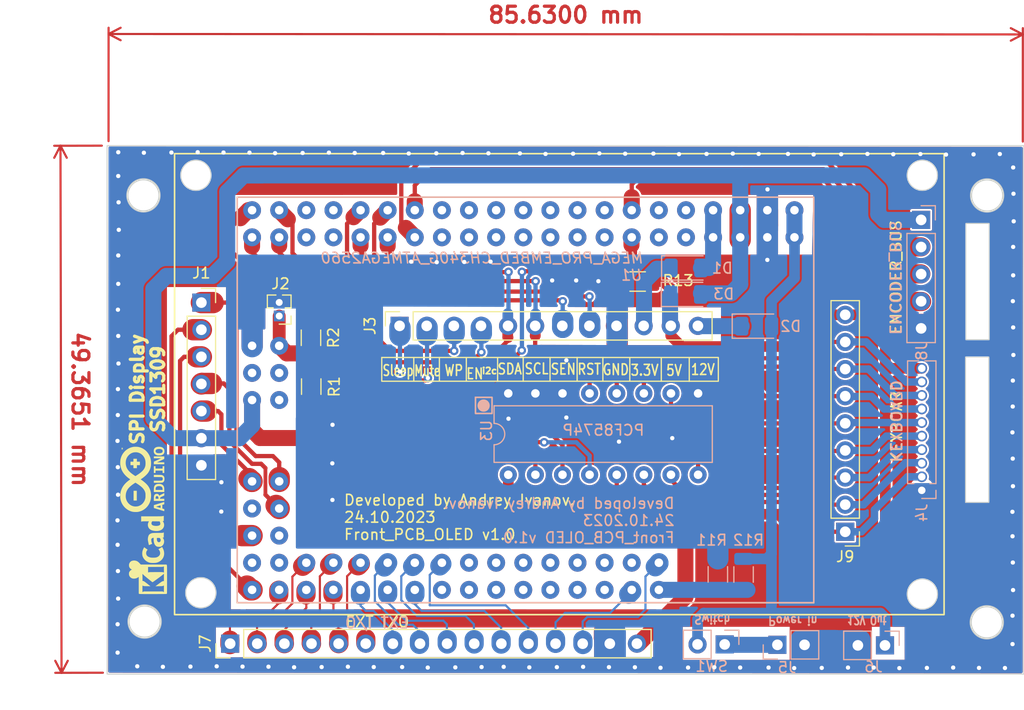
<source format=kicad_pcb>
(kicad_pcb (version 20221018) (generator pcbnew)
  (layers (0 "F.Cu" signal) (31 "B.Cu" signal) (34 "B.Paste" user) (35 "F.Paste" user) (36 "B.SilkS" user "B.Silkscreen") (37 "F.SilkS" user "F.Silkscreen") (38 "B.Mask" user) (39 "F.Mask" user) (44 "Edge.Cuts" user))
  (net 0 "")
  (net 1 "GND")
  (net 2 "+5V")
  (net 3 "ENC_A")
  (net 4 "ENC_B")
  (net 5 "ENC_P")
  (net 6 "SSD1309_CS")
  (net 7 "D8")
  (net 8 "D9")
  (net 9 "D33")
  (net 10 "I2C-SW")
  (net 11 "A_SDA")
  (net 12 "A_SCL")
  (net 13 "A_SEN")
  (net 14 "A_RST")
  (net 19 "D6")
  (net 20 "D7")
  (net 21 "D10")
  (net 22 "D11")
  (net 23 "D12")
  (net 24 "D13")
  (net 26 "D4")
  (net 27 "D5")
  (net 28 "D14")
  (net 29 "D15")
  (net 31 "SSD1309_DC")
  (net 32 "SSD1309_RST")
  (net 33 "Mute")
  (net 34 "Sleep")
  (net 35 "A1")
  (net 36 "A0")
  (net 37 "A2")
  (net 52 "D34")
  (net 53 "D35")
  (net 54 "D36")
  (net 55 "D37")
  (net 56 "D38")
  (net 57 "D39")
  (net 58 "D40")
  (net 59 "D41")
  (net 60 "D42")
  (net 61 "Net-(J2-Pin_1)")
  (net 65 "3.3V")
  (net 66 "12V")
  (net 67 "Wp")
  (net 68 "SSD1309_SCL")
  (net 69 "SSD1309_SDA")
  (net 70 "D43")
  (net 71 "D44")
  (net 72 "Net-(J4-Pin_2)")
  (net 74 "I2CINT")
  (net 80 "+3V3")
  (net 81 "VCC_5V")
  (net 82 "unconnected-(U1-PadD25)")
  (net 83 "unconnected-(U1-PadD27)")
  (net 84 "Net-(J4-Pin_4)")
  (net 85 "Net-(J4-Pin_5)")
  (net 86 "Net-(J4-Pin_6)")
  (net 87 "Net-(J4-Pin_7)")
  (net 88 "Net-(J4-Pin_8)")
  (net 89 "Net-(J4-Pin_9)")
  (net 90 "Net-(J5-Pin_1)")
  (net 91 "+12V")
  (net 92 "Net-(J4-Pin_3)")
  (footprint "Resistor_SMD:R_1206_3216Metric" (layer "F.Cu") (at 140.2475 90.42 180)
    (fp_text reference "R13")
    (fp_text value "10k")
  )
  (footprint "Resistor_SMD:R_1206_3216Metric" (layer "F.Cu") (at 109.675 100.2625 90)
    (fp_text reference "R1")
    (fp_text value "1k")
  )
  (footprint "Connector_PinHeader_2.54mm:PinHeader_1x16_P2.54mm_Vertical" (layer "F.Cu") (at 102.08 124.34 90)
    (fp_text reference "J7")
    (fp_text value "Conn_01x16_Pin")
  )
  (footprint "Resistor_SMD:R_1206_3216Metric" (layer "F.Cu") (at 109.65 95.6875 90)
    (fp_text reference "R2")
    (fp_text value "1k")
  )
  (footprint "Connector_PinSocket_2.54mm:PinSocket_1x12_P2.54mm_Vertical" (layer "F.Cu") (at 117.95 94.575 90)
    (fp_text reference "J3")
    (fp_text value "Control Bus")
  )
  (footprint "Connector_PinSocket_2.54mm:PinSocket_1x07_P2.54mm_Vertical" (layer "F.Cu") (at 99.384683 92.395)
    (fp_text reference "J1")
    (fp_text value "7_pin_2.42_OLED_SSD1309_SPI")
  )
  (footprint "Connector_PinHeader_2.54mm:PinHeader_1x09_P2.54mm_Vertical" (layer "F.Cu") (at 159.69 113.86 180)
    (fp_text reference "J9")
    (fp_text value "Conn_01x09_Pin")
  )
  (footprint "Connector_PinHeader_1.27mm:PinHeader_1x02_P1.27mm_Vertical" (layer "F.Cu") (at 106.675 93.65 180)
    (fp_text reference "J2")
    (fp_text value "Conn_01x02_Pin")
  )
  (footprint "MEGA2560:MODULE_MEGA_PRO_EMBED_CH340G_ATMEGA2560" (layer "F.Cu") (at 129.734683 101.52 180)
    (fp_text reference "U1")
    (fp_text value "MEGA_PRO_EMBED_CH340G_ATMEGA2560")
  )
  (footprint "Package_DIP:DIP-16_W7.62mm" (layer "B.Cu") (at 128.13 100.9 -90)
    (fp_text reference "U3")
    (fp_text value "PCF8574")
  )
  (footprint "Resistor_SMD:R_1206_3216Metric" (layer "B.Cu") (at 150.17 117.8625 -90)
    (fp_text reference "R12")
    (fp_text value "100k")
  )
  (footprint "Diode_SMD:D_1206_3216Metric" (layer "B.Cu") (at 144.75 91.63)
    (fp_text reference "D3")
    (fp_text value "1N5402")
  )
  (footprint "Connector_PinHeader_2.54mm:PinHeader_1x05_P2.54mm_Vertical" (layer "B.Cu") (at 166.8 84.65 180)
    (fp_text reference "J8")
    (fp_text value "ENCODER_BUS")
  )
  (footprint "Connector_PinSocket_2.54mm:PinSocket_1x02_P2.54mm_Vertical" (layer "B.Cu") (at 148.4 124.41 90)
    (fp_text reference "SW1")
    (fp_text value "SW_SPST" hide)
  )
  (footprint "Connector_PinSocket_2.54mm:PinSocket_1x02_P2.54mm_Vertical" (layer "B.Cu") (at 153.34 124.45 -90)
    (fp_text reference "J5")
    (fp_text value "Power IN" hide)
  )
  (footprint "Resistor_SMD:R_1206_3216Metric" (layer "B.Cu") (at 147.76 117.8525 90)
    (fp_text reference "R11")
    (fp_text value "10k")
  )
  (footprint "Connector_PinSocket_2.54mm:PinSocket_1x02_P2.54mm_Vertical" (layer "B.Cu") (at 163.415 124.5 90)
    (fp_text reference "J6")
    (fp_text value "Power 12V" hide)
  )
  (footprint "Diode_SMD:D_1206_3216Metric" (layer "B.Cu") (at 151.39 94.6)
    (fp_text reference "D2")
    (fp_text value "1N5402")
  )
  (footprint "Connector_PinSocket_1.27mm:PinSocket_1x10_P1.27mm_Vertical" (layer "B.Cu") (at 166.86 109.98)
    (fp_text reference "J4")
    (fp_text value "Conn_01x10_Pin")
  )
  (footprint "Diode_SMD:D_1206_3216Metric" (layer "B.Cu") (at 144.775 89.15)
    (fp_text reference "D1")
    (fp_text value "1N5402")
  )
  (gr_rect (start 102.744683 82.52) (end 156.744683 120.5) (stroke (width 0.15)) (fill none) (layer "B.SilkS"))
  (gr_rect (start 125.06 101.27) (end 126.61 102.78) (stroke (width 0.15)) (fill none) (layer "B.SilkS"))
  (gr_circle (center 125.82 102.04) (end 126.32 102.07) (stroke (width 0.15)) (fill solid) (layer "B.SilkS"))
  (gr_poly (pts (xy 94.925984 106.27957) (xy 94.92698 106.257951) (xy 94.928556 106.236596) (xy 94.930702 106.215767) (xy 94.933411 106.19573) (xy 94.936673 106.176747) (xy 94.940479 106.159081) (xy 94.94482 106.142997) (xy 94.949686 106.128757) (xy 94.957756 106.109928) (xy 94.967073 106.09181) (xy 94.977626 106.074414) (xy 94.989401 106.057747) (xy 95.002385 106.041819) (xy 95.016566 106.02664) (xy 95.031929 106.012217) (xy 95.048464 105.99856) (xy 95.066156 105.985679) (xy 95.084992 105.973582) (xy 95.10496 105.962278) (xy 95.126047 105.951776) (xy 95.14824 105.942085) (xy 95.171526 105.933215) (xy 95.195892 105.925174) (xy 95.221325 105.917972) (xy 95.2408 105.913476) (xy 95.262318 105.90958) (xy 95.285588 105.906283) (xy 95.310319 105.903586) (xy 95.336217 105.901488) (xy 95.362991 105.899989) (xy 95.390349 105.89909) (xy 95.417998 105.89879) (xy 95.445648 105.89909) (xy 95.473006 105.899989) (xy 95.49978 105.901488) (xy 95.525678 105.903586) (xy 95.550409 105.906283) (xy 95.573679 105.90958) (xy 95.595197 105.913476) (xy 95.614672 105.917972) (xy 95.631953 105.922788) (xy 95.648737 105.927975) (xy 95.665026 105.933531) (xy 95.680818 105.939456) (xy 95.696114 105.945747) (xy 95.710914 105.952404) (xy 95.725218 105.959426) (xy 95.739026 105.96681) (xy 95.752338 105.974556) (xy 95.765154 105.982663) (xy 95.777474 105.991128) (xy 95.789297 105.999952) (xy 95.800625 106.009132) (xy 95.811456 106.018667) (xy 95.821791 106.028557) (xy 95.83163 106.038799) (xy 95.844638 106.053459) (xy 95.856564 106.068062) (xy 95.867444 106.082695) (xy 95.877312 106.097448) (xy 95.886204 106.112408) (xy 95.894154 106.127662) (xy 95.901197 106.143298) (xy 95.907367 106.159405) (xy 95.912701 106.17607) (xy 95.917232 106.19338) (xy 95.920996 106.211425) (xy 95.924028 106.230291) (xy 95.926362 106.250067) (xy 95.928033 106.27084) (xy 95.929076 106.292698) (xy 95.929526 106.315729) (xy 95.929171 106.338993) (xy 95.928091 106.361196) (xy 95.926265 106.382394) (xy 95.923669 106.402642) (xy 95.920284 106.421996) (xy 95.916085 106.440512) (xy 95.911052 106.458245) (xy 95.905162 106.475251) (xy 95.898394 106.491585) (xy 95.890726 106.507302) (xy 95.882135 106.522459) (xy 95.8726 106.537111) (xy 95.862098 106.551313) (xy 95.850608 106.565122) (xy 95.838108 106.578591) (xy 95.824575 106.591778) (xy 95.815061 106.600349) (xy 95.805348 106.608542) (xy 95.795402 106.616374) (xy 95.785191 106.623859) (xy 95.774679 106.631013) (xy 95.763834 106.637853) (xy 95.752623 106.644393) (xy 95.741011 106.650648) (xy 95.728964 106.656635) (xy 95.716451 106.662368) (xy 95.703435 106.667864) (xy 95.689885 106.673138) (xy 95.675767 106.678204) (xy 95.661047 106.68308) (xy 95.645691 106.68778) (xy 95.629665 106.69232) (xy 95.612665 106.696545) (xy 95.59487 106.699995) (xy 95.575482 106.702722) (xy 95.553708 106.704777) (xy 95.52875 106.706212) (xy 95.499813 106.707078) (xy 95.466101 106.707428) (xy 95.435067 106.707337) (xy 95.435067 106.499831) (xy 95.454909 106.499657) (xy 95.474066 106.499143) (xy 95.492544 106.498286) (xy 95.510349 106.497085) (xy 95.527488 106.495535) (xy 95.543965 106.493634) (xy 95.559787 106.491379) (xy 95.574961 106.488767) (xy 95.589491 106.485796) (xy 95.603384 106.482462) (xy 95.616646 106.478762) (xy 95.629283 106.474693) (xy 95.641301 106.470254) (xy 95.652706 106.465439) (xy 95.663503 106.460248) (xy 95.6737 106.454677) (xy 95.683301 106.448722) (xy 95.692312 106.442382) (xy 95.700741 106.435652) (xy 95.708592 106.428531) (xy 95.715872 106.421015) (xy 95.722586 106.413102) (xy 95.728741 106.404788) (xy 95.734343 106.396071) (xy 95.739397 106.386947) (xy 95.74391 106.377414) (xy 95.747887 106.367469) (xy 95.751334 106.357109) (xy 95.754258 106.346331) (xy 95.756665 106.335133) (xy 95.757722 106.327104) (xy 95.758258 106.318615) (xy 95.758291 106.309741) (xy 95.757836 106.300557) (xy 95.756912 106.291142) (xy 95.755533 106.28157) (xy 95.753718 106.271918) (xy 95.751484 106.262262) (xy 95.748846 106.252678) (xy 95.745822 106.243243) (xy 95.742428 106.234033) (xy 95.738682 106.225124) (xy 95.7346 106.216592) (xy 95.730198 106.208513) (xy 95.725495 106.200964) (xy 95.720505 106.194021) (xy 95.708729 106.180756) (xy 95.694345 106.168433) (xy 95.677514 106.157083) (xy 95.658397 106.146741) (xy 95.637157 106.137436) (xy 95.613954 106.129203) (xy 95.58895 106.122073) (xy 95.562307 106.116079) (xy 95.534185 106.111253) (xy 95.504748 106.107627) (xy 95.474155 106.105233) (xy 95.442569 106.104104) (xy 95.410151 106.104272) (xy 95.377062 106.10577) (xy 95.343465 106.108629) (xy 95.309519 106.112882) (xy 95.288365 106.116394) (xy 95.268237 106.120641) (xy 95.249147 106.12561) (xy 95.239996 106.128363) (xy 95.231109 106.131293) (xy 95.222488 106.134398) (xy 95.214135 106.137678) (xy 95.206052 106.141131) (xy 95.198239 106.144756) (xy 95.190699 106.148552) (xy 95.183434 106.152516) (xy 95.176444 106.156649) (xy 95.169731 106.160948) (xy 95.163298 106.165413) (xy 95.157145 106.170041) (xy 95.151274 106.174833) (xy 95.145688 106.179786) (xy 95.140387 106.184899) (xy 95.135373 106.190171) (xy 95.130648 106.195601) (xy 95.126213 106.201187) (xy 95.12207 106.206928) (xy 95.11822 106.212823) (xy 95.114666 106.21887) (xy 95.111409 106.225068) (xy 95.10845 106.231417) (xy 95.105791 106.237913) (xy 95.103434 106.244558) (xy 95.10138 106.251348) (xy 95.099039 106.260416) (xy 95.097137 106.269425) (xy 95.095671 106.278368) (xy 95.094637 106.287237) (xy 95.094029 106.296026) (xy 95.093844 106.304726) (xy 95.094077 106.313332) (xy 95.094725 106.321834) (xy 95.095781 106.330227) (xy 95.097243 106.338503) (xy 95.099106 106.346655) (xy 95.101365 106.354675) (xy 95.104016 106.362556) (xy 95.107055 106.370291) (xy 95.110477 106.377872) (xy 95.114279 106.385293) (xy 95.118455 106.392546) (xy 95.123001 106.399624) (xy 95.127913 106.406519) (xy 95.133187 106.413224) (xy 95.138818 106.419733) (xy 95.144802 106.426037) (xy 95.151135 106.432129) (xy 95.157811 106.438003) (xy 95.164827 106.443651) (xy 95.172179 106.449065) (xy 95.179862 106.454239) (xy 95.187871 106.459165) (xy 95.196203 106.463835) (xy 95.204853 106.468243) (xy 95.213816 106.472382) (xy 95.223089 106.476244) (xy 95.237854 106.481389) (xy 95.252909 106.485655) (xy 95.269039 106.489157) (xy 95.28703 106.492008) (xy 95.307666 106.494321) (xy 95.331733 106.496211) (xy 95.360017 106.49779) (xy 95.393304 106.499174) (xy 95.435067 106.499831) (xy 95.435067 106.707337) (xy 95.426818 106.707312) (xy 95.381682 106.707194) (xy 95.345527 106.706692) (xy 95.330214 106.706231) (xy 95.316422 106.705592) (xy 95.303908 106.704749) (xy 95.292432 106.703675) (xy 95.281751 106.702342) (xy 95.271625 106.700724) (xy 95.261811 106.698793) (xy 95.252069 106.696523) (xy 95.242156 106.693886) (xy 95.231831 106.690854) (xy 95.208977 106.683501) (xy 95.188271 106.676218) (xy 95.168174 106.668277) (xy 95.148718 106.6597) (xy 95.129933 106.65051) (xy 95.111852 106.640732) (xy 95.094504 106.630387) (xy 95.077921 106.6195) (xy 95.062134 106.608094) (xy 95.047174 106.596192) (xy 95.033071 106.583817) (xy 95.019857 106.570992) (xy 95.007564 106.557741) (xy 94.996221 106.544086) (xy 94.985859 106.530052) (xy 94.976511 106.515662) (xy 94.968207 106.500938) (xy 94.96533 106.495446) (xy 94.962061 106.488425) (xy 94.958502 106.480164) (xy 94.954757 106.470952) (xy 94.95093 106.461078) (xy 94.947123 106.450832) (xy 94.94344 106.440504) (xy 94.939984 106.430382) (xy 94.936014 106.416143) (xy 94.932696 106.400058) (xy 94.930022 106.382393) (xy 94.927982 106.36341) (xy 94.926567 106.343372) (xy 94.925768 106.322544) (xy 94.925577 106.301189)) (fill solid) (layer "F.SilkS"))
  (gr_poly (pts (xy 91.899077 106.015815) (xy 91.89925 106.012662) (xy 91.899656 106.00991) (xy 91.900391 106.007531) (xy 91.900911 106.006473) (xy 91.901549 106.005498) (xy 91.902316 106.004603) (xy 91.903226 106.003785) (xy 91.904289 106.003039) (xy 91.905518 106.002363) (xy 91.908521 106.001206) (xy 91.91233 106.000287) (xy 91.917041 105.999578) (xy 91.922749 105.999053) (xy 91.92955 105.998684) (xy 91.946813 105.998307) (xy 91.969596 105.99823) (xy 91.97969 105.998262) (xy 91.988833 105.998364) (xy 91.997067 105.998544) (xy 92.000856 105.998665) (xy 92.004432 105.998808) (xy 92.007803 105.998975) (xy 92.010971 105.999166) (xy 92.013943 105.999382) (xy 92.016725 105.999625) (xy 92.01932 105.999894) (xy 92.021734 106.000192) (xy 92.023972 106.000519) (xy 92.02604 106.000875) (xy 92.027943 106.001263) (xy 92.029685 106.001683) (xy 92.031272 106.002135) (xy 92.03271 106.002622) (xy 92.034003 106.003143) (xy 92.035156 106.003701) (xy 92.036175 106.004295) (xy 92.037064 106.004927) (xy 92.03783 106.005597) (xy 92.038168 106.005948) (xy 92.038477 106.006308) (xy 92.038757 106.006678) (xy 92.03901 106.007059) (xy 92.039236 106.00745) (xy 92.039435 106.007852) (xy 92.039756 106.008687) (xy 92.039979 106.009566) (xy 92.040109 106.010489) (xy 92.040151 106.011459) (xy 92.040025 106.013206) (xy 92.039634 106.014814) (xy 92.038965 106.016288) (xy 92.038001 106.017632) (xy 92.036728 106.018853) (xy 92.035128 106.019954) (xy 92.033188 106.020942) (xy 92.030891 106.021821) (xy 92.028222 106.022597) (xy 92.025165 106.023275) (xy 92.021705 106.02386) (xy 92.017827 106.024357) (xy 92.013514 106.024771) (xy 92.008752 106.025108) (xy 92.003525 106.025372) (xy 91.997818 106.02557) (xy 91.956367 106.026452) (xy 91.997818 106.040563) (xy 92.002944 106.042227) (xy 92.00774 106.04391) (xy 92.012204 106.045611) (xy 92.016339 106.047329) (xy 92.020142 106.049063) (xy 92.02192 106.049935) (xy 92.023615 106.05081) (xy 92.025227 106.051689) (xy 92.026757 106.052571) (xy 92.028204 106.053456) (xy 92.029568 106.054343) (xy 92.030849 106.055233) (xy 92.032048 106.056126) (xy 92.033165 106.057021) (xy 92.034198 106.057917) (xy 92.035149 106.058816) (xy 92.036017 106.059717) (xy 92.036803 106.060619) (xy 92.037505 106.061523) (xy 92.038126 106.062428) (xy 92.038663 106.063334) (xy 92.039118 106.064241) (xy 92.03949 106.065149) (xy 92.039779 106.066057) (xy 92.039986 106.066966) (xy 92.04011 106.067876) (xy 92.040151 106.068785) (xy 92.039986 106.070604) (xy 92.03949 106.072421) (xy 92.038663 106.074236) (xy 92.037505 106.076047) (xy 92.036017 106.077853) (xy 92.034198 106.079653) (xy 92.032048 106.081444) (xy 92.029568 106.083227) (xy 92.026757 106.084999) (xy 92.023615 106.08676) (xy 92.020142 106.088508) (xy 92.016339 106.090241) (xy 92.012204 106.091959) (xy 92.00774 106.09366) (xy 92.002944 106.095344) (xy 91.997818 106.097007) (xy 91.956367 106.111118) (xy 91.997818 106.112) (xy 92.003525 106.112197) (xy 92.008752 106.112462) (xy 92.011191 106.112621) (xy 92.013514 106.112798) (xy 92.015726 106.112996) (xy 92.017827 106.113213) (xy 92.019819 106.113451) (xy 92.021705 106.11371) (xy 92.023486 106.113991) (xy 92.025165 106.114295) (xy 92.026743 106.114621) (xy 92.028222 106.114972) (xy 92.029604 106.115348) (xy 92.030891 106.115748) (xy 92.032085 106.116175) (xy 92.033188 106.116628) (xy 92.034202 106.117108) (xy 92.035128 106.117616) (xy 92.03597 106.118152) (xy 92.036728 106.118717) (xy 92.037404 106.119312) (xy 92.038001 106.119938) (xy 92.038521 106.120594) (xy 92.038965 106.121282) (xy 92.039336 106.122003) (xy 92.039634 106.122756) (xy 92.039863 106.123543) (xy 92.040025 106.124364) (xy 92.04012 106.12522) (xy 92.040151 106.126112) (xy 92.039979 106.128004) (xy 92.039435 106.129719) (xy 92.038477 106.131262) (xy 92.037064 106.132644) (xy 92.035156 106.13387) (xy 92.03271 106.134948) (xy 92.029685 106.135887) (xy 92.02604 106.136695) (xy 92.021734 106.137378) (xy 92.016725 106.137945) (xy 92.010971 106.138404) (xy 92.004432 106.138762) (xy 91.988833 106.139206) (xy 91.969596 106.139341) (xy 91.946813 106.139298) (xy 91.937539 106.139195) (xy 91.92955 106.138996) (xy 91.926007 106.13885) (xy 91.922749 106.138668) (xy 91.919764 106.138445) (xy 91.917041 106.138178) (xy 91.914567 106.137862) (xy 91.91233 106.137494) (xy 91.910319 106.13707) (xy 91.908521 106.136584) (xy 91.906925 106.136035) (xy 91.905518 106.135416) (xy 91.904289 106.134725) (xy 91.903226 106.133958) (xy 91.902316 106.133109) (xy 91.901549 106.132176) (xy 91.900911 106.131154) (xy 91.900391 106.130039) (xy 91.899976 106.128827) (xy 91.899656 106.127514) (xy 91.899418 106.126096) (xy 91.89925 106.12457) (xy 91.89914 106.12293) (xy 91.899077 106.121173) (xy 91.89904 106.117292) (xy 91.899118 106.114115) (xy 91.899374 106.111186) (xy 91.899842 106.108481) (xy 91.900556 106.105978) (xy 91.901015 106.104796) (xy 91.901549 106.103657) (xy 91.90216 106.102557) (xy 91.902854 106.101495) (xy 91.903634 106.100466) (xy 91.904505 106.099469) (xy 91.905471 106.098501) (xy 91.906537 106.097559) (xy 91.908981 106.095741) (xy 91.911873 106.093995) (xy 91.915245 106.092297) (xy 91.919132 106.090627) (xy 91.923566 106.088962) (xy 91.928582 106.08728) (xy 91.934212 106.08556) (xy 91.940491 106.083778) (xy 91.948231 106.081416) (xy 91.954907 106.079267) (xy 91.960511 106.077296) (xy 91.965034 106.075469) (xy 91.968467 106.07375) (xy 91.969771 106.07292) (xy 91.9708 106.072104) (xy 91.971551 106.071298) (xy 91.972024 106.070498) (xy 91.972218 106.069698) (xy 91.972131 106.068895) (xy 91.971763 106.068084) (xy 91.971112 106.067262) (xy 91.970177 106.066422) (xy 91.968957 106.065562) (xy 91.96745 106.064677) (xy 91.965657 106.063762) (xy 91.961203 106.061826) (xy 91.955587 106.059719) (xy 91.948799 106.057407) (xy 91.931672 106.052028) (xy 91.927091 106.050392) (xy 91.922927 106.048781) (xy 91.919163 106.047177) (xy 91.915783 106.045565) (xy 91.914232 106.04475) (xy 91.91277 106.043927) (xy 91.911396 106.043093) (xy 91.910107 106.042246) (xy 91.908902 106.041384) (xy 91.907778 106.040505) (xy 91.906733 106.039607) (xy 91.905765 106.038689) (xy 91.904872 106.037746) (xy 91.904052 106.036779) (xy 91.903302 106.035784) (xy 91.902621 106.034759) (xy 91.902007 106.033703) (xy 91.901457 106.032613) (xy 91.900969 106.031488) (xy 91.900542 106.030324) (xy 91.900173 106.02912) (xy 91.89986 106.027874) (xy 91.899601 106.026584) (xy 91.899393 106.025247) (xy 91.899236 106.023862) (xy 91.899126 106.022427) (xy 91.89904 106.019396)) (fill solid) (layer "F.SilkS"))
  (gr_line (start 127.13 99.76) (end 127.13 97.56) (stroke (width 0.12)) (layer "F.SilkS"))
  (gr_line (start 129.53 99.76) (end 129.53 97.56) (stroke (width 0.12)) (layer "F.SilkS"))
  (gr_line (start 132.0425 99.735) (end 132.0425 97.535) (stroke (width 0.12)) (layer "F.SilkS"))
  (gr_line (start 121.68 99.735) (end 121.68 97.535) (stroke (width 0.12)) (layer "F.SilkS"))
  (gr_poly (pts (xy 95.256603 109.076216) (xy 95.38702 109.075458) (xy 95.501563 109.07346) (xy 95.549057 109.072125) (xy 95.587993 109.070635) (xy 95.616842 109.069041) (xy 95.634075 109.067396) (xy 95.650502 109.064259) (xy 95.665737 109.060449) (xy 95.679806 109.055934) (xy 95.686413 109.053401) (xy 95.692738 109.050681) (xy 95.698785 109.047767) (xy 95.704558 109.044657) (xy 95.71006 109.041347) (xy 95.715295 109.037832) (xy 95.720265 109.034108) (xy 95.724974 109.030172) (xy 95.729426 109.026019) (xy 95.733624 109.021645) (xy 95.737572 109.017047) (xy 95.741272 109.012219) (xy 95.744728 109.007159) (xy 95.747944 109.001862) (xy 95.750923 108.996324) (xy 95.753668 108.990541) (xy 95.756182 108.984508) (xy 95.75847 108.978223) (xy 95.760535 108.971681) (xy 95.762379 108.964878) (xy 95.765421 108.950471) (xy 95.767623 108.934972) (xy 95.769012 108.918348) (xy 95.769683 108.903183) (xy 95.769776 108.895883) (xy 95.769707 108.888768) (xy 95.769474 108.881836) (xy 95.769076 108.875087) (xy 95.768514 108.868516) (xy 95.767786 108.862124) (xy 95.766891 108.855907) (xy 95.765829 108.849863) (xy 95.764598 108.843992) (xy 95.763199 108.83829) (xy 95.761629 108.832757) (xy 95.759889 108.827389) (xy 95.757977 108.822186) (xy 95.755893 108.817144) (xy 95.753636 108.812263) (xy 95.751205 108.80754) (xy 95.748599 108.802974) (xy 95.745818 108.798562) (xy 95.74286 108.794302) (xy 95.739726 108.790193) (xy 95.736413 108.786232) (xy 95.732921 108.782418) (xy 95.72925 108.778748) (xy 95.725399 108.775222) (xy 95.721366 108.771836) (xy 95.717151 108.768589) (xy 95.712754 108.765479) (xy 95.708173 108.762504) (xy 95.703407 108.759662) (xy 95.698456 108.756951) (xy 95.685119 108.750251) (xy 95.670469 108.745183) (xy 95.649886 108.74148) (xy 95.618751 108.738872) (xy 95.572444 108.737091) (xy 95.506345 108.735868) (xy 95.29629 108.734021) (xy 94.932929 108.731375) (xy 94.932929 108.528528) (xy 95.29188 108.531174) (xy 95.407797 108.532123) (xy 95.496574 108.533145) (xy 95.532174 108.533757) (xy 95.562655 108.534476) (xy 95.588572 108.535332) (xy 95.610483 108.536355) (xy 95.628941 108.537575) (xy 95.644503 108.53902) (xy 95.657724 108.540722) (xy 95.66363 108.541677) (xy 95.66916 108.542708) (xy 95.679365 108.54501) (xy 95.688897 108.547657) (xy 95.698309 108.550679) (xy 95.708158 108.554105) (xy 95.735933 108.565139) (xy 95.761729 108.577437) (xy 95.785572 108.591038) (xy 95.807487 108.605988) (xy 95.8275 108.622327) (xy 95.845638 108.640099) (xy 95.861926 108.659347) (xy 95.876389 108.680112) (xy 95.889054 108.702438) (xy 95.899946 108.726368) (xy 95.909092 108.751943) (xy 95.916517 108.779207) (xy 95.922247 108.808202) (xy 95.926308 108.838971) (xy 95.928726 108.871556) (xy 95.929526 108.906) (xy 95.929182 108.932271) (xy 95.928134 108.957213) (xy 95.926363 108.980881) (xy 95.923849 109.003331) (xy 95.920569 109.024618) (xy 95.916504 109.044798) (xy 95.911632 109.063926) (xy 95.905934 109.082058) (xy 95.899389 109.09925) (xy 95.891975 109.115557) (xy 95.883672 109.131034) (xy 95.87446 109.145738) (xy 95.864318 109.159723) (xy 95.853224 109.173045) (xy 95.84116 109.18576) (xy 95.828103 109.197924) (xy 95.802256 109.220055) (xy 95.790153 109.229023) (xy 95.777598 109.236729) (xy 95.763838 109.243279) (xy 95.748123 109.248773) (xy 95.729703 109.253318) (xy 95.707827 109.257014) (xy 95.681745 109.259967) (xy 95.650706 109.262278) (xy 95.570754 109.265393) (xy 95.461967 109.267184) (xy 95.318339 109.26848) (xy 94.932929 109.271125) (xy 94.932929 109.076216)) (fill solid) (layer "F.SilkS"))
  (gr_poly (pts (xy 94.373817 114.524831) (xy 94.376265 114.487635) (xy 94.380074 114.450656) (xy 94.385196 114.414137) (xy 94.391589 114.378318) (xy 94.399204 114.343441) (xy 94.407998 114.309749) (xy 94.417925 114.277483) (xy 94.428939 114.246886) (xy 94.440995 114.218198) (xy 94.454047 114.191662) (xy 94.46805 114.16752) (xy 94.482958 114.146013) (xy 94.495115 114.131137) (xy 94.508777 114.116694) (xy 94.523861 114.102723) (xy 94.540284 114.08926) (xy 94.557965 114.076343) (xy 94.576819 114.064009) (xy 94.596765 114.052295) (xy 94.617719 114.041239) (xy 94.639599 114.030876) (xy 94.662323 114.021246) (xy 94.685808 114.012384) (xy 94.70997 114.004329) (xy 94.734728 113.997117) (xy 94.759999 113.990786) (xy 94.785699 113.985372) (xy 94.811747 113.980914) (xy 94.841783 113.977816) (xy 94.886139 113.974916) (xy 95.010008 113.969977) (xy 95.167744 113.966626) (xy 95.343736 113.965391) (xy 95.474137 113.965223) (xy 95.528375 113.964973) (xy 95.575996 113.964575) (xy 95.617514 113.964005) (xy 95.653447 113.963233) (xy 95.684311 113.962234) (xy 95.710624 113.960981) (xy 95.732902 113.959447) (xy 95.751662 113.957605) (xy 95.759885 113.95656) (xy 95.767421 113.955428) (xy 95.774336 113.954206) (xy 95.780695 113.95289) (xy 95.786562 113.951476) (xy 95.792001 113.949962) (xy 95.797078 113.948345) (xy 95.801856 113.94662) (xy 95.810777 113.942835) (xy 95.81928 113.93858) (xy 95.868669 113.91318) (xy 95.864436 114.157302) (xy 95.860202 114.402836) (xy 95.812225 114.402836) (xy 95.80733 114.402877) (xy 95.802699 114.403001) (xy 95.798333 114.403209) (xy 95.79423 114.4035) (xy 95.790391 114.403875) (xy 95.786815 114.404333) (xy 95.783502 114.404876) (xy 95.780453 114.405504) (xy 95.777665 114.406216) (xy 95.77514 114.407013) (xy 95.772877 114.407895) (xy 95.770875 114.408863) (xy 95.769135 114.409917) (xy 95.767656 114.411057) (xy 95.766439 114.412283) (xy 95.765481 114.413595) (xy 95.764785 114.414995) (xy 95.764348 114.416481) (xy 95.764172 114.418055) (xy 95.764255 114.419717) (xy 95.764598 114.421466) (xy 95.765199 114.423303) (xy 95.76606 114.425229) (xy 95.767179 114.427244) (xy 95.768557 114.429347) (xy 95.770193 114.431539) (xy 95.772086 114.433821) (xy 95.774238 114.436193) (xy 95.776646 114.438654) (xy 95.779312 114.441206) (xy 95.782234 114.443847) (xy 95.785413 114.44658) (xy 95.792694 114.453366) (xy 95.8002 114.461976) (xy 95.807859 114.472247) (xy 95.815598 114.484019) (xy 95.823346 114.49713) (xy 95.831029 114.51142) (xy 95.838576 114.526726) (xy 95.845915 114.542888) (xy 95.852972 114.559745) (xy 95.859676 114.577135) (xy 95.865954 114.594898) (xy 95.871734 114.612871) (xy 95.876943 114.630893) (xy 95.881509 114.648804) (xy 95.885361 114.666443) (xy 95.888424 114.683647) (xy 95.891432 114.70521) (xy 95.893584 114.726755) (xy 95.894892 114.748256) (xy 95.89537 114.769686) (xy 95.895029 114.791019) (xy 95.893881 114.812228) (xy 95.891941 114.833287) (xy 95.889218 114.854171) (xy 95.885727 114.874851) (xy 95.881479 114.895303) (xy 95.876487 114.915499) (xy 95.870764 114.935414) (xy 95.864321 114.955021) (xy 95.857171 114.974294) (xy 95.849326 114.993205) (xy 95.8408 115.01173) (xy 95.831603 115.029841) (xy 95.82175 115.047513) (xy 95.811251 115.064718) (xy 95.80012 115.081431) (xy 95.788369 115.097625) (xy 95.77601 115.113274) (xy 95.763055 115.128352) (xy 95.749518 115.142831) (xy 95.735411 115.156686) (xy 95.720745 115.169891) (xy 95.705533 115.182419) (xy 95.689789 115.194243) (xy 95.673523 115.205338) (xy 95.656749 115.215676) (xy 95.639478 115.225233) (xy 95.621724 115.23398) (xy 95.598276 115.244004) (xy 95.587358 115.24824) (xy 95.576745 115.251994) (xy 95.566265 115.255293) (xy 95.555744 115.258165) (xy 95.545008 115.260635) (xy 95.533883 115.262731) (xy 95.522196 115.26448) (xy 95.509773 115.265909) (xy 95.49644 115.267044) (xy 95.482025 115.267913) (xy 95.449249 115.268957) (xy 95.410058 115.269258) (xy 95.40988 115.269256) (xy 95.40988 114.837757) (xy 95.425186 114.837003) (xy 95.439903 114.834801) (xy 95.454005 114.831222) (xy 95.467466 114.826338) (xy 95.480262 114.82022) (xy 95.492365 114.81294) (xy 95.503751 114.804568) (xy 95.514395 114.795175) (xy 95.52427 114.784834) (xy 95.533351 114.773616) (xy 95.541612 114.761591) (xy 95.549028 114.748832) (xy 95.555574 114.735409) (xy 95.561223 114.721394) (xy 95.56595 114.706858) (xy 95.56973 114.691872) (xy 95.572537 114.676508) (xy 95.574345 114.660837) (xy 95.575129 114.644931) (xy 95.574863 114.62886) (xy 95.573521 114.612696) (xy 95.571079 114.59651) (xy 95.56751 114.580374) (xy 95.562789 114.564359) (xy 95.55689 114.548537) (xy 95.549788 114.532977) (xy 95.541457 114.517753) (xy 95.531872 114.502935) (xy 95.521007 114.488594) (xy 95.508836 114.474802) (xy 95.494099 114.459906) (xy 95.487625 114.453895) (xy 95.481429 114.448763) (xy 95.475275 114.444449) (xy 95.468925 114.440894) (xy 95.46214 114.438038) (xy 95.454684 114.43582) (xy 95.446318 114.434181) (xy 95.436806 114.433061) (xy 95.425908 114.4324) (xy 95.413387 114.432138) (xy 95.399006 114.432215) (xy 95.382527 114.432571) (xy 95.342324 114.43388) (xy 95.219558 114.438113) (xy 95.216735 114.529836) (xy 95.216412 114.54506) (xy 95.216496 114.560032) (xy 95.21698 114.574742) (xy 95.21786 114.589177) (xy 95.219128 114.603325) (xy 95.220779 114.617176) (xy 95.222805 114.630717) (xy 95.225202 114.643937) (xy 95.227963 114.656824) (xy 95.231081 114.669367) (xy 95.234551 114.681554) (xy 95.238365 114.693373) (xy 95.242519 114.704813) (xy 95.247006 114.715862) (xy 95.251819 114.726508) (xy 95.256952 114.73674) (xy 95.2624 114.746546) (xy 95.268156 114.755915) (xy 95.274213 114.764835) (xy 95.280566 114.773294) (xy 95.287209 114.78128) (xy 95.294135 114.788783) (xy 95.301337 114.79579) (xy 95.308811 114.80229) (xy 95.316549 114.808271) (xy 95.324545 114.813722) (xy 95.332794 114.818631) (xy 95.341288 114.822986) (xy 95.350023 114.826775) (xy 95.35899 114.829988) (xy 95.368186 114.832612) (xy 95.377602 114.834636) (xy 95.39401 114.836992) (xy 95.40988 114.837757) (xy 95.40988 115.269256) (xy 95.371699 115.268963) (xy 95.354886 115.26856) (xy 95.339458 115.267957) (xy 95.325271 115.26713) (xy 95.312179 115.266058) (xy 95.300037 115.264717) (xy 95.288702 115.263084) (xy 95.278029 115.261137) (xy 95.267872 115.258854) (xy 95.258087 115.25621) (xy 95.24853 115.253184) (xy 95.239055 115.249753) (xy 95.229518 115.245895) (xy 95.219775 115.241585) (xy 95.20968 115.236802) (xy 95.174758 115.217694) (xy 95.141969 115.195323) (xy 95.111329 115.169737) (xy 95.082856 115.140979) (xy 95.056566 115.109096) (xy 95.032475 115.074133) (xy 95.0106 115.036136) (xy 94.990958 114.995149) (xy 94.973564 114.95122) (xy 94.958436 114.904392) (xy 94.94559 114.854712) (xy 94.935043 114.802224) (xy 94.92681 114.746975) (xy 94.920909 114.68901) (xy 94.917357 114.628374) (xy 94.916169 114.565113) (xy 94.916169 114.42118) (xy 94.848436 114.432469) (xy 94.8394 114.434391) (xy 94.830791 114.436471) (xy 94.82257 114.438732) (xy 94.814701 114.4412) (xy 94.807146 114.4439) (xy 94.799868 114.446856) (xy 94.79283 114.450093) (xy 94.785994 114.453636) (xy 94.779324 114.457509) (xy 94.772781 114.461738) (xy 94.76633 114.466348) (xy 94.759932 114.471363) (xy 94.753551 114.476807) (xy 94.74715 114.482707) (xy 94.74069 114.489086) (xy 94.734136 114.495969) (xy 94.686158 114.54818) (xy 94.694625 114.669535) (xy 94.697083 114.699987) (xy 94.700269 114.729001) (xy 94.704249 114.756724) (xy 94.706557 114.770148) (xy 94.709088 114.783306) (xy 94.711851 114.796216) (xy 94.714854 114.808896) (xy 94.718105 114.821366) (xy 94.721612 114.833643) (xy 94.725384 114.845747) (xy 94.729428 114.857696) (xy 94.733754 114.869508) (xy 94.738369 114.881202) (xy 94.752436 114.917693) (xy 94.764122 114.948759) (xy 94.768658 114.961225) (xy 94.772103 114.971094) (xy 94.774292 114.977954) (xy 94.774863 114.980126) (xy 94.775058 114.981391) (xy 94.774208 114.98264) (xy 94.771729 114.984507) (xy 94.762314 114.989913) (xy 94.728668 115.006174) (xy 94.680999 115.027329) (xy 94.626186 115.050536) (xy 94.571108 115.072948) (xy 94.522645 115.091722) (xy 94.487676 115.104014) (xy 94.477402 115.106841) (xy 94.474443 115.107268) (xy 94.47308 115.10698) (xy 94.466992 115.087492) (xy 94.456125 115.043414) (xy 94.426337 114.910659) (xy 94.396285 114.767056) (xy 94.385087 114.709419) (xy 94.378536 114.670947) (xy 94.375089 114.635301) (xy 94.373183 114.598906) (xy 94.372775 114.562001)) (fill solid) (layer "F.SilkS"))
  (gr_rect (start 116.28 97.535) (end 147.805 99.76) (stroke (width 0.12)) (fill none) (layer "F.SilkS"))
  (gr_line (start 134.58 99.735) (end 134.58 97.535) (stroke (width 0.12)) (layer "F.SilkS"))
  (gr_poly (pts (xy 93.01911 107.294688) (xy 93.01911 107.021285) (xy 93.345429 107.021285) (xy 93.345429 107.294688) (xy 93.627651 107.294688) (xy 93.627651 107.621007) (xy 93.345429 107.621007) (xy 93.345429 107.903229) (xy 93.01911 107.903229) (xy 93.01911 107.621007) (xy 92.745707 107.621007) (xy 92.745707 107.294688)) (fill solid) (layer "F.SilkS"))
  (gr_poly (pts (xy 94.934693 107.412868) (xy 94.937339 107.292924) (xy 95.23279 107.154459) (xy 95.454158 107.05105) (xy 95.531687 107.015056) (xy 95.572339 106.996591) (xy 95.616436 106.97807) (xy 95.274242 106.977188) (xy 94.932929 106.977188) (xy 94.932929 106.800799) (xy 95.912769 106.800799) (xy 95.910123 106.920743) (xy 95.907477 107.04157) (xy 95.625256 107.17298) (xy 95.409179 107.273301) (xy 95.285707 107.329966) (xy 95.228381 107.355542) (xy 95.569693 107.356424) (xy 95.911887 107.356424) (xy 95.911887 107.532813) (xy 94.932047 107.532813)) (fill solid) (layer "F.SilkS"))
  (gr_poly (pts (xy 95.415353 111.216695) (xy 95.75909 111.112295) (xy 95.865061 111.080641) (xy 95.894555 111.072158) (xy 95.905714 111.06941) (xy 95.906039 111.069551) (xy 95.906354 111.069969) (xy 95.906952 111.07161) (xy 95.908015 111.077913) (xy 95.908892 111.087874) (xy 95.909572 111.10105) (xy 95.910046 111.116995) (xy 95.910303 111.135267) (xy 95.910332 111.155419) (xy 95.910123 111.177007) (xy 95.907477 111.285486) (xy 95.816637 111.311945) (xy 95.726679 111.337521) (xy 95.728443 111.5095) (xy 95.731089 111.682361) (xy 95.821047 111.70882) (xy 95.911887 111.735278) (xy 95.911887 111.834938) (xy 95.911864 111.851026) (xy 95.911784 111.865293) (xy 95.911631 111.877838) (xy 95.911523 111.883497) (xy 95.911391 111.888764) (xy 95.911233 111.893651) (xy 95.911048 111.89817) (xy 95.910832 111.902335) (xy 95.910585 111.906158) (xy 95.910304 111.909652) (xy 95.909988 111.912828) (xy 95.909635 111.915701) (xy 95.909241 111.918282) (xy 95.908807 111.920583) (xy 95.908329 111.922619) (xy 95.907806 111.9244) (xy 95.907236 111.92594) (xy 95.906933 111.926624) (xy 95.906617 111.927252) (xy 95.906289 111.927825) (xy 95.905947 111.928347) (xy 95.905592 111.928818) (xy 95.905224 111.929239) (xy 95.904842 111.929612) (xy 95.904446 111.92994) (xy 95.904036 111.930223) (xy 95.903611 111.930463) (xy 95.903172 111.930661) (xy 95.902717 111.93082) (xy 95.902248 111.93094) (xy 95.901763 111.931024) (xy 95.901262 111.931072) (xy 95.900746 111.931087) (xy 95.899664 111.931023) (xy 95.898516 111.930843) (xy 95.897299 111.93056) (xy 95.896012 111.930188) (xy 95.563519 111.828354) (xy 95.563519 111.631209) (xy 95.566165 111.512146) (xy 95.566415 111.488213) (xy 95.56651 111.465706) (xy 95.56646 111.445143) (xy 95.566275 111.427039) (xy 95.565967 111.411911) (xy 95.565545 111.400277) (xy 95.56502 111.392653) (xy 95.564721 111.390506) (xy 95.564401 111.389556) (xy 95.562848 111.389375) (xy 95.559252 111.389807) (xy 95.546363 111.392395) (xy 95.500791 111.403667) (xy 95.434549 111.421554) (xy 95.354498 111.444236) (xy 95.274462 111.467539) (xy 95.208316 111.487121) (xy 95.163006 111.500915) (xy 95.150335 111.504996) (xy 95.145478 111.506855) (xy 95.145436 111.50695) (xy 95.145475 111.507071) (xy 95.145791 111.507383) (xy 95.146412 111.507787) (xy 95.147324 111.508274) (xy 95.149973 111.509475) (xy 95.153636 111.510934) (xy 95.158207 111.512599) (xy 95.163585 111.51442) (xy 95.169666 111.516344) (xy 95.176346 111.51832) (xy 95.38713 111.579174) (xy 95.563519 111.631209) (xy 95.563519 111.828354) (xy 95.417998 111.783785) (xy 94.943512 111.638264) (xy 94.942085 111.637368) (xy 94.940779 111.635641) (xy 94.939588 111.633038) (xy 94.93851 111.629514) (xy 94.93754 111.625023) (xy 94.936675 111.619521) (xy 94.935244 111.605302) (xy 94.934185 111.586493) (xy 94.933467 111.562734) (xy 94.933058 111.533663) (xy 94.932929 111.498917) (xy 94.932929 111.36398)) (fill solid) (layer "F.SilkS"))
  (gr_line (start 139.5125 99.7475) (end 139.5125 97.5475) (stroke (width 0.12)) (layer "F.SilkS"))
  (gr_poly (pts (xy 94.935575 109.929056) (xy 94.936986 109.878954) (xy 94.938593 109.834329) (xy 94.940427 109.794955) (xy 94.94252 109.760604) (xy 94.944902 109.731049) (xy 94.947605 109.706062) (xy 94.949086 109.69521) (xy 94.950659 109.685415) (xy 94.952328 109.676649) (xy 94.954096 109.668882) (xy 94.964582 109.632601) (xy 94.977214 109.598819) (xy 94.992029 109.567512) (xy 95.000268 109.55278) (xy 95.009066 109.538658) (xy 95.018428 109.525142) (xy 95.02836 109.512232) (xy 95.038866 109.499922) (xy 95.04995 109.488211) (xy 95.061618 109.477096) (xy 95.073874 109.466573) (xy 95.086722 109.45664) (xy 95.100168 109.447294) (xy 95.114215 109.438532) (xy 95.12887 109.43035) (xy 95.160018 109.415719) (xy 95.193648 109.403378) (xy 95.2298 109.393302) (xy 95.268509 109.385469) (xy 95.309814 109.379856) (xy 95.353752 109.376439) (xy 95.40036 109.375195) (xy 95.439546 109.375143) (xy 95.472748 109.375773) (xy 95.48756 109.376403) (xy 95.501423 109.377272) (xy 95.514519 109.378405) (xy 95.527029 109.379825) (xy 95.539136 109.381555) (xy 95.551022 109.383618) (xy 95.56287 109.386038) (xy 95.57486 109.388837) (xy 95.587177 109.39204) (xy 95.600001 109.395669) (xy 95.627901 109.404299) (xy 95.647697 109.411259) (xy 95.667039 109.419221) (xy 95.685888 109.428152) (xy 95.704203 109.43802) (xy 95.721945 109.448791) (xy 95.739073 109.460435) (xy 95.755547 109.472919) (xy 95.771327 109.48621) (xy 95.786374 109.500276) (xy 95.800647 109.515085) (xy 95.814106 109.530604) (xy 95.826711 109.546802) (xy 95.838422 109.563646) (xy 95.849199 109.581103) (xy 95.859002 109.599142) (xy 95.86779 109.61773) (xy 95.873954 109.632094) (xy 95.87956 109.646532) (xy 95.884632 109.661221) (xy 95.889191 109.676337) (xy 95.893259 109.692059) (xy 95.896858 109.708561) (xy 95.90001 109.726022) (xy 95.902737 109.744619) (xy 95.905061 109.764529) (xy 95.907004 109.785928) (xy 95.909834 109.833902) (xy 95.911403 109.889959) (xy 95.911887 109.955514) (xy 95.911887 110.134549) (xy 95.097853 110.134549) (xy 95.097853 109.940521) (xy 95.755783 109.940521) (xy 95.751373 109.857618) (xy 95.748926 109.826314) (xy 95.744855 109.797188) (xy 95.742195 109.783425) (xy 95.739111 109.770186) (xy 95.735594 109.757464) (xy 95.73164 109.745253) (xy 95.727241 109.733546) (xy 95.722392 109.722336) (xy 95.717085 109.711616) (xy 95.711314 109.70138) (xy 95.705073 109.69162) (xy 95.698355 109.682331) (xy 95.691154 109.673504) (xy 95.683464 109.665134) (xy 95.675277 109.657213) (xy 95.666588 109.649736) (xy 95.65739 109.642694) (xy 95.647676 109.636081) (xy 95.63744 109.629891) (xy 95.626676 109.624117) (xy 95.615378 109.618752) (xy 95.603537 109.613788) (xy 95.59115 109.60922) (xy 95.578207 109.605041) (xy 95.550635 109.59782) (xy 95.520767 109.592073) (xy 95.488554 109.587743) (xy 95.475375 109.586624) (xy 95.460015 109.585897) (xy 95.443022 109.585542) (xy 95.424944 109.585539) (xy 95.406328 109.585866) (xy 95.387723 109.586503) (xy 95.369676 109.58743) (xy 95.352735 109.588625) (xy 95.330703 109.591234) (xy 95.309893 109.594444) (xy 95.290264 109.59828) (xy 95.271775 109.602764) (xy 95.262946 109.605257) (xy 95.254387 109.60792) (xy 95.246093 109.610757) (xy 95.238059 109.613771) (xy 95.230281 109.616965) (xy 95.222753 109.62034) (xy 95.215469 109.623902) (xy 95.208426 109.627651) (xy 95.201618 109.631592) (xy 95.195041 109.635727) (xy 95.188688 109.640059) (xy 95.182555 109.644591) (xy 95.176638 109.649326) (xy 95.170931 109.654266) (xy 95.165428 109.659415) (xy 95.160126 109.664776) (xy 95.155019 109.670351) (xy 95.150102 109.676143) (xy 95.14537 109.682156) (xy 95.140818 109.688392) (xy 95.136441 109.694854) (xy 95.132234 109.701545) (xy 95.128193 109.708468) (xy 95.124311 109.715625) (xy 95.121777 109.720792) (xy 95.119457 109.72608) (xy 95.117339 109.731545) (xy 95.115409 109.737247) (xy 95.113655 109.743243) (xy 95.112064 109.749592) (xy 95.110622 109.756352) (xy 95.109318 109.763581) (xy 95.107068 109.779678) (xy 95.105211 109.798349) (xy 95.103644 109.820058) (xy 95.102262 109.845271) (xy 95.097853 109.940521) (xy 95.097853 110.134549) (xy 94.930283 110.134549)) (fill solid) (layer "F.SilkS"))
  (gr_poly (pts (xy 92.602033 117.784733) (xy 92.602303 117.769826) (xy 92.602775 117.755966) (xy 92.603468 117.743046) (xy 92.604402 117.730961) (xy 92.605593 117.719605) (xy 92.607062 117.708874) (xy 92.608826 117.698662) (xy 92.610905 117.688863) (xy 92.613316 117.679372) (xy 92.616078 117.670084) (xy 92.619211 117.660893) (xy 92.622732 117.651693) (xy 92.626661 117.64238) (xy 92.631015 117.632848) (xy 92.635814 117.622991) (xy 92.644126 117.607997) (xy 92.653632 117.592735) (xy 92.664199 117.577332) (xy 92.675699 117.561916) (xy 92.688002 117.546616) (xy 92.700975 117.531561) (xy 92.714491 117.516877) (xy 92.728418 117.502694) (xy 92.742626 117.489138) (xy 92.756984 117.47634) (xy 92.771364 117.464426) (xy 92.785634 117.453525) (xy 92.799664 117.443765) (xy 92.813324 117.435275) (xy 92.826484 117.428181) (xy 92.839013 117.422613) (xy 92.88558 117.404268) (xy 92.816436 117.364758) (xy 92.789052 117.348026) (xy 92.763527 117.330119) (xy 92.739867 117.311055) (xy 92.718077 117.290851) (xy 92.698164 117.269521) (xy 92.680134 117.247084) (xy 92.663993 117.223556) (xy 92.649748 117.198952) (xy 92.637405 117.17329) (xy 92.626969 117.146587) (xy 92.618448 117.118858) (xy 92.611847 117.09012) (xy 92.607172 117.06039) (xy 92.60443 117.029685) (xy 92.603627 116.99802) (xy 92.604769 116.965413) (xy 92.606675 116.94409) (xy 92.609234 116.923482) (xy 92.612471 116.903544) (xy 92.616411 116.88423) (xy 92.621078 116.865495) (xy 92.626498 116.847293) (xy 92.632695 116.829579) (xy 92.639694 116.812308) (xy 92.64752 116.795433) (xy 92.656197 116.778909) (xy 92.665751 116.762692) (xy 92.676207 116.746735) (xy 92.687588 116.730993) (xy 92.69992 116.71542) (xy 92.713228 116.699972) (xy 92.727536 116.684602) (xy 92.740763 116.671068) (xy 92.754044 116.658485) (xy 92.767465 116.646812) (xy 92.781114 116.636007) (xy 92.795077 116.626029) (xy 92.809441 116.616836) (xy 92.824293 116.608387) (xy 92.839719 116.600641) (xy 92.855807 116.593556) (xy 92.872643 116.587092) (xy 92.890314 116.581207) (xy 92.908908 116.575858) (xy 92.928509 116.571006) (xy 92.949207 116.566609) (xy 92.971087 116.562625) (xy 92.994236 116.559013) (xy 93.025862 116.554918) (xy 93.040227 116.553376) (xy 93.053833 116.552178) (xy 93.066836 116.551327) (xy 93.07939 116.550828) (xy 93.091651 116.550684) (xy 93.103773 116.550899) (xy 93.115912 116.551479) (xy 93.128222 116.552426) (xy 93.140859 116.553746) (xy 93.153978 116.555441) (xy 93.18228 116.559978) (xy 93.214369 116.566069) (xy 93.241515 116.572204) (xy 93.267492 116.579036) (xy 93.292457 116.586666) (xy 93.316564 116.595195) (xy 93.339969 116.604724) (xy 93.362825 116.615356) (xy 93.385289 116.62719) (xy 93.407515 116.640328) (xy 93.429658 116.654873) (xy 93.451874 116.670924) (xy 93.474317 116.688583) (xy 93.497142 116.707951) (xy 93.520505 116.729131) (xy 93.544561 116.752222) (xy 93.569464 116.777327) (xy 93.595369 116.804546) (xy 93.71108 116.928724) (xy 96.114202 116.928724) (xy 96.142424 116.965413) (xy 96.152206 116.980759) (xy 96.159556 117.00854) (xy 96.164823 117.064235) (xy 96.168354 117.163321) (xy 96.171595 117.553582) (xy 96.172058 118.303146) (xy 96.17133 118.80989) (xy 96.169412 119.229717) (xy 96.1667 119.518576) (xy 96.16517 119.600126) (xy 96.163591 119.632413) (xy 96.163149 119.634013) (xy 96.162619 119.635634) (xy 96.161309 119.638928) (xy 96.159684 119.642273) (xy 96.15777 119.645642) (xy 96.155592 119.649012) (xy 96.153173 119.652356) (xy 96.15054 119.655651) (xy 96.147716 119.658871) (xy 96.144727 119.661993) (xy 96.141598 119.66499) (xy 96.138352 119.667838) (xy 96.135016 119.670513) (xy 96.131614 119.672989) (xy 96.12817 119.675243) (xy 96.12471 119.677248) (xy 96.121258 119.67898) (xy 96.095362 119.682888) (xy 96.035268 119.686168) (xy 95.87008 119.689597) (xy 95.87008 119.511058) (xy 95.871133 119.504724) (xy 95.872153 119.486584) (xy 95.873961 119.420041) (xy 95.875239 119.321748) (xy 95.875724 119.202024) (xy 95.875724 118.89158) (xy 95.809402 118.922624) (xy 95.786976 118.932069) (xy 95.763872 118.939447) (xy 95.750944 118.942459) (xy 95.736501 118.945072) (xy 95.701276 118.949259) (xy 95.654607 118.952321) (xy 95.592907 118.954573) (xy 95.410058 118.957902) (xy 95.078447 118.962135) (xy 95.198391 118.874646) (xy 95.388891 118.734946) (xy 95.467208 118.677091) (xy 95.513907 118.642871) (xy 95.558224 118.610769) (xy 95.581187 118.593963) (xy 95.603019 118.578451) (xy 95.62378 118.564204) (xy 95.643531 118.551193) (xy 95.66233 118.53939) (xy 95.680239 118.528764) (xy 95.697316 118.519288) (xy 95.713623 118.510932) (xy 95.729219 118.503668) (xy 95.744163 118.497466) (xy 95.758516 118.492298) (xy 95.772339 118.488134) (xy 95.785689 118.484946) (xy 95.798629 118.482705) (xy 95.811217 118.481381) (xy 95.823513 118.480946) (xy 95.875724 118.480946) (xy 95.875724 117.78668) (xy 95.875724 117.690724) (xy 95.875724 117.394391) (xy 95.87546 117.279032) (xy 95.874666 117.184841) (xy 95.874071 117.148659) (xy 95.873343 117.121341) (xy 95.872483 117.104077) (xy 95.872004 117.099587) (xy 95.871491 117.098058) (xy 95.869813 117.098634) (xy 95.866001 117.100284) (xy 95.85297 117.106348) (xy 95.834383 117.115322) (xy 95.812225 117.12628) (xy 95.791976 117.13519) (xy 95.766385 117.142) (xy 95.727864 117.146992) (xy 95.66882 117.150445) (xy 95.581665 117.152642) (xy 95.458807 117.153863) (xy 95.075624 117.154502) (xy 94.394058 117.154502) (xy 94.394058 117.415558) (xy 94.394251 117.468099) (xy 94.394808 117.517069) (xy 94.395695 117.561409) (xy 94.39688 117.60006) (xy 94.39833 117.631965) (xy 94.400011 117.656064) (xy 94.400928 117.664856) (xy 94.401891 117.671299) (xy 94.402895 117.675263) (xy 94.403411 117.676273) (xy 94.403936 117.676613) (xy 94.405404 117.676267) (xy 94.407152 117.675762) (xy 94.41141 117.674298) (xy 94.416561 117.672272) (xy 94.422456 117.669734) (xy 94.428947 117.666733) (xy 94.435884 117.663318) (xy 94.443119 117.659539) (xy 94.450502 117.655446) (xy 94.466424 117.649733) (xy 94.494533 117.645194) (xy 94.538683 117.64168) (xy 94.602726 117.639042) (xy 94.805904 117.635801) (xy 95.134891 117.63428) (xy 95.3416 117.634393) (xy 95.426306 117.634587) (xy 95.499774 117.634919) (xy 95.562898 117.635425) (xy 95.616574 117.63614) (xy 95.661696 117.637099) (xy 95.699159 117.638337) (xy 95.715299 117.639071) (xy 95.72986 117.639889) (xy 95.742953 117.640794) (xy 95.754692 117.64179) (xy 95.765187 117.642883) (xy 95.77455 117.644076) (xy 95.782894 117.645374) (xy 95.79033 117.646781) (xy 95.796971 117.648302) (xy 95.802927 117.649942) (xy 95.808312 117.651703) (xy 95.813236 117.653592) (xy 95.817812 117.655611) (xy 95.822152 117.657767) (xy 95.830569 117.662502) (xy 95.875724 117.690724) (xy 95.875724 117.78668) (xy 95.79388 117.861468) (xy 95.772664 117.880356) (xy 95.743742 117.904618) (xy 95.667938 117.965362) (xy 95.576789 118.035895) (xy 95.480613 118.108413) (xy 95.282148 118.253628) (xy 95.126645 118.366845) (xy 95.06334 118.412617) (xy 95.008779 118.451784) (xy 94.962295 118.484813) (xy 94.923225 118.512167) (xy 94.890901 118.534313) (xy 94.864658 118.551714) (xy 94.843831 118.564837) (xy 94.83524 118.569939) (xy 94.827754 118.574146) (xy 94.821289 118.577516) (xy 94.815762 118.580106) (xy 94.811089 118.581976) (xy 94.807188 118.583183) (xy 94.803976 118.583785) (xy 94.801368 118.583841) (xy 94.799282 118.583409) (xy 94.797636 118.582546) (xy 94.711335 118.515579) (xy 94.599088 118.426222) (xy 94.338495 118.214599) (xy 94.099334 118.016206) (xy 94.013876 117.943385) (xy 93.96508 117.899569) (xy 93.945903 117.88005) (xy 93.927818 117.861954) (xy 93.911254 117.845643) (xy 93.896641 117.831483) (xy 93.88441 117.819836) (xy 93.874989 117.811066) (xy 93.86881 117.805537) (xy 93.867071 117.804102) (xy 93.866302 117.803613) (xy 93.866054 117.804003) (xy 93.865839 117.805146) (xy 93.865509 117.809522) (xy 93.86531 117.816412) (xy 93.865244 117.825485) (xy 93.865509 117.848857) (xy 93.866302 117.876991) (xy 93.868948 118.005226) (xy 93.870073 118.103011) (xy 93.870536 118.208602) (xy 93.871947 118.466835) (xy 93.919925 118.466835) (xy 93.931466 118.467567) (xy 93.943996 118.469848) (xy 93.957708 118.473802) (xy 93.972797 118.479557) (xy 93.989457 118.487239) (xy 94.007882 118.496973) (xy 94.028267 118.508886) (xy 94.050805 118.523103) (xy 94.103121 118.558957) (xy 94.166384 118.605543) (xy 94.242148 118.66387) (xy 94.331969 118.734946) (xy 94.406846 118.795602) (xy 94.475902 118.850834) (xy 94.564802 118.921213) (xy 94.61278 118.960724) (xy 94.302336 118.956491) (xy 94.19801 118.95527) (xy 94.154552 118.954429) (xy 94.116223 118.953338) (xy 94.082516 118.951924) (xy 94.052925 118.950116) (xy 94.026942 118.947841) (xy 94.004062 118.945026) (xy 93.993627 118.943393) (xy 93.983778 118.941599) (xy 93.974452 118.939633) (xy 93.965585 118.937488) (xy 93.957113 118.935153) (xy 93.948974 118.93262) (xy 93.941104 118.92988) (xy 93.93344 118.926924) (xy 93.925919 118.923742) (xy 93.918477 118.920326) (xy 93.903578 118.912755) (xy 93.888237 118.904137) (xy 93.871947 118.894402) (xy 93.87117 118.8955) (xy 93.870428 118.899746) (xy 93.869059 118.917046) (xy 93.866832 118.98242) (xy 93.865398 119.080338) (xy 93.864891 119.200613) (xy 93.865156 119.321153) (xy 93.86595 119.419864) (xy 93.866545 119.457851) (xy 93.867272 119.486562) (xy 93.868132 119.504721) (xy 93.868612 119.509447) (xy 93.869125 119.511058) (xy 93.870927 119.510415) (xy 93.875078 119.508566) (xy 93.889233 119.501709) (xy 93.898642 119.496933) (xy 93.909209 119.491412) (xy 93.920636 119.485263) (xy 93.932625 119.478602) (xy 93.991891 119.447558) (xy 95.75578 119.447558) (xy 95.809402 119.478602) (xy 95.820344 119.485263) (xy 95.830789 119.491412) (xy 95.840507 119.496933) (xy 95.849266 119.501709) (xy 95.856834 119.505625) (xy 95.8601 119.507225) (xy 95.86298 119.508566) (xy 95.865448 119.509634) (xy 95.867473 119.510415) (xy 95.869027 119.510895) (xy 95.87008 119.511058) (xy 95.87008 119.689597) (xy 95.803758 119.690974) (xy 94.834325 119.694502) (xy 94.461458 119.694342) (xy 94.16914 119.693752) (xy 93.947433 119.692567) (xy 93.859953 119.6917) (xy 93.786398 119.690621) (xy 93.725527 119.689312) (xy 93.676097 119.68775) (xy 93.636866 119.685915) (xy 93.606592 119.683786) (xy 93.584032 119.681344) (xy 93.567943 119.678566) (xy 93.561938 119.677046) (xy 93.557085 119.675433) (xy 93.553228 119.673727) (xy 93.550214 119.671924) (xy 93.519169 119.650758) (xy 93.519169 118.083013) (xy 93.46978 118.119702) (xy 93.436329 118.143209) (xy 93.400743 118.164491) (xy 93.363334 118.183503) (xy 93.324414 118.200201) (xy 93.284295 118.214544) (xy 93.243289 118.226486) (xy 93.201708 118.235985) (xy 93.159865 118.242998) (xy 93.118071 118.24748) (xy 93.07664 118.249389) (xy 93.035882 118.248681) (xy 92.99611 118.245313) (xy 92.957636 118.239241) (xy 92.920772 118.230422) (xy 92.885831 118.218812) (xy 92.869179 118.211947) (xy 92.853125 118.204369) (xy 92.834796 118.194737) (xy 92.817353 118.184867) (xy 92.800759 118.174715) (xy 92.784972 118.16424) (xy 92.769955 118.153402) (xy 92.755667 118.142159) (xy 92.74207 118.130469) (xy 92.729123 118.118291) (xy 92.716789 118.105584) (xy 92.705027 118.092307) (xy 92.693798 118.078417) (xy 92.683064 118.063875) (xy 92.672784 118.048638) (xy 92.66292 118.032665) (xy 92.653432 118.015915) (xy 92.64428 117.998347) (xy 92.631928 117.972321) (xy 92.62675 117.960566) (xy 92.622188 117.949421) (xy 92.618204 117.938714) (xy 92.614763 117.928273) (xy 92.611825 117.917928) (xy 92.609355 117.907506) (xy 92.607315 117.896836) (xy 92.605668 117.885747) (xy 92.604376 117.874066) (xy 92.603402 117.861623) (xy 92.60271 117.848245) (xy 92.602261 117.833762) (xy 92.601947 117.800791)) (fill solid) (layer "F.SilkS"))
  (gr_poly (pts (xy 93.33661 110.019896) (xy 93.33661 110.937118) (xy 93.036748 110.937118) (xy 93.036748 110.019896)) (fill solid) (layer "F.SilkS"))
  (gr_poly (pts (xy 91.786592 107.328532) (xy 91.789965 107.259095) (xy 91.795053 107.193636) (xy 91.801754 107.13535) (xy 91.805677 107.109895) (xy 91.809964 107.087431) (xy 91.820128 107.042389) (xy 91.831129 106.998497) (xy 91.842995 106.955689) (xy 91.855756 106.913894) (xy 91.869442 106.873046) (xy 91.884083 106.833074) (xy 91.899709 106.793911) (xy 91.916348 106.755489) (xy 91.934032 106.717738) (xy 91.952789 106.680591) (xy 91.972649 106.643978) (xy 91.993642 106.607832) (xy 92.015799 106.572084) (xy 92.039147 106.536665) (xy 92.063718 106.501507) (xy 92.08954 106.466542) (xy 92.130864 106.414415) (xy 92.174109 106.364546) (xy 92.219232 106.316962) (xy 92.266191 106.271687) (xy 92.314943 106.228748) (xy 92.365446 106.188171) (xy 92.417656 106.149981) (xy 92.471532 106.114205) (xy 92.527031 106.080868) (xy 92.584109 106.049995) (xy 92.642725 106.021614) (xy 92.702836 105.995749) (xy 92.764399 105.972426) (xy 92.827371 105.951672) (xy 92.89171 105.933512) (xy 92.957373 105.917972) (xy 92.985093 105.91229) (xy 93.011117 105.907734) (xy 93.037058 105.90419) (xy 93.06453 105.901546) (xy 93.095143 105.899687) (xy 93.13051 105.898501) (xy 93.172244 105.897872) (xy 93.221957 105.897688) (xy 93.291877 105.898321) (xy 93.353022 105.900444) (xy 93.381024 105.902166) (xy 93.407697 105.904385) (xy 93.433329 105.907141) (xy 93.458208 105.910476) (xy 93.482621 105.914431) (xy 93.506857 105.919047) (xy 93.531205 105.924366) (xy 93.555952 105.93043) (xy 93.581386 105.937279) (xy 93.607795 105.944954) (xy 93.664693 105.962952) (xy 93.757019 105.997138) (xy 93.846024 106.037052) (xy 93.931527 106.082491) (xy 94.01335 106.13325) (xy 94.091313 106.189124) (xy 94.165236 106.249911) (xy 94.234939 106.315405) (xy 94.300244 106.385403) (xy 94.36097 106.4597) (xy 94.416938 106.538093) (xy 94.467968 106.620377) (xy 94.513881 106.706348) (xy 94.554497 106.795802) (xy 94.589637 106.888535) (xy 94.619121 106.984343) (xy 94.642769 107.083021) (xy 94.650046 107.121357) (xy 94.656333 107.161754) (xy 94.661632 107.203915) (xy 94.665948 107.247545) (xy 94.669281 107.292348) (xy 94.671636 107.338029) (xy 94.673417 107.430838) (xy 94.671312 107.523606) (xy 94.668809 107.569234) (xy 94.665342 107.613965) (xy 94.660913 107.657503) (xy 94.655527 107.69955) (xy 94.649184 107.739812) (xy 94.641887 107.777993) (xy 94.63397 107.81305) (xy 94.624807 107.84868) (xy 94.614455 107.884754) (xy 94.602971 107.921144) (xy 94.590413 107.95772) (xy 94.576837 107.994352) (xy 94.5623 108.030912) (xy 94.546858 108.067271) (xy 94.530568 108.103299) (xy 94.513489 108.138867) (xy 94.495675 108.173846) (xy 94.477184 108.208107) (xy 94.458073 108.24152) (xy 94.438399 108.273956) (xy 94.418219 108.305287) (xy 94.397589 108.335382) (xy 94.373484 108.368048) (xy 94.3463 108.402076) (xy 94.316266 108.437256) (xy 94.283611 108.473379) (xy 94.248564 108.510236) (xy 94.211352 108.547617) (xy 94.172205 108.585314) (xy 94.131352 108.623117) (xy 94.08902 108.660816) (xy 94.04544 108.698203) (xy 94.000838 108.735067) (xy 93.955445 108.771201) (xy 93.909489 108.806394) (xy 93.863197 108.840437) (xy 93.8168 108.873121) (xy 93.770526 108.904237) (xy 93.757922 108.91276) (xy 93.746093 108.920993) (xy 93.735319 108.928731) (xy 93.730414 108.932349) (xy 93.725878 108.935766) (xy 93.721744 108.938955) (xy 93.718049 108.941891) (xy 93.714826 108.944548) (xy 93.712111 108.946901) (xy 93.709939 108.948922) (xy 93.708344 108.950587) (xy 93.707774 108.951277) (xy 93.707361 108.951869) (xy 93.707111 108.952359) (xy 93.707026 108.952744) (xy 93.707361 108.953618) (xy 93.708344 108.9549) (xy 93.709939 108.956565) (xy 93.712111 108.958586) (xy 93.718049 108.963596) (xy 93.725878 108.969721) (xy 93.735319 108.976756) (xy 93.746093 108.984494) (xy 93.757922 108.992727) (xy 93.770526 109.00125) (xy 93.816809 109.03252) (xy 93.863228 109.065334) (xy 93.909547 109.099479) (xy 93.955528 109.134741) (xy 94.000935 109.170907) (xy 94.045533 109.207765) (xy 94.089083 109.2451) (xy 94.131352 109.282701) (xy 94.1721 109.320353) (xy 94.211094 109.357843) (xy 94.248095 109.394959) (xy 94.282867 109.431488) (xy 94.315174 109.467215) (xy 94.344781 109.501928) (xy 94.371449 109.535413) (xy 94.394943 109.567459) (xy 94.426055 109.613544) (xy 94.455244 109.659899) (xy 94.482529 109.706588) (xy 94.507928 109.753673) (xy 94.531462 109.801218) (xy 94.55315 109.849286) (xy 94.573011 109.897941) (xy 94.591065 109.947246) (xy 94.607331 109.997264) (xy 94.621828 110.048058) (xy 94.634576 110.099692) (xy 94.645594 110.152229) (xy 94.654902 110.205733) (xy 94.662518 110.260266) (xy 94.668463 110.315892) (xy 94.672755 110.372674) (xy 94.674686 110.421193) (xy 94.674643 110.47706) (xy 94.672802 110.537703) (xy 94.669338 110.600546) (xy 94.664427 110.663018) (xy 94.658245 110.722544) (xy 94.650967 110.776551) (xy 94.642769 110.822466) (xy 94.615232 110.935498) (xy 94.580105 111.04455) (xy 94.537673 111.149345) (xy 94.488222 111.249602) (xy 94.432038 111.345044) (xy 94.369406 111.435389) (xy 94.300612 111.520361) (xy 94.22594 111.599679) (xy 94.145677 111.673065) (xy 94.060109 111.740239) (xy 93.96952 111.800923) (xy 93.874196 111.854837) (xy 93.774423 111.901702) (xy 93.670486 111.94124) (xy 93.562671 111.973171) (xy 93.507398 111.986196) (xy 93.451262 111.997216) (xy 93.433994 111.999734) (xy 93.412333 112.001984) (xy 93.386848 112.003944) (xy 93.358107 112.005594) (xy 93.326679 112.006914) (xy 93.293132 112.007882) (xy 93.258036 112.008478) (xy 93.221957 112.008681) (xy 93.204843 112.008396) (xy 93.204843 111.491839) (xy 93.259329 111.49109) (xy 93.313774 111.488067) (xy 93.340318 111.485732) (xy 93.366058 111.482863) (xy 93.390728 111.479472) (xy 93.414064 111.475571) (xy 93.4358 111.471172) (xy 93.455672 111.466285) (xy 93.472299 111.461516) (xy 93.489387 111.456158) (xy 93.506861 111.450245) (xy 93.524643 111.443809) (xy 93.560828 111.429497) (xy 93.597334 111.413479) (xy 93.633551 111.396014) (xy 93.668868 111.37736) (xy 93.685999 111.367669) (xy 93.702677 111.357777) (xy 93.718825 111.347717) (xy 93.734367 111.337521) (xy 93.765581 111.315564) (xy 93.796308 111.291471) (xy 93.826433 111.265398) (xy 93.85584 111.237503) (xy 93.884416 111.207945) (xy 93.912045 111.17688) (xy 93.938613 111.144466) (xy 93.964003 111.110861) (xy 93.988101 111.076223) (xy 94.010792 111.040709) (xy 94.031962 111.004477) (xy 94.051494 110.967683) (xy 94.069275 110.930487) (xy 94.085189 110.893045) (xy 94.099121 110.855516) (xy 94.110957 110.818056) (xy 94.123624 110.773697) (xy 94.133419 110.735208) (xy 94.137348 110.717235) (xy 94.140691 110.699614) (xy 94.143492 110.681971) (xy 94.145793 110.663936) (xy 94.14764 110.645136) (xy 94.149077 110.625199) (xy 94.150892 110.580427) (xy 94.151592 110.526642) (xy 94.151526 110.460868) (xy 94.151407 110.401654) (xy 94.150906 110.354594) (xy 94.150444 110.334821) (xy 94.149805 110.317125) (xy 94.148962 110.301187) (xy 94.147888 110.286684) (xy 94.146556 110.273298) (xy 94.144938 110.260708) (xy 94.143007 110.248594) (xy 94.140736 110.236634) (xy 94.138099 110.224509) (xy 94.135067 110.211898) (xy 94.127714 110.183938) (xy 94.11105 110.128649) (xy 94.09102 110.074752) (xy 94.067419 110.022029) (xy 94.040043 109.970259) (xy 94.008688 109.919223) (xy 93.973149 109.868701) (xy 93.933224 109.818474) (xy 93.888707 109.768322) (xy 93.839394 109.718024) (xy 93.785082 109.667363) (xy 93.725565 109.616118) (xy 93.660641 109.564069) (xy 93.590105 109.510997) (xy 93.513753 109.456682) (xy 93.43138 109.400904) (xy 93.342783 109.343445) (xy 93.253707 109.288103) (xy 93.224961 109.270519) (xy 93.216345 109.265406) (xy 93.212255 109.263188) (xy 93.211005 109.263254) (xy 93.208621 109.264087) (xy 93.207846 109.264461) (xy 93.207846 108.644063) (xy 93.211988 108.642391) (xy 93.220768 108.637596) (xy 93.250206 108.619947) (xy 93.342342 108.561601) (xy 93.451676 108.490026) (xy 93.502611 108.45584) (xy 93.54563 108.426223) (xy 93.607387 108.381857) (xy 93.665378 108.337994) (xy 93.719686 108.294533) (xy 93.770388 108.251377) (xy 93.817567 108.208428) (xy 93.861301 108.165587) (xy 93.901671 108.122757) (xy 93.938757 108.079839) (xy 93.972639 108.036735) (xy 94.003397 107.993346) (xy 94.031112 107.949575) (xy 94.055863 107.905324) (xy 94.07773 107.860494) (xy 94.096794 107.814987) (xy 94.113134 107.768704) (xy 94.126832 107.721549) (xy 94.133179 107.695873) (xy 94.138421 107.671581) (xy 94.142691 107.647414) (xy 94.146124 107.62211) (xy 94.148855 107.594408) (xy 94.151016 107.563047) (xy 94.152744 107.526767) (xy 94.154172 107.484306) (xy 94.154993 107.433082) (xy 94.154456 107.383826) (xy 94.152527 107.3364) (xy 94.14917 107.290664) (xy 94.14435 107.246478) (xy 94.138033 107.203703) (xy 94.130184 107.162199) (xy 94.120768 107.121827) (xy 94.10975 107.082447) (xy 94.097095 107.043919) (xy 94.082769 107.006105) (xy 94.066735 106.968865) (xy 94.048961 106.932058) (xy 94.02941 106.895546) (xy 94.008047 106.859189) (xy 93.984839 106.822848) (xy 93.958067 106.784643) (xy 93.929707 106.748098) (xy 93.899801 106.71324) (xy 93.868394 106.680097) (xy 93.83553 106.648695) (xy 93.801253 106.619061) (xy 93.765606 106.591224) (xy 93.728634 106.56521) (xy 93.69038 106.541045) (xy 93.650888 106.518758) (xy 93.610203 106.498375) (xy 93.568368 106.479923) (xy 93.525427 106.46343) (xy 93.481424 106.448922) (xy 93.436403 106.436428) (xy 93.390408 106.425973) (xy 93.368897 106.422033) (xy 93.345855 106.418807) (xy 93.321507 106.416283) (xy 93.296082 106.414452) (xy 93.269803 106.413303) (xy 93.242898 106.412826) (xy 93.215592 106.41301) (xy 93.188112 106.413846) (xy 93.160684 106.415322) (xy 93.133533 106.417429) (xy 93.106887 106.420155) (xy 93.08097 106.423492) (xy 93.056009 106.427428) (xy 93.03223 106.431953) (xy 93.00986 106.437057) (xy 92.989123 106.442729) (xy 92.958046 106.45246) (xy 92.927944 106.462824) (xy 92.898759 106.473855) (xy 92.870433 106.485586) (xy 92.842908 106.498051) (xy 92.816126 106.511283) (xy 92.790029 106.525316) (xy 92.764558 106.540184) (xy 92.739656 106.55592) (xy 92.715264 106.572558) (xy 92.691324 106.590131) (xy 92.667779 106.608673) (xy 92.644569 106.628217) (xy 92.621637 106.648798) (xy 92.598924 106.670448) (xy 92.576373 106.693202) (xy 92.551195 106.72023) (xy 92.527251 106.747746) (xy 92.504535 106.775761) (xy 92.483039 106.804285) (xy 92.462757 106.833332) (xy 92.443684 106.862912) (xy 92.425812 106.893038) (xy 92.409135 106.92372) (xy 92.393646 106.954971) (xy 92.37934 106.986801) (xy 92.366209 107.019224) (xy 92.354247 107.05225) (xy 92.343449 107.08589) (xy 92.333806 107.120158) (xy 92.325313 107.155063) (xy 92.317964 107.190618) (xy 92.312186 107.2269) (xy 92.307463 107.267389) (xy 92.303856 107.31075) (xy 92.301427 107.355652) (xy 92.300239 107.40076) (xy 92.300352 107.444742) (xy 92.30183 107.486264) (xy 92.304735 107.523993) (xy 92.314716 107.598116) (xy 92.3289 107.669828) (xy 92.347459 107.739364) (xy 92.370563 107.80696) (xy 92.398386 107.87285) (xy 92.431099 107.93727) (xy 92.468873 108.000456) (xy 92.511881 108.062641) (xy 92.560294 108.124061) (xy 92.614285 108.184952) (xy 92.674024 108.245548) (xy 92.739685 108.306085) (xy 92.811438 108.366798) (xy 92.889455 108.427921) (xy 92.973909 108.48969) (xy 93.064971 108.552341) (xy 93.118921 108.58788) (xy 93.163859 108.617053) (xy 93.181475 108.628296) (xy 93.195071 108.636801) (xy 93.204058 108.642183) (xy 93.206638 108.643585) (xy 93.207846 108.644063) (xy 93.207846 109.264461) (xy 93.200707 109.267901) (xy 93.189032 109.274319) (xy 93.174111 109.283032) (xy 93.156462 109.293729) (xy 93.136601 109.3061) (xy 93.115045 109.319835) (xy 93.092311 109.334625) (xy 93.004338 109.394173) (xy 92.922528 109.45258) (xy 92.8467 109.51007) (xy 92.776671 109.566866) (xy 92.71226 109.623192) (xy 92.653283 109.679271) (xy 92.59956 109.735327) (xy 92.550907 109.791583) (xy 92.507143 109.848263) (xy 92.468085 109.90559) (xy 92.433552 109.963787) (xy 92.403361 110.023079) (xy 92.377329 110.083689) (xy 92.355276 110.14584) (xy 92.337018 110.209756) (xy 92.322373 110.27566) (xy 92.318716 110.295747) (xy 92.315359 110.31717) (xy 92.309585 110.363166) (xy 92.305134 110.411931) (xy 92.302089 110.46175) (xy 92.300531 110.510908) (xy 92.300545 110.557689) (xy 92.302213 110.600378) (xy 92.303692 110.619651) (xy 92.305617 110.637257) (xy 92.311901 110.681918) (xy 92.31984 110.725617) (xy 92.329435 110.768366) (xy 92.340688 110.810174) (xy 92.353599 110.851051) (xy 92.368171 110.891009) (xy 92.384404 110.930058) (xy 92.4023 110.968207) (xy 92.421859 111.005467) (xy 92.443084 111.041849) (xy 92.465976 111.077363) (xy 92.490535 111.112019) (xy 92.516764 111.145827) (xy 92.544663 111.178799) (xy 92.574234 111.210943) (xy 92.605478 111.242271) (xy 92.630539 111.265603) (xy 92.655819 111.287662) (xy 92.68137 111.308478) (xy 92.707246 111.328082) (xy 92.733498 111.346501) (xy 92.760181 111.363768) (xy 92.787347 111.37991) (xy 92.81505 111.394958) (xy 92.843341 111.408941) (xy 92.872274 111.42189) (xy 92.901903 111.433833) (xy 92.932279 111.444801) (xy 92.963457 111.454824) (xy 92.995488 111.46393) (xy 93.028427 111.472151) (xy 93.062325 111.479514) (xy 93.082352 111.483154) (xy 93.104222 111.486144) (xy 93.127672 111.488496) (xy 93.152435 111.490222) (xy 93.178247 111.491332) (xy 93.204843 111.491839) (xy 93.204843 112.008396) (xy 93.154951 112.007565) (xy 93.093868 112.004712) (xy 93.065098 112.002557) (xy 93.03727 111.999875) (xy 93.010205 111.996635) (xy 92.983721 111.992806) (xy 92.957641 111.988357) (xy 92.931785 111.983256) (xy 92.905972 111.977474) (xy 92.880024 111.970978) (xy 92.853761 111.963738) (xy 92.827002 111.955723) (xy 92.79957 111.946902) (xy 92.771283 111.937243) (xy 92.688493 111.90546) (xy 92.607948 111.868478) (xy 92.529868 111.826531) (xy 92.454472 111.779858) (xy 92.381981 111.728694) (xy 92.312613 111.673275) (xy 92.246589 111.613839) (xy 92.184129 111.550621) (xy 92.12545 111.483858) (xy 92.070775 111.413787) (xy 92.020321 111.340644) (xy 91.974308 111.264664) (xy 91.932957 111.186086) (xy 91.896487 111.105144) (xy 91.865117 111.022076) (xy 91.839068 110.937118) (xy 91.83163 110.908691) (xy 91.824047 110.877215) (xy 91.816589 110.844023) (xy 91.809523 110.810449) (xy 91.803118 110.777826) (xy 91.797644 110.747487) (xy 91.793369 110.720765) (xy 91.790561 110.698993) (xy 91.78807 110.665173) (xy 91.786509 110.618764) (xy 91.785817 110.563963) (xy 91.785931 110.504966) (xy 91.786789 110.445968) (xy 91.788329 110.391167) (xy 91.790489 110.344758) (xy 91.793207 110.310938) (xy 91.80795 110.214181) (xy 91.82773 110.119671) (xy 91.852579 110.02736) (xy 91.882531 109.9372) (xy 91.91762 109.849143) (xy 91.957879 109.763142) (xy 92.003342 109.679148) (xy 92.054042 109.597114) (xy 92.110013 109.516992) (xy 92.171289 109.438734) (xy 92.237903 109.362293) (xy 92.309888 109.28762) (xy 92.387279 109.214669) (xy 92.470109 109.14339) (xy 92.558412 109.073736) (xy 92.652221 109.00566) (xy 92.665736 108.995898) (xy 92.678321 108.986602) (xy 92.689707 108.977987) (xy 92.699625 108.970272) (xy 92.707807 108.963673) (xy 92.711163 108.96086) (xy 92.713984 108.958407) (xy 92.716237 108.956342) (xy 92.717888 108.954692) (xy 92.718903 108.953483) (xy 92.719161 108.953053) (xy 92.719248 108.952744) (xy 92.718903 108.952004) (xy 92.717888 108.950795) (xy 92.713984 108.94708) (xy 92.707807 108.941814) (xy 92.699625 108.935215) (xy 92.689707 108.927499) (xy 92.678321 108.918885) (xy 92.665736 108.909588) (xy 92.652221 108.899827) (xy 92.557501 108.831118) (xy 92.468444 108.760879) (xy 92.385006 108.689049) (xy 92.307146 108.615565) (xy 92.23482 108.540365) (xy 92.167987 108.463388) (xy 92.106602 108.384571) (xy 92.050624 108.303853) (xy 92.00001 108.22117) (xy 91.954718 108.136462) (xy 91.914704 108.049666) (xy 91.879927 107.960721) (xy 91.850343 107.869564) (xy 91.825909 107.776133) (xy 91.806584 107.680366) (xy 91.792325 107.582201) (xy 91.78979 107.556791) (xy 91.787801 107.528784) (xy 91.785407 107.46657) (xy 91.785038 107.398755)) (fill solid) (layer "F.SilkS"))
  (gr_poly (pts (xy 94.715791 112.41317) (xy 95.038123 112.41296) (xy 95.28652 112.412023) (xy 95.38647 112.411137) (xy 95.472111 112.409895) (xy 95.544832 112.40824) (xy 95.606026 112.406114) (xy 95.657083 112.403458) (xy 95.699394 112.400216) (xy 95.717704 112.398356) (xy 95.73435 112.396328) (xy 95.749505 112.394125) (xy 95.763343 112.391738) (xy 95.776038 112.389161) (xy 95.787763 112.386387) (xy 95.798694 112.383408) (xy 95.809003 112.380218) (xy 95.828452 112.373172) (xy 95.847502 112.365192) (xy 95.850762 112.364335) (xy 95.85367 112.364558) (xy 95.85624 112.366078) (xy 95.858483 112.369116) (xy 95.860411 112.373891) (xy 95.862038 112.38062) (xy 95.863375 112.389524) (xy 95.864436 112.400822) (xy 95.865775 112.431475) (xy 95.866155 112.474332) (xy 95.865676 112.531146) (xy 95.864436 112.603669) (xy 95.860202 112.850614) (xy 95.761424 112.850614) (xy 95.788235 112.888714) (xy 95.809566 112.921206) (xy 95.828571 112.954581) (xy 95.84524 112.988729) (xy 95.859563 113.023541) (xy 95.871529 113.058906) (xy 95.881129 113.094716) (xy 95.888352 113.130861) (xy 95.893187 113.167232) (xy 95.895624 113.203718) (xy 95.895654 113.24021) (xy 95.893265 113.276599) (xy 95.888447 113.312775) (xy 95.88119 113.348628) (xy 95.871483 113.38405) (xy 95.859317 113.41893) (xy 95.84468 113.453159) (xy 95.822518 113.494618) (xy 95.796372 113.533743) (xy 95.766421 113.57045) (xy 95.732849 113.604654) (xy 95.695838 113.63627) (xy 95.655569 113.665214) (xy 95.612224 113.691399) (xy 95.565986 113.714743) (xy 95.517035 113.73516) (xy 95.465554 113.752565) (xy 95.411725 113.766873) (xy 95.35573 113.778) (xy 95.297751 113.785862) (xy 95.237969 113.790372) (xy 95.176566 113.791448) (xy 95.165495 113.791017) (xy 95.165495 113.312951) (xy 95.196291 113.312405) (xy 95.226327 113.310915) (xy 95.255337 113.308453) (xy 95.283058 113.304992) (xy 95.304976 113.301491) (xy 95.326243 113.297355) (xy 95.346803 113.292611) (xy 95.3666 113.287287) (xy 95.385579 113.281408) (xy 95.403683 113.275003) (xy 95.420857 113.268097) (xy 95.437045 113.260718) (xy 95.452192 113.252893) (xy 95.46624 113.244647) (xy 95.479136 113.236009) (xy 95.485134 113.231552) (xy 95.490822 113.227006) (xy 95.496194 113.222375) (xy 95.501243 113.217663) (xy 95.505962 113.212873) (xy 95.510343 113.208008) (xy 95.514381 113.203072) (xy 95.518067 113.198068) (xy 95.521395 113.192999) (xy 95.524358 113.187869) (xy 95.528957 113.177626) (xy 95.532712 113.166049) (xy 95.535635 113.153295) (xy 95.537741 113.139517) (xy 95.539046 113.124871) (xy 95.539563 113.109511) (xy 95.539307 113.093594) (xy 95.538293 113.077274) (xy 95.536534 113.060705) (xy 95.534045 113.044044) (xy 95.530842 113.027444) (xy 95.526938 113.011062) (xy 95.522347 112.995051) (xy 95.517085 112.979568) (xy 95.511165 112.964767) (xy 95.504602 112.950803) (xy 95.472147 112.885892) (xy 95.123602 112.881659) (xy 94.776469 112.878836) (xy 94.746836 112.935281) (xy 94.740523 112.94819) (xy 94.734811 112.960985) (xy 94.729699 112.973658) (xy 94.725184 112.986202) (xy 94.721264 112.998609) (xy 94.717938 113.010873) (xy 94.715203 113.022986) (xy 94.713057 113.03494) (xy 94.711498 113.04673) (xy 94.710524 113.058346) (xy 94.710133 113.069783) (xy 94.710323 113.081033) (xy 94.711092 113.092088) (xy 94.712437 113.102942) (xy 94.714357 113.113587) (xy 94.71685 113.124017) (xy 94.719913 113.134223) (xy 94.723544 113.144198) (xy 94.727742 113.153936) (xy 94.732504 113.163429) (xy 94.737828 113.172669) (xy 94.743713 113.18165) (xy 94.750156 113.190365) (xy 94.757154 113.198806) (xy 94.764707 113.206965) (xy 94.772812 113.214836) (xy 94.781466 113.222412) (xy 94.790668 113.229685) (xy 94.800416 113.236647) (xy 94.810708 113.243293) (xy 94.821541 113.249614) (xy 94.832913 113.255603) (xy 94.8522 113.264297) (xy 94.873902 113.272368) (xy 94.897753 113.27979) (xy 94.923489 113.286537) (xy 94.950846 113.292581) (xy 94.979559 113.297895) (xy 95.009363 113.302452) (xy 95.039994 113.306226) (xy 95.071187 113.30919) (xy 95.102678 113.311317) (xy 95.134202 113.31258) (xy 95.165495 113.312951) (xy 95.165495 113.791017) (xy 95.113725 113.789003) (xy 95.062903 113.785281) (xy 95.014134 113.780459) (xy 94.967386 113.774529) (xy 94.922629 113.767483) (xy 94.879832 113.759313) (xy 94.838963 113.75001) (xy 94.799992 113.739565) (xy 94.762887 113.727972) (xy 94.727618 113.715221) (xy 94.694153 113.701304) (xy 94.662462 113.686213) (xy 94.632514 113.66994) (xy 94.604276 113.652476) (xy 94.57772 113.633814) (xy 94.552813 113.613944) (xy 94.529524 113.592858) (xy 94.500046 113.561357) (xy 94.473546 113.52784) (xy 94.45006 113.492508) (xy 94.429622 113.455561) (xy 94.412269 113.417201) (xy 94.398035 113.377628) (xy 94.386955 113.337042) (xy 94.379065 113.295643) (xy 94.374399 113.253632) (xy 94.372993 113.211211) (xy 94.374882 113.168578) (xy 94.380101 113.125935) (xy 94.388685 113.083482) (xy 94.40067 113.04142) (xy 94.41609 112.999949) (xy 94.43498 112.95927) (xy 94.477313 112.878836) (xy 94.156991 112.878836) (xy 94.069064 112.879051) (xy 93.996764 112.879762) (xy 93.965942 112.880335) (xy 93.938388 112.881068) (xy 93.913888 112.881976) (xy 93.892232 112.883069) (xy 93.873204 112.884361) (xy 93.856593 112.885864) (xy 93.842185 112.88759) (xy 93.829768 112.889552) (xy 93.819128 112.891762) (xy 93.810053 112.894232) (xy 93.802331 112.896975) (xy 93.795747 112.900003) (xy 93.787845 112.904154) (xy 93.780158 112.908073) (xy 93.772902 112.911661) (xy 93.76629 112.914819) (xy 93.760538 112.917449) (xy 93.755861 112.91945) (xy 93.753993 112.920183) (xy 93.752474 112.920723) (xy 93.751331 112.921056) (xy 93.750591 112.921169) (xy 93.750063 112.919852) (xy 93.749538 112.915985) (xy 93.748519 112.901127) (xy 93.746711 112.846557) (xy 93.745432 112.765793) (xy 93.744947 112.66717) (xy 93.744947 112.41317)) (fill solid) (layer "F.SilkS"))
  (gr_line (start 142.4625 99.7675) (end 142.4625 97.5675) (stroke (width 0.12)) (layer "F.SilkS"))
  (gr_poly (pts (xy 93.845257 115.862828) (xy 93.846172 115.834758) (xy 93.847914 115.807212) (xy 93.850516 115.780058) (xy 93.85401 115.75316) (xy 93.858431 115.726383) (xy 93.863811 115.699594) (xy 93.870183 115.672659) (xy 93.87758 115.645442) (xy 93.886036 115.61781) (xy 93.895583 115.589628) (xy 93.906255 115.560762) (xy 93.918084 115.531077) (xy 93.931103 115.50044) (xy 93.945347 115.468715) (xy 93.960847 115.435768) (xy 94.024347 115.307358) (xy 94.182391 115.418835) (xy 94.295456 115.498563) (xy 94.315744 115.513038) (xy 94.331418 115.524404) (xy 94.341767 115.532198) (xy 94.344722 115.534611) (xy 94.34608 115.535958) (xy 94.346415 115.536412) (xy 94.346629 115.536978) (xy 94.346724 115.537654) (xy 94.346703 115.538435) (xy 94.346322 115.540302) (xy 94.345507 115.54255) (xy 94.344278 115.545154) (xy 94.342657 115.548087) (xy 94.340664 115.551322) (xy 94.338319 115.554831) (xy 94.335644 115.558589) (xy 94.332658 115.562568) (xy 94.329383 115.566741) (xy 94.32584 115.571081) (xy 94.318029 115.580157) (xy 94.309391 115.58958) (xy 94.293389 115.608668) (xy 94.278738 115.629303) (xy 94.265468 115.651316) (xy 94.253608 115.674533) (xy 94.243187 115.698784) (xy 94.234233 115.723897) (xy 94.226776 115.749701) (xy 94.220844 115.776023) (xy 94.216467 115.802692) (xy 94.213673 115.829538) (xy 94.212491 115.856387) (xy 94.212951 115.883069) (xy 94.21508 115.909412) (xy 94.218909 115.935244) (xy 94.224466 115.960395) (xy 94.23178 115.984691) (xy 94.24102 116.008398) (xy 94.251326 116.030872) (xy 94.262774 116.052172) (xy 94.275436 116.072356) (xy 94.289389 116.091482) (xy 94.304706 116.109607) (xy 94.321462 116.12679) (xy 94.33973 116.143088) (xy 94.359586 116.15856) (xy 94.381104 116.173262) (xy 94.404359 116.187253) (xy 94.429424 116.200591) (xy 94.456374 116.213334) (xy 94.485284 116.225539) (xy 94.516228 116.237265) (xy 94.54928 116.248569) (xy 94.582022 116.259) (xy 94.611986 116.2672) (xy 94.626671 116.27055) (xy 94.641554 116.273448) (xy 94.656932 116.275928) (xy 94.673105 116.278026) (xy 94.709022 116.281214) (xy 94.751686 116.283295) (xy 94.803479 116.284549) (xy 94.86678 116.285258) (xy 94.907039 116.2853) (xy 94.944375 116.284872) (xy 94.97904 116.283931) (xy 95.011287 116.282435) (xy 95.041367 116.280345) (xy 95.069534 116.277618) (xy 95.096038 116.274213) (xy 95.121133 116.270088) (xy 95.14507 116.265203) (xy 95.168102 116.259516) (xy 95.190481 116.252985) (xy 95.212458 116.24557) (xy 95.234287 116.237229) (xy 95.256219 116.22792) (xy 95.278507 116.217603) (xy 95.301402 116.206235) (xy 95.31579 116.19848) (xy 95.330316 116.189572) (xy 95.344888 116.179614) (xy 95.359412 116.168709) (xy 95.373796 116.15696) (xy 95.387946 116.144472) (xy 95.401769 116.131347) (xy 95.415173 116.117688) (xy 95.428064 116.1036) (xy 95.44035 116.089185) (xy 95.451937 116.074547) (xy 95.462732 116.059789) (xy 95.472643 116.045014) (xy 95.481575 116.030326) (xy 95.489437 116.015828) (xy 95.496136 116.001624) (xy 95.501284 115.988895) (xy 95.505882 115.975858) (xy 95.513449 115.948956) (xy 95.518875 115.921102) (xy 95.522197 115.892484) (xy 95.523452 115.863286) (xy 95.522677 115.833697) (xy 95.519909 115.8039) (xy 95.515186 115.774083) (xy 95.508544 115.744431) (xy 95.500022 115.71513) (xy 95.489655 115.686367) (xy 95.477483 115.658327) (xy 95.46354 115.631197) (xy 95.447866 115.605162) (xy 95.430496 115.580409) (xy 95.411469 115.557124) (xy 95.356435 115.495035) (xy 95.532825 115.387791) (xy 95.709213 115.280546) (xy 95.765658 115.387791) (xy 95.792645 115.440124) (xy 95.804626 115.464897) (xy 95.815664 115.48895) (xy 95.825809 115.512442) (xy 95.835111 115.535528) (xy 95.843619 115.558366) (xy 95.851383 115.581113) (xy 95.858452 115.603927) (xy 95.864877 115.626964) (xy 95.870706 115.65038) (xy 95.875989 115.674335) (xy 95.880776 115.698984) (xy 95.885117 115.724484) (xy 95.889061 115.750994) (xy 95.892658 115.778669) (xy 95.896559 115.815193) (xy 95.899012 115.85146) (xy 95.900031 115.887443) (xy 95.899633 115.923115) (xy 95.897833 115.95845) (xy 95.894645 115.993422) (xy 95.890086 116.028004) (xy 95.884169 116.06217) (xy 95.876911 116.095894) (xy 95.868327 116.129149) (xy 95.858432 116.161909) (xy 95.84724 116.194147) (xy 95.834769 116.225838) (xy 95.821032 116.256955) (xy 95.806045 116.287471) (xy 95.789823 116.31736) (xy 95.772382 116.346597) (xy 95.753736 116.375153) (xy 95.733901 116.403004) (xy 95.712893 116.430123) (xy 95.690726 116.456482) (xy 95.667415 116.482057) (xy 95.642977 116.506821) (xy 95.617425 116.530747) (xy 95.590776 116.553809) (xy 95.563045 116.57598) (xy 95.534246 116.597235) (xy 95.504396 116.617547) (xy 95.473509 116.636889) (xy 95.4416 116.655235) (xy 95.408686 116.67256) (xy 95.37478 116.688835) (xy 95.345511 116.701958) (xy 95.317299 116.713844) (xy 95.289849 116.724548) (xy 95.262861 116.734123) (xy 95.236039 116.742624) (xy 95.209085 116.750103) (xy 95.1817 116.756615) (xy 95.153588 116.762213) (xy 95.124451 116.766952) (xy 95.093991 116.770884) (xy 95.06191 116.774064) (xy 95.027911 116.776545) (xy 94.952968 116.779626) (xy 94.86678 116.780558) (xy 94.776789 116.779654) (xy 94.737089 116.7784) (xy 94.700357 116.776501) (xy 94.666172 116.773874) (xy 94.634112 116.770437) (xy 94.603755 116.766108) (xy 94.57468 116.760802) (xy 94.546465 116.754438) (xy 94.518688 116.746934) (xy 94.490927 116.738205) (xy 94.462761 116.72817) (xy 94.433769 116.716746) (xy 94.403528 116.703851) (xy 94.371617 116.6894) (xy 94.337613 116.673313) (xy 94.296399 116.651452) (xy 94.255948 116.626747) (xy 94.216427 116.599395) (xy 94.178004 116.569597) (xy 94.140845 116.537549) (xy 94.105119 116.503451) (xy 94.070993 116.4675) (xy 94.038634 116.429896) (xy 94.00821 116.390837) (xy 93.979889 116.350521) (xy 93.953836 116.309147) (xy 93.930221 116.266913) (xy 93.909211 116.224018) (xy 93.890972 116.180659) (xy 93.875673 116.137036) (xy 93.86348 116.093347) (xy 93.859856 116.075763) (xy 93.856447 116.054276) (xy 93.853335 116.029747) (xy 93.850604 116.003035) (xy 93.848335 115.975001) (xy 93.846613 115.946503) (xy 93.845519 115.918402) (xy 93.845136 115.891558)) (fill solid) (layer "F.SilkS"))
  (gr_line (start 136.9925 99.735) (end 136.9925 97.535) (stroke (width 0.12)) (layer "F.SilkS"))
  (gr_poly (pts (xy 95.091679 107.718021) (xy 95.091679 107.938507) (xy 95.753138 107.938507) (xy 95.753138 107.718021) (xy 95.911887 107.718021) (xy 95.911887 108.353021) (xy 95.753138 108.353021) (xy 95.753138 108.132535) (xy 95.091679 108.132535) (xy 95.091679 108.353021) (xy 94.932929 108.353021) (xy 94.932929 107.718021)) (fill solid) (layer "F.SilkS"))
  (gr_poly (pts (xy 94.933163 110.772099) (xy 94.933892 110.728023) (xy 94.935156 110.687392) (xy 94.936994 110.650004) (xy 94.939448 110.61566) (xy 94.942556 110.58416) (xy 94.94636 110.555303) (xy 94.950899 110.528888) (xy 94.956213 110.504717) (xy 94.962342 110.482588) (xy 94.965724 110.472227) (xy 94.969326 110.462301) (xy 94.973151 110.452786) (xy 94.977205 110.443657) (xy 94.981493 110.434888) (xy 94.98602 110.426454) (xy 94.990791 110.41833) (xy 94.995811 110.410492) (xy 95.001084 110.402915) (xy 95.006616 110.395572) (xy 95.018478 110.381493) (xy 95.027894 110.37135) (xy 95.037338 110.362068) (xy 95.046877 110.353621) (xy 95.05658 110.345981) (xy 95.066516 110.339122) (xy 95.076753 110.333016) (xy 95.087359 110.327636) (xy 95.098404 110.322954) (xy 95.109955 110.318945) (xy 95.12208 110.31558) (xy 95.134849 110.312833) (xy 95.14833 110.310676) (xy 95.162591 110.309082) (xy 95.177701 110.308025) (xy 95.193728 110.307477) (xy 95.210741 110.30741) (xy 95.231629 110.307606) (xy 95.240774 110.307887) (xy 95.249189 110.30832) (xy 95.256972 110.308928) (xy 95.264227 110.309735) (xy 95.271052 110.310765) (xy 95.277549 110.31204) (xy 95.283818 110.313584) (xy 95.289961 110.31542) (xy 95.296079 110.317571) (xy 95.302271 110.32006) (xy 95.308639 110.322912) (xy 95.315283 110.326148) (xy 95.322305 110.329792) (xy 95.329804 110.333868) (xy 95.339385 110.339396) (xy 95.348905 110.345676) (xy 95.358304 110.352637) (xy 95.367521 110.360203) (xy 95.376495 110.368301) (xy 95.385165 110.376858) (xy 95.393471 110.3858) (xy 95.401352 110.395053) (xy 95.408747 110.404544) (xy 95.415596 110.414199) (xy 95.421837 110.423945) (xy 95.42741 110.433707) (xy 95.432255 110.443413) (xy 95.436311 110.452988) (xy 95.439516 110.462359) (xy 95.441811 110.471452) (xy 95.442317 110.473909) (xy 95.442841 110.476311) (xy 95.443381 110.478643) (xy 95.443933 110.480891) (xy 95.444496 110.483041) (xy 95.445067 110.485079) (xy 95.445642 110.48699) (xy 95.446221 110.48876) (xy 95.446799 110.490375) (xy 95.447375 110.491821) (xy 95.447945 110.493083) (xy 95.448508 110.494148) (xy 95.448786 110.494602) (xy 95.449061 110.495001) (xy 95.449332 110.495343) (xy 95.4496 110.495628) (xy 95.449865 110.495852) (xy 95.450124 110.496014) (xy 95.45038 110.496113) (xy 95.45063 110.496146) (xy 95.451083 110.496004) (xy 95.451767 110.495588) (xy 95.452669 110.494914) (xy 95.453772 110.493996) (xy 95.456522 110.491495) (xy 95.459891 110.488209) (xy 95.463756 110.484261) (xy 95.467994 110.479775) (xy 95.472479 110.474876) (xy 95.477089 110.469688) (xy 95.488208 110.457341) (xy 95.494539 110.451363) (xy 95.501714 110.445324) (xy 95.50998 110.439078) (xy 95.519582 110.432481) (xy 95.543786 110.417653) (xy 95.576299 110.399684) (xy 95.619096 110.377414) (xy 95.743436 110.315348) (xy 95.911887 110.232445) (xy 95.911887 110.46616) (xy 95.76813 110.530542) (xy 95.709743 110.557193) (xy 95.656234 110.582356) (xy 95.633143 110.593501) (xy 95.613473 110.60322) (xy 95.597958 110.611161) (xy 95.587332 110.616973) (xy 95.579544 110.62174) (xy 95.57207 110.627086) (xy 95.564938 110.632966) (xy 95.558173 110.639338) (xy 95.5518 110.64616) (xy 95.545846 110.653389) (xy 95.540336 110.660982) (xy 95.535297 110.668897) (xy 95.530754 110.677091) (xy 95.526733 110.685521) (xy 95.523259 110.694145) (xy 95.520359 110.702921) (xy 95.518059 110.711805) (xy 95.516383 110.720754) (xy 95.515359 110.729727) (xy 95.515012 110.738681) (xy 95.515012 110.769549) (xy 95.911887 110.769549) (xy 95.911887 110.972396) (xy 95.100499 110.972396) (xy 95.100499 110.769549) (xy 95.367728 110.769549) (xy 95.362436 110.69723) (xy 95.359997 110.673892) (xy 95.358435 110.662828) (xy 95.356645 110.652166) (xy 95.354626 110.641907) (xy 95.352379 110.632049) (xy 95.349902 110.622594) (xy 95.347195 110.613541) (xy 95.344258 110.60489) (xy 95.341092 110.59664) (xy 95.337694 110.588792) (xy 95.334066 110.581345) (xy 95.330206 110.574299) (xy 95.326115 110.567655) (xy 95.321792 110.561411) (xy 95.317236 110.555567) (xy 95.312449 110.550124) (xy 95.307428 110.545082) (xy 95.302174 110.540439) (xy 95.296686 110.536197) (xy 95.290965 110.532355) (xy 95.28501 110.528912) (xy 95.27882 110.525869) (xy 95.272395 110.523225) (xy 95.265735 110.52098) (xy 95.25884 110.519134) (xy 95.251709 110.517687) (xy 95.244342 110.516639) (xy 95.236738 110.51599) (xy 95.228898 110.515739) (xy 95.22082 110.515886) (xy 95.212506 110.516431) (xy 95.203101 110.517556) (xy 95.19854 110.518341) (xy 95.194074 110.519273) (xy 95.189704 110.520351) (xy 95.18543 110.521574) (xy 95.181252 110.522941) (xy 95.177173 110.524451) (xy 95.173191 110.526103) (xy 95.169308 110.527897) (xy 95.165525 110.52983) (xy 95.161842 110.531903) (xy 95.158259 110.534114) (xy 95.154779 110.536462) (xy 95.1514 110.538947) (xy 95.148123 110.541566) (xy 95.144951 110.544321) (xy 95.141882 110.547208) (xy 95.138918 110.550228) (xy 95.136059 110.55338) (xy 95.133306 110.556662) (xy 95.130659 110.560073) (xy 95.12812 110.563613) (xy 95.125689 110.567281) (xy 95.121153 110.574995) (xy 95.117056 110.583207) (xy 95.113403 110.591911) (xy 95.1102 110.601098) (xy 95.108264 110.609254) (xy 95.106452 110.61955) (xy 95.104805 110.631561) (xy 95.103365 110.644864) (xy 95.102173 110.659036) (xy 95.10127 110.673651) (xy 95.100698 110.688288) (xy 95.100499 110.702521) (xy 95.100499 110.769549) (xy 95.100499 110.972396) (xy 94.932929 110.972396) (xy 94.932929 110.81982)) (fill solid) (layer "F.SilkS"))
  (gr_line (start 119.28 99.735) (end 119.28 97.56) (stroke (width 0.12)) (layer "F.SilkS"))
  (gr_line (start 145.0825 99.7775) (end 145.0825 97.5775) (stroke (width 0.12)) (layer "F.SilkS"))
  (gr_line (start 124.2025 99.7475) (end 124.2025 97.5475) (stroke (width 0.12)) (layer "F.SilkS"))
  (gr_rect (start 96.875 78.445) (end 168.95 121.62) (stroke (width 0.15)) (fill none) (layer "F.SilkS"))
  (gr_circle (center 172.98 82.36) (end 174.485407 82.36) (stroke (width 0.2)) (fill none) (layer "Edge.Cuts"))
  (gr_rect (start 170.99 84.98) (end 173.17 95.87) (stroke (width 0.1)) (fill none) (layer "Edge.Cuts"))
  (gr_circle (center 166.909683 80.47) (end 168.059683 81.295) (stroke (width 0.1)) (fill none) (layer "Edge.Cuts"))
  (gr_circle (center 98.875 80.47) (end 100.025 81.295) (stroke (width 0.1)) (fill none) (layer "Edge.Cuts"))
  (gr_circle (center 94.07 122.27) (end 95.575407 122.27) (stroke (width 0.2)) (fill none) (layer "Edge.Cuts"))
  (gr_rect (start 170.96 97.49) (end 173.14 111.11) (stroke (width 0.1)) (fill none) (layer "Edge.Cuts"))
  (gr_circle (center 93.96 82.35) (end 95.465407 82.35) (stroke (width 0.2)) (fill none) (layer "Edge.Cuts"))
  (gr_circle (center 172.95 122.34) (end 174.455407 122.34) (stroke (width 0.2)) (fill none) (layer "Edge.Cuts"))
  (gr_circle (center 99.334683 119.57) (end 100.484683 120.395) (stroke (width 0.1)) (fill none) (layer "Edge.Cuts"))
  (gr_circle (center 166.914683 119.695) (end 168.064683 120.52) (stroke (width 0.1)) (fill none) (layer "Edge.Cuts"))
  (gr_rect (start 90.56 77.695) (end 176.41 127.195) (stroke (width 0.1)) (fill none) (layer "Edge.Cuts"))
  (gr_text "Switch" (at 147.25 122.06 180) (layer "B.SilkS") (effects (font (size 0.8 0.7)) (justify mirror)))
  (gr_text "Power in" (at 154.79 122.18 180) (layer "B.SilkS") (effects (font (size 0.8 0.7)) (justify mirror)))
  (gr_text "PCF8574P" (at 140.97 104.93) (layer "B.SilkS") (effects (font (size 1 1)) (justify left bottom mirror)))
  (gr_text "KEYBOARD" (at 164.44 103.49 -90) (layer "B.SilkS") (effects (font (size 1 1)) (justify mirror)))
  (gr_text "EXT I/O" (at 115.825 122.4) (layer "B.SilkS") (effects (font (size 1 1)) (justify mirror)))
  (gr_text "Developed by Andrey Ivanov.\n24.10.2023\nFront_PCB_OLED v1.0" (at 143.79 115) (layer "B.SilkS") (effects (font (size 1 1)) (justify left bottom mirror)))
  (gr_text "12V Out" (at 159.81 121.65 180) (layer "B.SilkS") (effects (font (size 0.8 0.6)) (justify left bottom mirror)))
  (gr_text "ENCODER_BUS" (at 164.36 90.08 -90) (layer "B.SilkS") (effects (font (size 1 1)) (justify mirror)))
  (gr_text "KEYBOARD" (at 164.5 103.52 90) (layer "F.SilkS") (effects (font (size 1 1))))
  (gr_text "5V" (at 143.6625 98.7475) (layer "F.SilkS") (effects (font (size 1 0.8))))
  (gr_text "SEN" (at 133.2825 98.6275) (layer "F.SilkS") (effects (font (size 1 0.8))))
  (gr_text "RST" (at 135.7125 98.6375) (layer "F.SilkS") (effects (font (size 1 0.8))))
  (gr_text "WP" (at 123.0325 98.7575) (layer "F.SilkS") (effects (font (size 1 0.8))))
  (gr_text "SDA" (at 128.2725 98.6175) (layer "F.SilkS") (effects (font (size 1 0.8))))
  (gr_text "Mute" (at 120.5525 98.7875) (layer "F.SilkS") (effects (font (size 1 0.7))))
  (gr_text "SCL" (at 130.7825 98.5975) (layer "F.SilkS") (effects (font (size 1 0.8))))
  (gr_text "Developed by Andrey Ivanov.\n24.10.2023\nFront_PCB_OLED v1.0" (at 112.66 114.7) (layer "F.SilkS") (effects (font (size 1 1)) (justify left bottom)))
  (gr_text "EN" (at 124.9975 99.0675) (layer "F.SilkS") (effects (font (size 1 0.8))))
  (gr_text "i2c" (at 126.3675 98.7875) (layer "F.SilkS") (effects (font (size 0.6 0.6))))
  (gr_text "Sleep" (at 117.8125 98.7575) (layer "F.SilkS") (effects (font (size 1 0.7))))
  (gr_text "EXT I/O" (at 115.87 122.29) (layer "F.SilkS") (effects (font (size 1 1))))
  (gr_text "12V" (at 146.3625 98.6675) (layer "F.SilkS") (effects (font (size 1 0.8))))
  (gr_text "GND" (at 138.2025 98.6775) (layer "F.SilkS") (effects (font (size 1 0.8))))
  (gr_text "3.3V" (at 140.9025 98.7275) (layer "F.SilkS") (effects (font (size 1 0.8))))
  (gr_text "SPI Display\nSSD1309" (at 94.35 100.51 90) (layer "F.SilkS") (effects (font (size 1.2 1.2) (thickness 0.3))))
  (dimension (type aligned) (layer "F.Cu") (pts (xy 90.69 77.77) (xy 176.32 77.81)) (height -10.533509) (gr_text "85,6300 mm" (at 133.510761 65.456492 359.9732357) (layer "F.Cu") (effects (font (size 1.5 1.5) (thickness 0.3)))) (format (prefix "") (suffix "") (units 3) (units_format 1) (precision 4)) (style (thickness 0.2) (arrow_length 1.27) (text_position_mode 0) (extension_height 0.58642) (extension_offset 0.5) keep_text_aligned))
  (dimension (type aligned) (layer "F.Cu") (pts (xy 90.56 77.695) (xy 90.66 127.06)) (height 4.3715) (gr_text "49,3651 mm" (at 88.038505 102.382709 270.1160654) (layer "F.Cu") (effects (font (size 1.5 1.5) (thickness 0.3)))) (format (prefix "") (suffix "") (units 3) (units_format 1) (precision 4)) (style (thickness 0.2) (arrow_length 1.27) (text_position_mode 0) (extension_height 0.58642) (extension_offset 0.5) keep_text_aligned))
  (segment (start 160.39 121.63) (end 161.18 122.42) (width 2) (layer "F.Cu") (net 1))
  (segment (start 157.99 121.76) (end 157.99 125.71) (width 2) (layer "F.Cu") (net 1))
  (segment (start 155.49 121.68) (end 155.49 125.77) (width 2) (layer "F.Cu") (net 1))
  (segment (start 167.66 110.09) (end 166.2 110.09) (width 1.5) (layer "F.Cu") (net 1))
  (segment (start 128.13 100.9) (end 130.67 100.9) (width 0.4) (layer "F.Cu") (net 1))
  (segment (start 133.48 103.27) (end 133.48 97.91) (width 2) (layer "F.Cu") (net 1))
  (segment (start 152.394683 83.74) (end 152.4 83.745317) (width 1.2) (layer "F.Cu") (net 1))
  (segment (start 127.63 100.3) (end 133.21 100.3) (width 2) (layer "F.Cu") (net 1))
  (segment (start 158.01 121.74) (end 157.99 121.76) (width 2) (layer "F.Cu") (net 1))
  (segment (start 167.7 110.26) (end 166.24 110.26) (width 1.5) (layer "F.Cu") (net 1))
  (segment (start 152.4 85.125) (end 152.4 88.350317) (width 2) (layer "F.Cu") (net 1))
  (segment (start 133.17 100.86) (end 133.21 100.9) (width 2) (layer "F.Cu") (net 1))
  (segment (start 145.59 101.19) (end 148.865 101.19) (width 2) (layer "F.Cu") (net 1))
  (segment (start 166.065 95.385) (end 164.875 94.195) (width 1.5) (layer "F.Cu") (net 1))
  (segment (start 138.07 123.04) (end 138.07 125.89) (width 2) (layer "F.Cu") (net 1))
  (segment (start 166.07 95.42) (end 168.83 95.42) (width 1.5) (layer "F.Cu") (net 1))
  (segment (start 161.18 122.42) (end 161.18 125.64) (width 2) (layer "F.Cu") (net 1))
  (segment (start 109.66 94.215) (end 109.66 92.05) (width 1.5) (layer "F.Cu") (net 1))
  (segment (start 137.17 123.09) (end 137.17 125.94) (width 2) (layer "F.Cu") (net 1))
  (segment (start 127.81 100.86) (end 133.17 100.86) (width 2) (layer "F.Cu") (net 1))
  (segment (start 137.710317 124.334683) (end 137.625 124.42) (width 1.8) (layer "F.Cu") (net 1))
  (segment (start 137.045 123.245) (end 137.045 123.84) (width 1.8) (layer "F.Cu") (net 1))
  (segment (start 156.65 121.69) (end 156.65 125.82) (width 2) (layer "F.Cu") (net 1))
  (segment (start 159.3 121.68) (end 159.37 121.75) (width 2) (layer "F.Cu") (net 1))
  (segment (start 168.83 95.42) (end 167.605 94.195) (width 1.5) (layer "F.Cu") (net 1))
  (segment (start 167.605 94.195) (end 164.875 94.195) (width 1.5) (layer "F.Cu") (net 1))
  (segment (start 159.37 121.75) (end 159.37 125.8) (width 2) (layer "F.Cu") (net 1))
  (segment (start 137.045 123.84) (end 137.625 124.42) (width 1.8) (layer "F.Cu") (net 1))
  (segment (start 160.54 122.89) (end 160.54 125.74) (width 2) (layer "F.Cu") (net 1))
  (segment (start 104.575 92.05) (end 104.134683 92.490317) (width 2) (layer "F.Cu") (net 1))
  (segment (start 138.22 123.825) (end 137.625 124.42) (width 1.8) (layer "F.Cu") (net 1))
  (segment (start 152.4 83.695) (end 152.4 85.125) (width 2) (layer "F.Cu") (net 1))
  (segment (start 155.5 121.67) (end 155.49 121.68) (width 2) (layer "F.Cu") (net 1))
  (segment (start 138.27 94.575) (end 138.3 94.605) (width 2) (layer "F.Cu") (net 1))
  (segment (start 152.4 81.96) (end 152.4 85.185317) (width 2) (layer "F.Cu") (net 1))
  (segment (start 137.710317 123.165) (end 137.710317 124.334683) (width 1.8) (layer "F.Cu") (net 1))
  (segment (start 109.66 92.05) (end 104.575 92.05) (width 1.5) (layer "F.Cu") (net 1))
  (segment (start 145.5025 100.39) (end 148.7775 100.39) (width 2) (layer "F.Cu") (net 1))
  (segment (start 126.97 100.96) (end 127.63 100.3) (width 2) (layer "F.Cu") (net 1))
  (segment (start 138.22 123.22) (end 138.22 123.825) (width 1.8) (layer "F.Cu") (net 1))
  (segment (start 127.8 101.87) (end 133.16 101.87) (width 2) (layer "F.Cu") (net 1))
  (segment (start 130.67 100.9) (end 133.21 100.9) (width 0.4) (layer "F.Cu") (net 1))
  (segment (start 138.33 92.945) (end 138.33 96.22) (width 2) (layer "F.Cu") (net 1))
  (segment (start 98.965 108.56) (end 99.87 108.56) (width 2) (layer "F.Cu") (net 1))
  (segment (start 145.61 101.83) (end 148.885 101.83) (width 2) (layer "F.Cu") (net 1))
  (segment (start 98.97 107.625) (end 99.875 107.625) (width 2) (layer "F.Cu") (net 1))
  (segment (start 104.134683 92.490317) (end 104.134683 96.495) (width 2) (layer "F.Cu") (net 1))
  (via (at 91.57 93.06) (size 0.8) (drill 0.4) (layers "F.Cu" "B.Cu") (net 1))
  (via (at 91.53 105.35) (size 0.8) (drill 0.4) (layers "F.Cu" "B.Cu") (net 1))
  (via (at 149.85 126.58) (size 0.8) (drill 0.4) (layers "F.Cu" "B.Cu") (net 1))
  (via (at 175.45 82.2) (size 0.8) (drill 0.4) (layers "F.Cu" "B.Cu") (net 1))
  (via (at 143.49 105.09) (size 0.8) (drill 0.4) (layers "F.Cu" "B.Cu") (net 1))
  (via (at 137.56 126.54) (size 0.8) (drill 0.4) (layers "F.Cu" "B.Cu") (net 1))
  (via (at 129.22 78.42) (size 0.8) (drill 0.4) (layers "F.Cu" "B.Cu") (net 1))
  (via (at 100.82 126.46) (size 0.8) (drill 0.4) (layers "F.Cu" "B.Cu") (net 1))
  (via (at 113.75 78.38) (size 0.8) (drill 0.4) (layers "F.Cu" "B.Cu") (net 1))
  (via (at 123.17 126.56) (size 0.8) (drill 0.4) (layers "F.Cu" "B.Cu") (net 1))
  (via (at 175.44 97.3) (size 0.8) (drill 0.4) (layers "F.Cu" "B.Cu") (net 1))
  (via (at 159.31 78.5) (size 0.8) (drill 0.4) (layers "F.Cu" "B.Cu") (net 1))
  (via (at 138.5 105.42) (size 0.8) (drill 0.4) (layers "F.Cu" "B.Cu") (net 1))
  (via (at 91.6 95.52) (size 0.8) (drill 0.4) (layers "F.Cu" "B.Cu") (net 1))
  (via (at 171.71 78.51) (size 0.8) (drill 0.4) (layers "F.Cu" "B.Cu") (net 1))
  (via (at 147.43 126.55) (size 0.8) (drill 0.4) (layers "F.Cu" "B.Cu") (net 1))
  (via (at 139.99 126.55) (size 0.8) (drill 0.4) (layers "F.Cu" "B.Cu") (net 1))
  (via (at 175.36 124.38) (size 0.8) (drill 0.4) (layers "F.Cu" "B.Cu") (net 1))
  (via (at 127.7 126.51) (size 0.8) (drill 0.4) (layers "F.Cu" "B.Cu") (net 1))
  (via (at 91.56 107.81) (size 0.8) (drill 0.4) (layers "F.Cu" "B.Cu") (net 1))
  (via (at 152.394683 88.395317) (size 0.8) (drill 0.4) (layers "F.Cu" "B.Cu") (net 1))
  (via (at 175.38 102.13) (size 0.8) (drill 0.4) (layers "F.Cu" "B.Cu") (net 1))
  (via (at 167.34 126.61) (size 0.8) (drill 0.4) (layers "F.Cu" "B.Cu") (net 1))
  (via (at 108.87 78.38) (size 0.8) (drill 0.4) (layers "F.Cu" "B.Cu") (net 1))
  (via (at 91.63 83) (size 0.8) (drill 0.4) (layers "F.Cu" "B.Cu") (net 1))
  (via (at 95.78 126.51) (size 0.8) (drill 0.4) (layers "F.Cu" "B.Cu") (net 1))
  (via (at 106.29 78.4) (size 0.8) (drill 0.4) (layers "F.Cu" "B.Cu") (net 1))
  (via (at 134.49 90.32) (size 0.8) (drill 0.4) (layers "F.Cu" "B.Cu") (net 1))
  (via (at 175.4 109.59) (size 0.8) (drill 0.4) (layers "F.Cu" "B.Cu") (net 1))
  (via (at 91.58 110.39) (size 0.8) (drill 0.4) (layers "F.Cu" "B.Cu") (net 1))
  (via (at 101.26 109.22) (size 0.8) (drill 0.4) (layers "F.Cu" "B.Cu") (net 1))
  (via (at 136.57 90.39) (size 0.8) (drill 0.4) (layers "F.Cu" "B.Cu") (net 1))
  (via (at 174.65 126.62) (size 0.8) (drill 0.4) (layers "F.Cu" "B.Cu") (net 1))
  (via (at 135.14 126.51) (size 0.8) (drill 0.4) (layers "F.Cu" "B.Cu") (net 1))
  (via (at 119.03 88.56) (size 0.8) (drill 0.4) (layers "F.Cu" "B.Cu") (net 1))
  (via (at 175.39 116.74) (size 0.8) (drill 0.4) (layers "F.Cu" "B.Cu") (net 1))
  (via (at 91.6 78.31) (size 0.8) (drill 0.4) (layers "F.Cu" "B.Cu") (net 1))
  (via (at 164.19 78.5) (size 0.8) (drill 0.4) (layers "F.Cu" "B.Cu") (net 1))
  (via (at 91.54 122.52) (size 0.8) (drill 0.4) (layers "F.Cu" "B.Cu") (net 1))
  (via (at 105.67 126.5) (size 0.8) (drill 0.4) (layers "F.Cu" "B.Cu") (net 1))
  (via (at 169.13 78.53) (size 0.8) (drill 0.4) (layers "F.Cu" "B.Cu") (net 1))
  (via (at 154.33 78.47) (size 0.8) (drill 0.4) (layers "F.Cu" "B.Cu") (net 1))
  (via (at 99.04 78.31) (size 0.8) (drill 0.4) (layers "F.Cu" "B.Cu") (net 1))
  (via (at 126.47 88.56) (size 0.8) (drill 0.4) (layers "F.Cu" "B.Cu") (net 1))
  (via (at 175.35 111.99) (size 0.8) (drill 0.4) (layers "F.Cu" "B.Cu") (net 1))
  (via (at 118.81 78.43) (size 0.8) (drill 0.4) (layers "F.Cu" "B.Cu") (net 1))
  (via (at 156.73 78.52) (size 0.8) (drill 0.4) (layers "F.Cu" "B.Cu") (net 1))
  (via (at 118.19 126.53) (size 0.8) (drill 0.4) (layers "F.Cu" "B.Cu") (net 1))
  (via (at 91.6 87.98) (size 0.8) (drill 0.4) (layers "F.Cu" "B.Cu") (net 1))
  (via (at 111.67 103.84) (size 0.8) (drill 0.4) (layers "F.Cu" "B.Cu") (net 1))
  (via (at 111.65 107.45) (size 0.8) (drill 0.4) (layers "F.Cu" "B.Cu") (net 1))
  (via (at 116.41 78.38) (size 0.8) (drill 0.4) (layers "F.Cu" "B.Cu") (net 1))
  (via (at 152.41 81.79) (size 0.8) (drill 0.4) (layers "F.Cu" "B.Cu") (net 1))
  (via (at 111.33 78.35) (size 0.8) (drill 0.4) (layers "F.Cu" "B.Cu") (net 1))
  (via (at 175.35 104.55) (size 0.8) (drill 0.4) (layers "F.Cu" "B.Cu") (net 1))
  (via (at 123.85 78.38) (size 0.8) (drill 0.4) (layers "F.Cu" "B.Cu") (net 1))
  (via (at 91.6 80.54) (size 0.8) (drill 0.4) (layers "F.Cu" "B.Cu") (net 1))
  (via (at 174.17 78.48) (size 0.8) (drill 0.4) (layers "F.Cu" "B.Cu") (net 1))
  (via (at 98.36 126.49) (size 0.8) (drill 0.4) (layers "F.Cu" "B.Cu") (net 1))
  (via (at 126.27 78.41) (size 0.8) (drill 0.4) (layers "F.Cu" "B.Cu") (net 1))
  (via (at 130.1 126.56) (size 0.8) (drill 0.4) (layers "F.Cu" "B.Cu") (net 1))
  (via (at 166.73 78.48) (size 0.8) (drill 0.4) (layers "F.Cu" "B.Cu") (net 1))
  (via (at 175.47 84.78) (size 0.8) (drill 0.4) (layers "F.Cu" "B.Cu") (net 1))
  (via (at 91.56 102.93) (size 0.8) (drill 0.4) (layers "F.Cu" "B.Cu") (net 1))
  (via (at 157.49 126.61) (size 0.8) (drill 0.4) (layers "F.Cu" "B.Cu") (net 1))
  (via (at 125.63 126.53) (size 0.8) (drill 0.4) (layers "F.Cu" "B.Cu") (net 1))
  (via (at 91.53 112.79) (size 0.8) (drill 0.4) (layers "F.Cu" "B.Cu") (net 1))
  (via (at 91.62 98.1) (size 0.8) (drill 0.4) (layers "F.Cu" "B.Cu") (net 1))
  (via (at 132.24 90.32) (size 0.8) (drill 0.4) (layers "F.Cu" "B.Cu") (net 1))
  (via (at 103.89 78.35) (size 0.8) (drill 0.4) (layers "F.Cu" "B.Cu") (net 1))
  (via (at 110.65 126.53) (size 0.8) (drill 0.4) (layers "F.Cu" "B.Cu") (net 1))
  (via (at 175.36 121.72) (size 0.8) (drill 0.4) (layers "F.Cu" "B.Cu") (net 1))
  (via (at 91.54 125.18) (size 0.8) (drill 0.4) (layers "F.Cu" "B.Cu") (net 1))
  (via (at 162.36 126.58) (size 0.8) (drill 0.4) (layers "F.Cu" "B.Cu") (net 1))
  (via (at 128.15 103.27) (size 0.8) (drill 0.4) (layers "F.Cu" "B.Cu") (net 1))
  (via (at 133.57 97.8) (size 0.8) (drill 0.4) (layers "F.Cu" "B.Cu") (net 1))
  (via (at 121.39 78.41) (size 0.8) (drill 0.4) (layers "F.Cu" "B.Cu") (net 1))
  (via (at 175.39 99.7) (size 0.8) (drill 0.4) (layers "F.Cu" "B.Cu") (net 1))
  (via (at 161.77 78.47) (size 0.8) (drill 0.4) (layers "F.Cu" "B.Cu") (net 1))
  (via (at 108.07 126.55) (size 0.8) (drill 0.4) (layers "F.Cu" "B.Cu") (net 1))
  (via (at 141.72 78.44) (size 0.8) (drill 0.4) (layers "F.Cu" "B.Cu") (net 1))
  (via (at 175.42 79.74) (size 0.8) (drill 0.4) (layers "F.Cu" "B.Cu") (net 1))
  (via (at 175.42 94.72) (size 0.8) (drill 0.4) (layers "F.Cu" "B.Cu") (net 1))
  (via (at 120.59 126.58) (size 0.8) (drill 0.4) (layers "F.Cu" "B.Cu") (net 1))
  (via (at 111.66 110.88) (size 0.8) (drill 0.4) (layers "F.Cu" "B.Cu") (net 1))
  (via (at 93.38 126.46) (size 0.8) (drill 0.4) (layers "F.Cu" "B.Cu") (net 1))
  (via (at 175.36 114.28) (size 0.8) (drill 0.4) (layers "F.Cu" "B.Cu") (net 1))
  (via (at 124.01 88.59) (size 0.8) (drill 0.4) (layers "F.Cu" "B.Cu") (net 1))
  (via (at 175.42 89.84) (size 0.8) (drill 0.4) (layers "F.Cu" "B.Cu") (net 1))
  (via (at 144.97 126.58) (size 0.8) (drill 0.4) (layers "F.Cu" "B.Cu") (net 1))
  (via (at 91.6 90.64) (size 0.8) (drill 0.4) (layers "F.Cu" "B.Cu") (net 1))
  (via (at 175.38 107.01) (size 0.8) (drill 0.4) (layers "F.Cu" "B.Cu") (net 1))
  (via (at 91.54 115.08) (size 0.8) (drill 0.4) (layers "F.Cu" "B.Cu") (net 1))
  (via (at 133.57 103.16) (size 0.8) (drill 0.4) (layers "F.Cu" "B.Cu") (net 1))
  (via (at 172.22 126.61) (size 0.8) (drill 0.4) (layers "F.Cu" "B.Cu") (net 1))
  (via (at 139.08 78.45) (size 0.8) (drill 0.4) (layers "F.Cu" "B.Cu") (net 1))
  (via (at 169.8 126.58) (size 0.8) (drill 0.4) (layers "F.Cu" "B.Cu") (net 1))
  (via (at 149.16 78.44) (size 0.8) (drill 0.4) (layers "F.Cu" "B.Cu") (net 1))
  (via (at 132.68 126.54) (size 0.8) (drill 0.4) (layers "F.Cu" "B.Cu") (net 1))
  (via (at 91.57 100.5) (size 0.8) (drill 0.4) (layers "F.Cu" "B.Cu") (net 1))
  (via (at 144.12 78.49) (size 0.8) (drill 0.4) (layers "F.Cu" "B.Cu") (net 1))
  (via (at 94 78.36) (size 0.8) (drill 0.4) (layers "F.Cu" "B.Cu") (net 1))
  (via (at 175.39 92.26) (size 0.8) (drill 0.4) (layers "F.Cu" "B.Cu") (net 1))
  (via (at 91.57 117.54) (size 0.8) (drill 0.4) (layers "F.Cu" "B.Cu") (net 1))
  (via (at 175.41 119.32) (size 0.8) (drill 0.4) (layers "F.Cu" "B.Cu") (net 1))
  (via (at 101.46 78.34) (size 0.8) (drill 0.4) (layers "F.Cu" "B.Cu") (net 1))
  (via (at 154.91 126.63) (size 0.8) (drill 0.4) (layers "F.Cu" "B.Cu") (net 1))
  (via (at 164.76 126.63) (size 0.8) (drill 0.4) (layers "F.Cu" "B.Cu") (net 1))
  (via (at 91.65 85.58) (size 0.8) (drill 0.4) (layers "F.Cu" "B.Cu") (net 1))
  (via (at 151.58 78.47) (size 0.8) (drill 0.4) (layers "F.Cu" "B.Cu") (net 1))
  (via (at 142.39 126.6) (size 0.8) (drill 0.4) (layers "F.Cu" "B.Cu") (net 1))
  (via (at 91.59 120.12) (size 0.8) (drill 0.4) (layers "F.Cu" "B.Cu") (net 1))
  (via (at 146.7 78.47) (size 0.8) (drill 0.4) (layers "F.Cu" "B.Cu") (net 1))
  (via (at 159.95 126.58) (size 0.8) (drill 0.4) (layers "F.Cu" "B.Cu") (net 1))
  (via (at 152.51 126.58) (size 0.8) (drill 0.4) (layers "F.Cu" "B.Cu") (net 1))
  (via (at 113.11 126.5) (size 0.8) (drill 0.4) (layers "F.Cu" "B.Cu") (net 1))
  (via (at 175.42 87.18) (size 0.8) (drill 0.4) (layers "F.Cu" "B.Cu") (net 1))
  (via (at 101.25 111.97) (size 0.8) (drill 0.4) (layers "F.Cu" "B.Cu") (net 1))
  (via (at 134.2 78.45) (size 0.8) (drill 0.4) (layers "F.Cu" "B.Cu") (net 1))
  (via (at 136.66 78.42) (size 0.8) (drill 0.4) (layers "F.Cu" "B.Cu") (net 1))
  (via (at 96.58 78.34) (size 0.8) (drill 0.4) (layers "F.Cu" "B.Cu") (net 1))
  (via (at 103.24 126.49) (size 0.8) (drill 0.4) (layers "F.Cu" "B.Cu") (net 1))
  (via (at 115.53 126.53) (size 0.8) (drill 0.4) (layers "F.Cu" "B.Cu") (net 1))
  (via (at 121.43 88.61) (size 0.8) (drill 0.4) (layers "F.Cu" "B.Cu") (net 1))
  (via (at 131.62 78.47) (size 0.8) (drill 0.4) (layers "F.Cu" "B.Cu") (net 1))
  (segment (start 160.02 125.22) (end 158.79 123.99) (width 1.8) (layer "B.Cu") (net 1))
  (segment (start 157.09 125.65) (end 158.77 123.97) (width 1.8) (layer "B.Cu") (net 1))
  (segment (start 137.07 123.22) (end 137.07 125.595) (width 1.8) (layer "B.Cu") (net 1))
  (segment (start 104.81 91.94) (end 104.37 92.38) (width 1.5) (layer "B.Cu") (net 1))
  (segment (start 100.995 108.05) (end 100.32 107.375) (width 1.5) (layer "B.Cu") (net 1))
  (segment (start 157.455317 125.6175) (end 157.450317 125.6225) (width 1.8) (layer "B.Cu") (net 1))
  (segment (start 147.79 114.03) (end 147.76 114.06) (width 2) (layer "B.Cu") (net 1))
  (segment (start 138.334683 92.57) (end 138.334683 93.705) (width 2) (layer "B.Cu") (net 1))
  (segment (start 104.37 92.38) (end 104.134683 92.615317) (width 0.2) (layer "B.Cu") (net 1))
  (segment (start 96.08 108.05) (end 95.65 108.48) (width 1.5) (layer "B.Cu") (net 1))
  (segment (start 138.32 95.955) (end 138.32 94.82) (width 2) (layer "B.Cu") (net 1))
  (segment (start 155.590634 125.65) (end 157.09 125.65) (width 1.8) (layer "B.Cu") (net 1))
  (segment (start 166.065 94.21) (end 168.825 94.21) (width 1.5) (layer "B.Cu") (net 1))
  (segment (start 127.88 101.79) (end 133.24 101.79) (width 2) (layer "B.Cu") (net 1))
  (segment (start 108.45 91.94) (end 104.81 91.94) (width 1.5) (layer "B.Cu") (net 1))
  (segment (start 104.14 94.67) (end 104.14 96.52) (width 2) (layer "B.Cu") (net 1))
  (segment (start 160.02 125.4975) (end 160.02 125.22) (width 1.8) (layer "B.Cu") (net 1))
  (segment (start 106.675 92.38) (end 104.37 92.38) (width 1) (layer "B.Cu") (net 1))
  (segment (start 168.4225 94.6125) (end 168.195 94.84) (width 1.5) (layer "B.Cu") (net 1))
  (segment (start 127.14 101.08) (end 128 100.22) (width 2) (layer "B.Cu") (net 1))
  (segment (start 158.77 123.97) (end 156.36 123.97) (width 1.8) (layer "B.Cu") (net 1))
  (segment (start 152.394683 85.17) (end 152.394683 86.28) (width 2) (layer "B.Cu") (net 1))
  (segment (start 161.010317 125.7175) (end 157.720317 125.7175) (width 1.8) (layer "B.Cu") (net 1))
  (segment (start 146.49 101.28) (end 145.355 101.28) (width 2) (layer "B.Cu") (net 1))
  (segment (start 94.945 107.375) (end 94.52 107.8) (width 1.5) (layer "B.Cu") (net 1))
  (segment (start 100.32 107.375) (end 94.945 107.375) (width 1.5) (layer "B.Cu") (net 1))
  (segment (start 152.4 82.374683) (end 152.4 85.6) (width 2) (layer "B.Cu") (net 1))
  (segment (start 108.51 92.45) (end 106.205 92.45) (width 1) (layer "B.Cu") (net 1))
  (segment (start 100.995 108.05) (end 101.26 108.315) (width 1.5) (layer "B.Cu") (net 1))
  (segment (start 133.57 97.8) (end 133.57 103.16) (width 2) (layer "B.Cu") (net 1))
  (segment (start 156.36 123.97) (end 155.88 124.45) (width 1.8) (layer "B.Cu") (net 1))
  (segment (start 152.394683 85.17) (end 152.394683 88.395317) (width 2) (layer "B.Cu") (net 1))
  (segment (start 168.825 94.21) (end 167.6 95.435) (width 1.5) (layer "B.Cu") (net 1))
  (segment (start 157.180317 125.6175) (end 157.085317 125.5225) (width 0.2) (layer "B.Cu") (net 1))
  (segment (start 168.195 94.84) (end 165.51 94.84) (width 1.5) (layer "B.Cu") (net 1))
  (segment (start 152.394683 88.395317) (end 152.35 88.44) (width 2) (layer "B.Cu") (net 1))
  (segment (start 160.745317 125.6175) (end 157.455317 125.6175) (width 1.8) (layer "B.Cu") (net 1))
  (segment (start 157.590317 125.5125) (end 157.590317 125.149683) (width 1.8) (layer "B.Cu") (net 1))
  (segment (start 158.79 125.49) (end 158.79 123.99) (width 1.8) (layer "B.Cu") (net 1))
  (segment (start 137.579683 123.165) (end 137.579683 125.54) (width 1.8) (layer "B.Cu") (net 1))
  (segment (start 157.590317 125.149683) (end 158.77 123.97) (width 1.8) (layer "B.Cu") (net 1))
  (segment (start 138.304683 93.735) (end 138.304683 94.715) (width 2) (layer "B.Cu") (net 1))
  (segment (start 152.394683 83.74) (end 152.394683 85.17) (width 2) (layer "B.Cu") (net 1))
  (segment (start 104.134683 92.615317) (end 104.134683 96.44) (width 1.5) (layer "B.Cu") (net 1))
  (segment (start 138.245 123.245) (end 138.245 125.62) (width 1.8) (layer "B.Cu") (net 1))
  (segment (start 157.1125 125.6275) (end 158.77 123.97) (width 1.8) (layer "B.Cu") (net 1))
  (segment (start 165.51 94.84) (end 165.4875 94.8175) (width 1.5) (layer "B.Cu") (net 1))
  (segment (start 138.334683 93.705) (end 138.304683 93.735) (width 2) (layer "B.Cu") (net 1))
  (segment (start 158.74 124.82) (end 155.45 124.82) (width 1.8) (layer "B.Cu") (net 1))
  (segment (start 158.75 123.95) (end 155.46 123.95) (width 1.8) (layer "B.Cu") (net 1))
  (segment (start 160.740317 125.6225) (end 160.745317 125.6175) (width 0.8) (layer "B.Cu") (net 1))
  (segment (start 160.29 125.49) (end 158.79 123.99) (width 1.8) (layer "B.Cu") (net 1))
  (segment (start 161.16 123.97) (end 157.87 123.97) (width 1.8) (layer "B.Cu") (net 1))
  (segment (start 158.890317 125.7175) (end 155.600317 125.7175) (width 1.8) (layer "B.Cu") (net 1))
  (segment (start 128 100.22) (end 133.19 100.22) (width 2) (layer "B.Cu") (net 1))
  (segment (start 95.94 109.22) (end 101.26 109.22) (width 1.5) (layer "B.Cu") (net 1))
  (segment (start 161.16 125.55) (end 161.16 124.05) (width 1.8) (layer "B.Cu") (net 1))
  (segment (start 94.52 107.8) (end 95.94 109.22) (width 1.5) (layer "B.Cu") (net 1))
  (segment (start 166.36 110.3) (end 168.67 110.3) (width 2) (layer "B.Cu") (net 1))
  (segment (start 101.26 108.315) (end 101.26 109.22) (width 1.5) (layer "B.Cu") (net 1))
  (segment (start 167.6 95.435) (end 164.87 95.435) (width 1.5) (layer "B.Cu") (net 1))
  (segment (start 146.5 100.31) (end 145.365 100.31) (width 2) (layer "B.Cu") (net 1))
  (segment (start 156.790317 125.6275) (end 157.1125 125.6275) (width 1.8) (layer "B.Cu") (net 1))
  (segment (start 107.8025 92.425) (end 105.4975 92.425) (width 1) (layer "B.Cu") (net 1))
  (segment (start 155.45 125.62) (end 155.45 124.12) (width 1.8) (layer "B.Cu") (net 1))
  (segment (start 166.06 94.245) (end 164.87 95.435) (width 1.5) (layer "B.Cu") (net 1))
  (segment (start 100.995 108.05) (end 96.08 108.05) (width 1.5) (layer "B.Cu") (net 1))
  (segment (start 161.09 124.82) (end 157.8 124.82) (width 1.8) (layer "B.Cu") (net 1))
  (segment (start 147.76 114.06) (end 147.76 116.39) (width 2) (layer "B.Cu") (net 1))
  (segment (start 160.99 125.49) (end 160.29 125.49) (width 1.8) (layer "B.Cu") (net 1))
  (segment (start 158.79 123.99) (end 158.77 123.97) (width 1.8) (layer "B.Cu") (net 1))
  (segment (start 104.709683 94.17) (end 104.134683 94.745) (width 0.2) (layer "B.Cu") (net 1))
  (segment (start 153.43 112.22) (end 129.51 112.22) (width 1) (layer "F.Cu") (net 2))
  (segment (start 163.445 97.32) (end 163.445 115.555) (width 1) (layer "F.Cu") (net 2))
  (segment (start 143.35 95.49) (end 144.37 96.51) (width 1) (layer "F.Cu") (net 2))
  (segment (start 163.445 97.32) (end 163.445 98.065) (width 1) (layer "F.Cu") (net 2))
  (segment (start 128.13 110.84) (end 128.13 108.52) (width 1) (layer "F.Cu") (net 2))
  (segment (start 163.445 115.555) (end 162.95 116.05) (width 1) (layer "F.Cu") (net 2))
  (segment (start 157.26 116.05) (end 153.43 112.22) (width 1) (layer "F.Cu") (net 2))
  (segment (start 157.26 93.54) (end 159.69 93.54) (width 1) (layer "F.Cu") (net 2))
  (segment (start 163.445 98.065) (end 163.93 98.55) (width 1) (layer "F.Cu") (net 2))
  (segment (start 143.35 94.575) (end 143.35 95.49) (width 1) (layer "F.Cu") (net 2))
  (segment (start 162.95 116.05) (end 157.26 116.05) (width 1) (layer "F.Cu") (net 2))
  (segment (start 143.31 91.09) (end 142.64 90.42) (width 1) (layer "F.Cu") (net 2))
  (segment (start 144.37 96.51) (end 154.29 96.51) (width 1) (layer "F.Cu") (net 2))
  (segment (start 162.285 93.54) (end 163.445 94.7) (width 1) (layer "F.Cu") (net 2))
  (segment (start 159.69 93.54) (end 162.285 93.54) (width 1) (layer "F.Cu") (net 2))
  (segment (start 142.64 90.42) (end 141.71 90.42) (width 1) (layer "F.Cu") (net 2))
  (segment (start 143.35 91.04) (end 143.35 94.575) (width 1) (layer "F.Cu") (net 2))
  (segment (start 154.29 96.51) (end 157.26 93.54) (width 1) (layer "F.Cu") (net 2))
  (segment (start 163.93 98.55) (end 166.86 98.55) (width 1) (layer "F.Cu") (net 2))
  (segment (start 129.51 112.22) (end 128.13 110.84) (width 1) (layer "F.Cu") (net 2))
  (segment (start 141.71 90.42) (end 142.73 90.42) (width 0.5) (layer "F.Cu") (net 2))
  (segment (start 163.445 94.7) (end 163.445 97.32) (width 1) (layer "F.Cu") (net 2))
  (segment (start 143.284683 91.699366) (end 143.284683 94.7) (width 1.5) (layer "B.Cu") (net 2))
  (segment (start 166.8 87.19) (end 161.98 87.19) (width 0.4) (layer "F.Cu") (net 3))
  (segment (start 161.98 87.19) (end 160.66 85.87) (width 0.4) (layer "F.Cu") (net 3))
  (segment (start 166.785 87.175) (end 166.215 87.175) (width 1.8) (layer "F.Cu") (net 3))
  (segment (start 118.534683 85.395) (end 119.374683 86.235) (width 1.5) (layer "F.Cu") (net 3))
  (segment (start 119.374683 86.235) (end 119.374683 86.28) (width 1.5) (layer "F.Cu") (net 3))
  (segment (start 118.11 80.94) (end 119.8 79.25) (width 0.4) (layer "F.Cu") (net 3))
  (segment (start 160.42 81.67) (end 160.42 85.63) (width 0.4) (layer "F.Cu") (net 3))
  (segment (start 118.11 85.2125) (end 118.11 80.94) (width 0.4) (layer "F.Cu") (net 3))
  (segment (start 119.8 79.25) (end 158 79.25) (width 0.4) (layer "F.Cu") (net 3))
  (segment (start 160.42 85.63) (end 160.66 85.87) (width 0.4) (layer "F.Cu") (net 3))
  (segment (start 158 79.25) (end 160.42 81.67) (width 0.4) (layer "F.Cu") (net 3))
  (segment (start 119.374683 81.415317) (end 120.9 79.89) (width 0.4) (layer "F.Cu") (net 4))
  (segment (start 119.37 82.9) (end 119.37 83.735317) (width 1.5) (layer "F.Cu") (net 4))
  (segment (start 119.374683 83.74) (end 119.374683 81.415317) (width 0.4) (layer "F.Cu") (net 4))
  (segment (start 120.9 79.89) (end 157.65 79.89) (width 0.4) (layer "F.Cu") (net 4))
  (segment (start 119.374683 83.74) (end 119.234683 83.6) (width 0.2) (layer "F.Cu") (net 4))
  (segment (start 159.74 81.98) (end 159.74 86.89) (width 0.4) (layer "F.Cu") (net 4))
  (segment (start 162.58 89.73) (end 166.8 89.73) (width 0.4) (layer "F.Cu") (net 4))
  (segment (start 119.37 83.735317) (end 119.374683 83.74) (width 1.5) (layer "F.Cu") (net 4))
  (segment (start 159.74 86.89) (end 162.58 89.73) (width 0.4) (layer "F.Cu") (net 4))
  (segment (start 166.35 89.7) (end 166.77 89.7) (width 1.8) (layer "F.Cu") (net 4))
  (segment (start 157.65 79.89) (end 159.74 81.98) (width 0.4) (layer "F.Cu") (net 4))
  (segment (start 164.06 92.29) (end 159.03 87.26) (width 0.4) (layer "F.Cu") (net 5))
  (segment (start 139.694683 81.335317) (end 139.694683 82.52) (width 0.4) (layer "F.Cu") (net 5))
  (segment (start 166.43 92.29) (end 164.06 92.29) (width 0.4) (layer "F.Cu") (net 5))
  (segment (start 159.03 87.26) (end 159.03 82.24) (width 0.4) (layer "F.Cu") (net 5))
  (segment (start 140.56 80.47) (end 139.694683 81.335317) (width 0.4) (layer "F.Cu") (net 5))
  (segment (start 166.84 92.29) (end 166.43 92.29) (width 1.8) (layer "F.Cu") (net 5))
  (segment (start 157.26 80.47) (end 140.56 80.47) (width 0.4) (layer "F.Cu") (net 5))
  (segment (start 139.694683 82.52) (end 139.694683 83.74) (width 1.5) (layer "F.Cu") (net 5))
  (segment (start 159.03 82.24) (end 157.26 80.47) (width 0.4) (layer "F.Cu") (net 5))
  (segment (start 106.674683 107.36) (end 106.674683 108.785) (width 0.4) (layer "F.Cu") (net 6))
  (segment (start 106.674683 109.14) (end 106.674683 108.785) (width 2) (layer "F.Cu") (net 6))
  (segment (start 104.47 106.77) (end 106.084683 106.77) (width 0.4) (layer "F.Cu") (net 6))
  (segment (start 102.67 104.97) (end 104.47 106.77) (width 0.4) (layer "F.Cu") (net 6))
  (segment (start 102.67 93.230317) (end 102.67 104.97) (width 0.4) (layer "F.Cu") (net 6))
  (segment (start 100.484683 92.395) (end 101.834683 92.395) (width 0.4) (layer "F.Cu") (net 6))
  (segment (start 106.084683 106.77) (end 106.674683 107.36) (width 0.4) (layer "F.Cu") (net 6))
  (segment (start 99.384683 92.395) (end 100.484683 92.395) (width 2) (layer "F.Cu") (net 6))
  (segment (start 101.834683 92.395) (end 102.67 93.230317) (width 0.4) (layer "F.Cu") (net 6))
  (segment (start 120.776483 120.745) (end 120.776483 117.8982) (width 0.2) (layer "B.Cu") (net 9))
  (segment (start 130.009683 124.395) (end 130.009683 123.985) (width 1.8) (layer "B.Cu") (net 9))
  (segment (start 121.909683 116.87) (end 121.719683 117.06) (width 1.8) (layer "B.Cu") (net 9))
  (segment (start 129.999683 122.86) (end 127.884683 120.745) (width 0.2) (layer "B.Cu") (net 9))
  (segment (start 127.884683 120.745) (end 120.776483 120.745) (width 0.2) (layer "B.Cu") (net 9))
  (segment (start 129.999683 124.52) (end 129.999683 122.86) (width 0.2) (layer "B.Cu") (net 9))
  (segment (start 120.776483 117.8982) (end 121.914683 116.76) (width 0.2) (layer "B.Cu") (net 9))
  (segment (start 106.674683 86.28) (end 106.674683 87.06) (width 1.5) (layer "F.Cu") (net 10))
  (segment (start 125.609683 97.04) (end 124.669683 97.98) (width 0.4) (layer "F.Cu") (net 10))
  (segment (start 124.669683 97.98) (end 116.8 97.98) (width 0.4) (layer "F.Cu") (net 10))
  (segment (start 116.8 97.98) (end 114.89 96.07) (width 0.4) (layer "F.Cu") (net 10))
  (segment (start 114.89 96.07) (end 114.89 92.53) (width 0.4) (layer "F.Cu") (net 10))
  (segment (start 106.674683 87.06) (end 106.674683 87.699683) (width 0.2) (layer "F.Cu") (net 10))
  (segment (start 107.965 88.99) (end 106.674683 87.699683) (width 0.4) (layer "F.Cu") (net 10))
  (segment (start 114.89 92.53) (end 111.35 88.99) (width 0.4) (layer "F.Cu") (net 10))
  (segment (start 111.35 88.99) (end 107.965 88.99) (width 0.4) (layer "F.Cu") (net 10))
  (via (at 125.609683 97.04) (size 0.8) (drill 0.4) (layers "F.Cu" "B.Cu") (net 10))
  (segment (start 125.609683 95.265) (end 125.609683 94.22) (width 0.2) (layer "B.Cu") (net 10))
  (segment (start 125.604683 95.26) (end 125.609683 95.265) (width 2) (layer "B.Cu") (net 10))
  (segment (start 125.609683 97.04) (end 125.609683 95.265) (width 0.4) (layer "B.Cu") (net 10))
  (segment (start 125.604683 94.715) (end 125.604683 95.26) (width 2) (layer "B.Cu") (net 10))
  (segment (start 128.11 95.94) (end 124.01 100.04) (width 0.4) (layer "F.Cu") (net 11))
  (segment (start 124.01 104.96) (end 125.1 106.05) (width 0.4) (layer "F.Cu") (net 11))
  (segment (start 125.1 106.05) (end 130.03 106.05) (width 0.4) (layer "F.Cu") (net 11))
  (segment (start 128.13 89.54) (end 118.04 89.54) (width 0.4) (layer "F.Cu") (net 11))
  (segment (start 130.67 106.69) (end 130.67 108.52) (width 0.4) (layer "F.Cu") (net 11))
  (segment (start 128.08 94.585) (end 128.08 95.64) (width 1) (layer "F.Cu") (net 11))
  (segment (start 128.15 89.52) (end 128.13 89.54) (width 0.4) (layer "F.Cu") (net 11))
  (segment (start 116.834683 88.334683) (end 116.834683 87.1) (width 0.4) (layer "F.Cu") (net 11))
  (segment (start 118.04 89.54) (end 116.834683 88.334683) (width 0.4) (layer "F.Cu") (net 11))
  (segment (start 130.03 106.05) (end 130.67 106.69) (width 0.4) (layer "F.Cu") (net 11))
  (segment (start 128.11 94.575) (end 128.11 95.94) (width 0.4) (layer "F.Cu") (net 11))
  (segment (start 124.01 100.04) (end 124.01 104.96) (width 0.4) (layer "F.Cu") (net 11))
  (segment (start 116.834683 86.28) (end 116.834683 87.1) (width 1.5) (layer "F.Cu") (net 11))
  (segment (start 128.08 95.64) (end 128.11 95.67) (width 1) (layer "F.Cu") (net 11))
  (via (at 128.15 89.52) (size 0.8) (drill 0.4) (layers "F.Cu" "B.Cu") (net 11))
  (segment (start 128.15 90.2) (end 128.15 94.535) (width 0.4) (layer "B.Cu") (net 11))
  (segment (start 128.09 93.43) (end 128.09 94.59) (width 1) (layer "B.Cu") (net 11))
  (segment (start 128.15 89.52) (end 128.15 90.190634) (width 0.4) (layer "B.Cu") (net 11))
  (segment (start 130.66 94.535) (end 130.66 95.5) (width 1) (layer "F.Cu") (net 12))
  (segment (start 130.66 95.5) (end 130.65 95.51) (width 1) (layer "F.Cu") (net 12))
  (segment (start 116.834683 83.74) (end 116.134683 84.44) (width 1.5) (layer "F.Cu") (net 12))
  (segment (start 133.21 105.75) (end 132.14 104.68) (width 0.4) (layer "F.Cu") (net 12))
  (segment (start 130.679683 90.38) (end 117.98 90.38) (width 0.4) (layer "F.Cu") (net 12))
  (segment (start 133.21 108.52) (end 133.21 105.75) (width 0.4) (layer "F.Cu") (net 12))
  (segment (start 115.57 85.004683) (end 116.134683 84.44) (width 0.4) (layer "F.Cu") (net 12))
  (segment (start 130.65 97.11) (end 130.65 94.575) (width 0.4) (layer "F.Cu") (net 12))
  (segment (start 115.57 87.97) (end 115.57 85.004683) (width 0.4) (layer "F.Cu") (net 12))
  (segment (start 125.25 100.66) (end 127.21 98.7) (width 0.4) (layer "F.Cu") (net 12))
  (segment (start 117.98 90.38) (end 115.57 87.97) (width 0.4) (layer "F.Cu") (net 12))
  (segment (start 129.06 98.7) (end 130.65 97.11) (width 0.4) (layer "F.Cu") (net 12))
  (segment (start 127.21 98.7) (end 129.06 98.7) (width 0.4) (layer "F.Cu") (net 12))
  (segment (start 125.56 104.68) (end 125.25 104.37) (width 0.4) (layer "F.Cu") (net 12))
  (segment (start 132.14 104.68) (end 125.56 104.68) (width 0.4) (layer "F.Cu") (net 12))
  (segment (start 130.689683 90.39) (end 130.679683 90.38) (width 0.4) (layer "F.Cu") (net 12))
  (segment (start 125.25 104.37) (end 125.25 100.66) (width 0.4) (layer "F.Cu") (net 12))
  (via (at 130.689683 90.39) (size 0.8) (drill 0.4) (layers "F.Cu" "B.Cu") (net 12))
  (segment (start 130.684683 90.395) (end 130.689683 90.39) (width 0.4) (layer "B.Cu") (net 12))
  (segment (start 130.65 94.575) (end 130.684683 94.540317) (width 1.5) (layer "B.Cu") (net 12))
  (segment (start 130.684683 94.540317) (end 130.684683 90.395) (width 0.4) (layer "B.Cu") (net 12))
  (segment (start 130.684683 93.44) (end 130.684683 94.540317) (width 1) (layer "B.Cu") (net 12))
  (segment (start 133.140183 92.18) (end 133.229683 92.2695) (width 0.4) (layer "F.Cu") (net 13))
  (segment (start 114.294683 83.74) (end 113.634683 84.4) (width 1.5) (layer "F.Cu") (net 13))
  (segment (start 117.44 92.18) (end 133.140183 92.18) (width 0.4) (layer "F.Cu") (net 13))
  (segment (start 113.03 87.77) (end 117.44 92.18) (width 0.4) (layer "F.Cu") (net 13))
  (segment (start 113.03 85.004683) (end 113.03 87.77) (width 0.4) (layer "F.Cu") (net 13))
  (segment (start 113.634683 84.4) (end 113.03 85.004683) (width 0.4) (layer "F.Cu") (net 13))
  (via (at 133.229683 92.2695) (size 0.8) (drill 0.4) (layers "F.Cu" "B.Cu") (net 13))
  (segment (start 133.224683 94.715) (end 133.229683 94.71) (width 2) (layer "B.Cu") (net 13))
  (segment (start 133.229683 92.2695) (end 133.229683 94.06) (width 0.4) (layer "B.Cu") (net 13))
  (segment (start 133.229683 94.06) (end 133.229683 94.245) (width 0.2) (layer "B.Cu") (net 13))
  (segment (start 133.229683 94.71) (end 133.229683 94.06) (width 2) (layer "B.Cu") (net 13))
  (segment (start 114.294683 87.704683) (end 114.294683 87.07) (width 0.2) (layer "F.Cu") (net 14))
  (segment (start 133.605 91.365) (end 134.06 91.82) (width 0.4) (layer "F.Cu") (net 14))
  (segment (start 134.06 91.82) (end 135.73 91.82) (width 0.4) (layer "F.Cu") (net 14))
  (segment (start 118.515 91.365) (end 133.605 91.365) (width 0.4) (layer "F.Cu") (net 14))
  (segment (start 117.96 91.37) (end 118.51 91.37) (width 0.4) (layer "F.Cu") (net 14))
  (segment (start 118.51 91.37) (end 118.515 91.365) (width 0.4) (layer "F.Cu") (net 14))
  (segment (start 114.294683 86.28) (end 114.294683 87.07) (width 1.5) (layer "F.Cu") (net 14))
  (segment (start 114.294683 87.704683) (end 117.96 91.37) (width 0.4) (layer "F.Cu") (net 14))
  (via (at 135.73 91.82) (size 0.8) (drill 0.4) (layers "F.Cu" "B.Cu") (net 14))
  (segment (start 135.764683 94.715) (end 135.754683 94.705) (width 2) (layer "B.Cu") (net 14))
  (segment (start 135.754683 94.705) (end 135.754683 94.135) (width 2) (layer "B.Cu") (net 14))
  (segment (start 135.769683 94.72) (end 135.754683 94.705) (width 0.2) (layer "B.Cu") (net 14))
  (segment (start 135.754683 94.135) (end 135.754683 91.844683) (width 0.4) (layer "B.Cu") (net 14))
  (segment (start 135.754683 91.844683) (end 135.73 91.82) (width 0.2) (layer "B.Cu") (net 14))
  (segment (start 96.59 109.17) (end 96.59 95.539683) (width 0.4) (layer "F.Cu") (net 31))
  (segment (start 96.59 95.539683) (end 97.194683 94.935) (width 0.4) (layer "F.Cu") (net 31))
  (segment (start 104.014683 119.3) (end 103.659683 118.945) (width 2) (layer "F.Cu") (net 31))
  (segment (start 99.13 111.71) (end 96.59 109.17) (width 0.4) (layer "F.Cu") (net 31))
  (segment (start 103.659683 118.945) (end 99.13 114.415317) (width 0.4) (layer "F.Cu") (net 31))
  (segment (start 97.194683 94.935) (end 98.599683 94.935) (width 0.4) (layer "F.Cu") (net 31))
  (segment (start 99.384683 94.935) (end 98.599683 94.935) (width 2) (layer "F.Cu") (net 31))
  (segment (start 99.13 114.415317) (end 99.13 111.71) (width 0.4) (layer "F.Cu") (net 31))
  (segment (start 104.134683 119.3) (end 104.014683 119.3) (width 2) (layer "F.Cu") (net 31))
  (segment (start 97.765 97.475) (end 99.384683 97.475) (width 0.4) (layer "F.Cu") (net 32))
  (segment (start 99.384683 97.475) (end 98.954683 97.475) (width 2) (layer "F.Cu") (net 32))
  (segment (start 97.39 97.85) (end 97.765 97.475) (width 0.4) (layer "F.Cu") (net 32))
  (segment (start 104.134683 114.22) (end 103.184683 114.22) (width 2) (layer "F.Cu") (net 32))
  (segment (start 101.109683 114.195) (end 99.89 112.975317) (width 0.4) (layer "F.Cu") (net 32))
  (segment (start 99.89 112.975317) (end 99.89 111.61) (width 0.4) (layer "F.Cu") (net 32))
  (segment (start 102.934683 114.195) (end 101.109683 114.195) (width 0.4) (layer "F.Cu") (net 32))
  (segment (start 99.89 111.61) (end 97.39 109.11) (width 0.4) (layer "F.Cu") (net 32))
  (segment (start 97.39 109.11) (end 97.39 97.85) (width 0.4) (layer "F.Cu") (net 32))
  (segment (start 116.18 99.68) (end 120.38 99.68) (width 0.4) (layer "F.Cu") (net 33))
  (segment (start 110.512659 90.572659) (end 113.3 93.36) (width 0.4) (layer "F.Cu") (net 33))
  (segment (start 103.034683 84.495) (end 102.299683 85.23) (width 0.4) (layer "F.Cu") (net 33))
  (segment (start 105.187341 90.572659) (end 110.512659 90.572659) (width 0.4) (layer "F.Cu") (net 33))
  (segment (start 103.789683 83.74) (end 103.034683 84.495) (width 1.5) (layer "F.Cu") (net 33))
  (segment (start 102.299683 87.685001) (end 105.187341 90.572659) (width 0.4) (layer "F.Cu") (net 33))
  (segment (start 120.6 99.46) (end 120.38 99.68) (width 0.2) (layer "F.Cu") (net 33))
  (segment (start 102.299683 85.23) (end 102.299683 87.685001) (width 0.4) (layer "F.Cu") (net 33))
  (segment (start 104.134683 83.74) (end 103.789683 83.74) (width 1.5) (layer "F.Cu") (net 33))
  (segment (start 113.3 93.36) (end 113.3 96.8) (width 0.4) (layer "F.Cu") (net 33))
  (segment (start 113.3 96.8) (end 116.18 99.68) (width 0.4) (layer "F.Cu") (net 33))
  (via (at 120.6 99.46) (size 0.8) (drill 0.4) (layers "F.Cu" "B.Cu") (net 33))
  (segment (start 120.524683 99.384683) (end 120.524683 95.43) (width 0.4) (layer "B.Cu") (net 33))
  (segment (start 120.6 99.46) (end 120.524683 99.384683) (width 0.2) (layer "B.Cu") (net 33))
  (segment (start 120.524683 94.715) (end 120.524683 95.43) (width 2) (layer "B.Cu") (net 33))
  (segment (start 114.03 92.99) (end 110.92 89.88) (width 0.4) (layer "F.Cu") (net 34))
  (segment (start 116.58 98.86) (end 114.03 96.31) (width 0.4) (layer "F.Cu") (net 34))
  (segment (start 104.134683 86.28) (end 104.134683 87.13) (width 1.5) (layer "F.Cu") (net 34))
  (segment (start 106.36 89.88) (end 104.134683 87.654683) (width 0.4) (layer "F.Cu") (net 34))
  (segment (start 104.134683 87.654683) (end 104.134683 87.13) (width 0.4) (layer "F.Cu") (net 34))
  (segment (start 114.03 96.31) (end 114.03 92.99) (width 0.4) (layer "F.Cu") (net 34))
  (segment (start 110.92 89.88) (end 106.36 89.88) (width 0.4) (layer "F.Cu") (net 34))
  (segment (start 117.98 98.86) (end 116.58 98.86) (width 0.4) (layer "F.Cu") (net 34))
  (via (at 117.98 98.86) (size 0.8) (drill 0.4) (layers "F.Cu" "B.Cu") (net 34))
  (segment (start 117.984683 94.715) (end 117.984683 95.465) (width 2) (layer "B.Cu") (net 34))
  (segment (start 117.984683 98.855317) (end 117.984683 95.465) (width 0.4) (layer "B.Cu") (net 34))
  (segment (start 117.989683 94.9) (end 118.034683 94.945) (width 0.2) (layer "B.Cu") (net 34))
  (segment (start 117.98 98.86) (end 117.984683 98.855317) (width 0.2) (layer "B.Cu") (net 34))
  (segment (start 117.98 98.86) (end 117.98 97.809683) (width 0.2) (layer "B.Cu") (net 34))
  (segment (start 117.98 97.809683) (end 118.039683 97.75) (width 0.2) (layer "B.Cu") (net 34))
  (segment (start 135.1 122.26) (end 135.53 121.83) (width 0.2) (layer "B.Cu") (net 35))
  (segment (start 142.234683 116.805317) (end 141.9 117.14) (width 1.8) (layer "B.Cu") (net 35))
  (segment (start 140.98 118.05) (end 142.234683 116.795317) (width 0.2) (layer "B.Cu") (net 35))
  (segment (start 140.27 121.83) (end 140.98 121.12) (width 0.2) (layer "B.Cu") (net 35))
  (segment (start 142.234683 116.795317) (end 142.234683 116.76) (width 0.2) (layer "B.Cu") (net 35))
  (segment (start 135.1 124.34) (end 135.1 122.26) (width 0.2) (layer "B.Cu") (net 35))
  (segment (start 135.12 124.42) (end 135.12 124.01) (width 1.8) (layer "B.Cu") (net 35))
  (segment (start 135.53 121.83) (end 140.27 121.83) (width 0.2) (layer "B.Cu") (net 35))
  (segment (start 140.98 121.12) (end 140.98 118.05) (width 0.2) (layer "B.Cu") (net 35))
  (segment (start 142.234683 116.76) (end 142.234683 116.805317) (width 1.8) (layer "B.Cu") (net 35))
  (segment (start 142.234683 119.3) (end 146.284683 119.3) (width 0.8) (layer "B.Cu") (net 36))
  (segment (start 142.234683 119.3) (end 150.535 119.3) (width 1.5) (layer "B.Cu") (net 36))
  (segment (start 146.284683 119.3) (end 146.289683 119.295) (width 0.8) (layer "B.Cu") (net 36))
  (segment (start 139.694683 119.435317) (end 137.67 121.46) (width 0.2) (layer "B.Cu") (net 37))
  (segment (start 133.44 121.46) (end 132.56 122.34) (width 0.2) (layer "B.Cu") (net 37))
  (segment (start 132.56 122.34) (end 132.56 124.34) (width 0.2) (layer "B.Cu") (net 37))
  (segment (start 139.694683 119.435317) (end 139.41 119.72) (width 1.8) (layer "B.Cu") (net 37))
  (segment (start 132.56 124.31) (end 132.56 123.9) (width 1.8) (layer "B.Cu") (net 37))
  (segment (start 139.694683 119.3) (end 139.694683 119.435317) (width 0.2) (layer "B.Cu") (net 37))
  (segment (start 137.67 121.46) (end 133.44 121.46) (width 0.2) (layer "B.Cu") (net 37))
  (segment (start 125.884683 121.27) (end 120.009683 121.27) (width 0.2) (layer "B.Cu") (net 52))
  (segment (start 127.459683 123.97) (end 127.459683 124.38) (width 1.8) (layer "B.Cu") (net 52))
  (segment (start 127.459683 124.52) (end 127.459683 122.845) (width 0.2) (layer "B.Cu") (net 52))
  (segment (start 127.459683 122.845) (end 125.884683 121.27) (width 0.2) (layer "B.Cu") (net 52))
  (segment (start 119.374683 120.635) (end 119.374683 119.3) (width 0.2) (layer "B.Cu") (net 52))
  (segment (start 119.384683 119.36) (end 119.384683 119.77) (width 1.8) (layer "B.Cu") (net 52))
  (segment (start 120.009683 121.27) (end 119.374683 120.635) (width 0.2) (layer "B.Cu") (net 52))
  (segment (start 124.909683 124.51) (end 124.909683 122.52) (width 0.2) (layer "B.Cu") (net 53))
  (segment (start 118.109683 120.27) (end 118.109683 118.025) (width 0.2) (layer "B.Cu") (net 53))
  (segment (start 124.919683 124.52) (end 124.909683 124.51) (width 0.2) (layer "B.Cu") (net 53))
  (segment (start 118.109683 118.025) (end 119.374683 116.76) (width 0.2) (layer "B.Cu") (net 53))
  (segment (start 119.359683 116.92) (end 119.169683 117.11) (width 1.8) (layer "B.Cu") (net 53))
  (segment (start 124.934683 124.37) (end 124.934683 123.96) (width 1.8) (layer "B.Cu") (net 53))
  (segment (start 119.584683 121.745) (end 118.109683 120.27) (width 0.2) (layer "B.Cu") (net 53))
  (segment (start 124.134683 121.745) (end 119.584683 121.745) (width 0.2) (layer "B.Cu") (net 53))
  (segment (start 124.909683 122.52) (end 124.134683 121.745) (width 0.2) (layer "B.Cu") (net 53))
  (segment (start 119.359683 116.86) (end 119.359683 116.92) (width 1.8) (layer "B.Cu") (net 53))
  (segment (start 116.834683 119.31) (end 116.834683 119.72) (width 1.8) (layer "B.Cu") (net 54))
  (segment (start 122.409683 124.37) (end 122.409683 123.96) (width 1.8) (layer "B.Cu") (net 54))
  (segment (start 122.059683 122.195) (end 118.559683 122.195) (width 0.2) (layer "B.Cu") (net 54))
  (segment (start 122.379683 122.515) (end 122.059683 122.195) (width 0.2) (layer "B.Cu") (net 54))
  (segment (start 122.379683 124.52) (end 122.379683 122.515) (width 0.2) (layer "B.Cu") (net 54))
  (segment (start 116.834683 120.47) (end 116.834683 119.3) (width 0.2) (layer "B.Cu") (net 54))
  (segment (start 118.559683 122.195) (end 116.834683 120.47) (width 0.2) (layer "B.Cu") (net 54))
  (segment (start 119.197183 122.57) (end 119.839683 123.2125) (width 0.2) (layer "B.Cu") (net 55))
  (segment (start 117.834683 122.57) (end 119.197183 122.57) (width 0.2) (layer "B.Cu") (net 55))
  (segment (start 116.834683 116.76) (end 115.634683 117.96) (width 0.2) (layer "B.Cu") (net 55))
  (segment (start 115.634683 120.37) (end 117.834683 122.57) (width 0.2) (layer "B.Cu") (net 55))
  (segment (start 116.709683 116.91) (end 116.709683 116.97) (width 1.8) (layer "B.Cu") (net 55))
  (segment (start 119.839683 123.2125) (end 119.839683 124.52) (width 0.2) (layer "B.Cu") (net 55))
  (segment (start 119.809683 123.995) (end 119.809683 124.405) (width 1.8) (layer "B.Cu") (net 55))
  (segment (start 115.634683 117.96) (end 115.634683 120.37) (width 0.2) (layer "B.Cu") (net 55))
  (segment (start 116.834683 116.76) (end 116.824683 116.77) (width 1.8) (layer "B.Cu") (net 55))
  (segment (start 116.709683 116.97) (end 116.519683 117.16) (width 1.8) (layer "B.Cu") (net 55))
  (segment (start 117.299683 124.52) (end 117.284683 124.505) (width 0.2) (layer "B.Cu") (net 56))
  (segment (start 115.509683 121.27) (end 114.784683 121.27) (width 0.2) (layer "B.Cu") (net 56))
  (segment (start 117.309683 124.02) (end 117.309683 124.43) (width 1.8) (layer "B.Cu") (net 56))
  (segment (start 114.784683 121.27) (end 114.294683 120.78) (width 0.2) (layer "B.Cu") (net 56))
  (segment (start 114.284683 119.805) (end 114.284683 119.395) (width 1.8) (layer "B.Cu") (net 56))
  (segment (start 117.284683 123.045) (end 115.509683 121.27) (width 0.2) (layer "B.Cu") (net 56))
  (segment (start 114.294683 120.78) (end 114.294683 119.3) (width 0.2) (layer "B.Cu") (net 56))
  (segment (start 117.284683 124.505) (end 117.284683 123.045) (width 0.2) (layer "B.Cu") (net 56))
  (segment (start 114.024683 117.035) (end 114.084683 117.035) (width 1.8) (layer "F.Cu") (net 57))
  (segment (start 113.034683 121.145) (end 113.034683 118.02) (width 0.2) (layer "F.Cu") (net 57))
  (segment (start 114.759683 124.52) (end 114.759683 122.87) (width 0.2) (layer "F.Cu") (net 57))
  (segment (start 114.784683 123.87) (end 114.784683 124.28) (width 1.8) (layer "F.Cu") (net 57))
  (segment (start 114.759683 122.87) (end 113.034683 121.145) (width 0.2) (layer "F.Cu") (net 57))
  (segment (start 114.084683 117.035) (end 114.274683 116.845) (width 1.8) (layer "F.Cu") (net 57))
  (segment (start 113.034683 118.02) (end 114.294683 116.76) (width 0.2) (layer "F.Cu") (net 57))
  (segment (start 112.219683 124.52) (end 112.219683 122.555) (width 0.2) (layer "F.Cu") (net 58))
  (segment (start 112.259683 124.320317) (end 112.24 124.34) (width 1.8) (layer "F.Cu") (net 58))
  (segment (start 111.754683 122.09) (end 111.754683 119.3) (width 0.2) (layer "F.Cu") (net 58))
  (segment (start 111.709683 119.335) (end 111.709683 119.745) (width 1.8) (layer "F.Cu") (net 58))
  (segment (start 112.259683 123.77) (end 112.259683 124.320317) (width 1.8) (layer "F.Cu") (net 58))
  (segment (start 112.219683 122.555) (end 111.754683 122.09) (width 0.2) (layer "F.Cu") (net 58))
  (segment (start 109.679683 124.52) (end 109.679683 122.75) (width 0.2) (layer "F.Cu") (net 59))
  (segment (start 111.644683 116.805) (end 111.584683 116.805) (width 1.8) (layer "F.Cu") (net 59))
  (segment (start 109.684683 123.87) (end 109.684683 124.324683) (width 1.8) (layer "F.Cu") (net 59))
  (segment (start 111.584683 116.805) (end 111.394683 116.995) (width 1.8) (layer "F.Cu") (net 59))
  (segment (start 109.684683 124.324683) (end 109.7 124.34) (width 1.8) (layer "F.Cu") (net 59))
  (segment (start 109.679683 122.75) (end 110.484683 121.945) (width 0.2) (layer "F.Cu") (net 59))
  (segment (start 110.484683 121.945) (end 110.484683 118.03) (width 0.2) (layer "F.Cu") (net 59))
  (segment (start 110.484683 118.03) (end 111.754683 116.76) (width 0.2) (layer "F.Cu") (net 59))
  (segment (start 107.134683 123.945) (end 107.134683 124.314683) (width 1.8) (layer "F.Cu") (net 60))
  (segment (start 107.134683 124.314683) (end 107.16 124.34) (width 1.8) (layer "F.Cu") (net 60))
  (segment (start 107.139683 124.52) (end 107.139683 123.065) (width 0.2) (layer "F.Cu") (net 60))
  (segment (start 109.184683 119.36) (end 109.184683 119.77) (width 1.8) (layer "F.Cu") (net 60))
  (segment (start 107.139683 123.065) (end 109.214683 120.99) (width 0.2) (layer "F.Cu") (net 60))
  (segment (start 109.214683 120.99) (end 109.214683 119.3) (width 0.2) (layer "F.Cu") (net 60))
  (segment (start 109.675 98.8) (end 109.675 97.175) (width 1.5) (layer "F.Cu") (net 61))
  (segment (start 107.384683 97.15) (end 109.65 97.15) (width 1.5) (layer "F.Cu") (net 61))
  (segment (start 106.674683 96.44) (end 107.384683 97.15) (width 1.5) (layer "F.Cu") (net 61))
  (segment (start 106.674683 96.44) (end 106.674683 93.650317) (width 1.2) (layer "F.Cu") (net 61))
  (segment (start 109.675 97.175) (end 109.65 97.15) (width 1.5) (layer "F.Cu") (net 61))
  (segment (start 106.675 96.439683) (end 106.674683 96.44) (width 0.2) (layer "B.Cu") (net 61))
  (segment (start 106.675 93.65) (end 106.675 93.945) (width 0.2) (layer "B.Cu") (net 61))
  (segment (start 106.675 93.945) (end 106.69 93.96) (width 0.2) (layer "B.Cu") (net 61))
  (segment (start 147.314683 83.74) (end 147.314683 86.28) (width 1.5) (layer "B.Cu") (net 65))
  (segment (start 147.314683 88.785317) (end 146.95 89.15) (width 1.5) (layer "B.Cu") (net 65))
  (segment (start 146.95 89.15) (end 146.175 89.15) (width 1.5) (layer "B.Cu") (net 65))
  (segment (start 147.314683 86.28) (end 147.314683 88.785317) (width 1.5) (layer "B.Cu") (net 65))
  (segment (start 146.43 121.48) (end 151.96 121.48) (width 1) (layer "B.Cu") (net 66))
  (segment (start 150.17 116.4) (end 152.32 116.4) (width 1) (layer "B.Cu") (net 66))
  (segment (start 152.77 121.48) (end 152.77 120.67) (width 1) (layer "B.Cu") (net 66))
  (segment (start 152.78 120.66) (end 152.78 113.79) (width 1) (layer "B.Cu") (net 66))
  (segment (start 145.86 122.05) (end 146.43 121.48) (width 1) (layer "B.Cu") (net 66))
  (segment (start 162.98 121.48) (end 151.96 121.48) (width 1) (layer "B.Cu") (net 66))
  (segment (start 154.94 86.285317) (end 154.934683 86.28) (width 1) (layer "B.Cu") (net 66))
  (segment (start 154.94 90.09) (end 154.94 86.285317) (width 1) (layer "B.Cu") (net 66))
  (segment (start 154.924683 83.73) (end 154.934683 83.74) (width 1.5) (layer "B.Cu") (net 66))
  (segment (start 152.32 116.4) (end 152.78 115.94) (width 1) (layer "B.Cu") (net 66))
  (segment (start 163.415 124.5) (end 163.415 121.915) (width 1) (layer "B.Cu") (net 66))
  (segment (start 152.78 113.79) (end 152.78 94.61) (width 1) (layer "B.Cu") (net 66))
  (segment (start 163.414683 124.500317) (end 163.415 124.5) (width 1.5) (layer "B.Cu") (net 66))
  (segment (start 152.79 94.6) (end 152.79 92.24) (width 1) (layer "B.Cu") (net 66))
  (segment (start 152.79 92.24) (end 154.94 90.09) (width 1) (layer "B.Cu") (net 66))
  (segment (start 154.924683 86.27) (end 154.934683 86.28) (width 1.5) (layer "B.Cu") (net 66))
  (segment (start 152.78 115.94) (end 152.78 113.79) (width 1) (layer "B.Cu") (net 66))
  (segment (start 152.77 120.67) (end 152.78 120.66) (width 1) (layer "B.Cu") (net 66))
  (segment (start 154.934683 83.74) (end 154.934683 86.28) (width 1.5) (layer "B.Cu") (net 66))
  (segment (start 163.415 121.915) (end 162.98 121.48) (width 1) (layer "B.Cu") (net 66))
  (segment (start 145.86 124.41) (end 145.86 122.05) (width 1) (layer "B.Cu") (net 66))
  (segment (start 106.679683 83.79) (end 107.484683 84.595) (width 1.5) (layer "F.Cu") (net 67))
  (segment (start 107.85 84.915317) (end 107.92 84.985317) (width 0.4) (layer "F.Cu") (net 67))
  (segment (start 107.92 84.985317) (end 107.92 87.755318) (width 0.4) (layer "F.Cu") (net 67))
  (segment (start 106.634683 83.79) (end 106.679683 83.79) (width 1.5) (layer "F.Cu") (net 67))
  (segment (start 117.079682 96.915) (end 123.059683 96.915) (width 0.4) (layer "F.Cu") (net 67))
  (segment (start 111.817659 88.237659) (end 115.92 92.34) (width 0.4) (layer "F.Cu") (net 67))
  (segment (start 107.85 84.915317) (end 106.674683 83.74) (width 0.2) (layer "F.Cu") (net 67))
  (segment (start 108.402341 88.237659) (end 111.817659 88.237659) (width 0.4) (layer "F.Cu") (net 67))
  (segment (start 115.92 95.755318) (end 117.079682 96.915) (width 0.4) (layer "F.Cu") (net 67))
  (segment (start 115.92 92.34) (end 115.92 95.755318) (width 0.4) (layer "F.Cu") (net 67))
  (segment (start 107.92 87.755318) (end 108.402341 88.237659) (width 0.4) (layer "F.Cu") (net 67))
  (via (at 123.059683 96.915) (size 0.8) (drill 0.4) (layers "F.Cu" "B.Cu") (net 67))
  (segment (start 123.064683 96.91) (end 123.064683 95.31) (width 0.4) (layer "B.Cu") (net 67))
  (segment (start 123.064683 94.715) (end 123.064683 95.31) (width 2) (layer "B.Cu") (net 67))
  (segment (start 123.059683 96.915) (end 123.064683 96.91) (width 0.2) (layer "B.Cu") (net 67))
  (segment (start 104.134683 109.14) (end 104.104683 109.14) (width 2) (layer "F.Cu") (net 68))
  (segment (start 101.26 105.71) (end 103.847183 108.297183) (width 0.4) (layer "F.Cu") (net 68))
  (segment (start 103.847183 108.297183) (end 103.847183 108.8825) (width 0.2) (layer "F.Cu") (net 68))
  (segment (start 104.104683 109.14) (end 103.847183 108.8825) (width 2) (layer "F.Cu") (net 68))
  (segment (start 99.844683 102.555) (end 100.955 102.555) (width 0.4) (layer "F.Cu") (net 68))
  (segment (start 100.955 102.555) (end 101.26 102.86) (width 0.4) (layer "F.Cu") (net 68))
  (segment (start 99.384683 102.555) (end 99.844683 102.555) (width 2) (layer "F.Cu") (net 68))
  (segment (start 101.26 102.86) (end 101.26 105.71) (width 0.4) (layer "F.Cu") (net 68))
  (segment (start 106.674683 111.68) (end 106.387183 111.3925) (width 2) (layer "F.Cu") (net 69))
  (segment (start 99.384683 100.015) (end 99.429683 99.97) (width 2) (layer "F.Cu") (net 69))
  (segment (start 101.484683 99.97) (end 102.01 100.495317) (width 0.4) (layer "F.Cu") (net 69))
  (segment (start 104.984683 107.495) (end 105.384683 107.895) (width 0.4) (layer "F.Cu") (net 69))
  (segment (start 105.384683 107.895) (end 105.384683 110.39) (width 0.35) (layer "F.Cu") (net 69))
  (segment (start 100.334683 99.97) (end 101.484683 99.97) (width 0.4) (layer "F.Cu") (net 69))
  (segment (start 99.429683 99.97) (end 100.334683 99.97) (width 2) (layer "F.Cu") (net 69))
  (segment (start 105.384683 110.39) (end 106.387183 111.3925) (width 0.4) (layer "F.Cu") (net 69))
  (segment (start 102.01 100.495317) (end 102.01 105.37) (width 0.4) (layer "F.Cu") (net 69))
  (segment (start 102.01 105.37) (end 104.135 107.495) (width 0.4) (layer "F.Cu") (net 69))
  (segment (start 104.135 107.495) (end 104.984683 107.495) (width 0.4) (layer "F.Cu") (net 69))
  (segment (start 104.599683 122.555) (end 105.234683 121.92) (width 0.2) (layer "F.Cu") (net 70))
  (segment (start 104.584683 124.02) (end 104.584683 124.304683) (width 1.8) (layer "F.Cu") (net 70))
  (segment (start 105.234683 121.92) (end 106.559683 121.92) (width 0.2) (layer "F.Cu") (net 70))
  (segment (start 107.909683 120.57) (end 107.909683 118.065) (width 0.2) (layer "F.Cu") (net 70))
  (segment (start 109.059683 116.905) (end 108.869683 117.095) (width 1.8) (layer "F.Cu") (net 70))
  (segment (start 104.584683 124.304683) (end 104.62 124.34) (width 1.8) (layer "F.Cu") (net 70))
  (segment (start 107.909683 118.065) (end 109.214683 116.76) (width 0.2) (layer "F.Cu") (net 70))
  (segment (start 109.119683 116.905) (end 109.059683 116.905) (width 1.8) (layer "F.Cu") (net 70))
  (segment (start 104.599683 124.52) (end 104.599683 122.555) (width 0.2) (layer "F.Cu") (net 70))
  (segment (start 106.559683 121.92) (end 107.909683 120.57) (width 0.2) (layer "F.Cu") (net 70))
  (segment (start 106.634683 119.335) (end 106.634683 119.745) (width 1.8) (layer "F.Cu") (net 71))
  (segment (start 102.059683 124.52) (end 102.059683 122.77) (width 0.2) (layer "F.Cu") (net 71))
  (segment (start 105.959683 121.22) (end 106.674683 120.505) (width 0.2) (layer "F.Cu") (net 71))
  (segment (start 102.059683 122.77) (end 103.609683 121.22) (width 0.2) (layer "F.Cu") (net 71))
  (segment (start 103.609683 121.22) (end 105.959683 121.22) (width 0.2) (layer "F.Cu") (net 71))
  (segment (start 102.059683 124.02) (end 102.059683 124.43) (width 1.8) (layer "F.Cu") (net 71))
  (segment (start 106.674683 120.505) (end 106.674683 119.3) (width 0.2) (layer "F.Cu") (net 71))
  (segment (start 159.69 113.86) (end 158.4 113.86) (width 0.4) (layer "F.Cu") (net 72))
  (segment (start 138.29 110.04) (end 138.29 108.52) (width 0.4) (layer "F.Cu") (net 72))
  (segment (start 158.4 113.86) (end 157.69 113.15) (width 0.4) (layer "F.Cu") (net 72))
  (segment (start 156.43 111.07) (end 139.32 111.07) (width 0.4) (layer "F.Cu") (net 72))
  (segment (start 139.32 111.07) (end 138.29 110.04) (width 0.4) (layer "F.Cu") (net 72))
  (segment (start 157.69 112.33) (end 156.43 111.07) (width 0.4) (layer "F.Cu") (net 72))
  (segment (start 157.69 113.15) (end 157.69 112.33) (width 0.4) (layer "F.Cu") (net 72))
  (segment (start 166.86 108.71) (end 166.85 108.72) (width 0.7) (layer "B.Cu") (net 72))
  (segment (start 165.52 108.71) (end 162.43 111.8) (width 0.7) (layer "B.Cu") (net 72))
  (segment (start 162.43 112.63) (end 161.2 113.86) (width 0.7) (layer "B.Cu") (net 72))
  (segment (start 166.8 108.65) (end 166.86 108.71) (width 0.7) (layer "B.Cu") (net 72))
  (segment (start 162.43 111.8) (end 162.43 112.63) (width 0.7) (layer "B.Cu") (net 72))
  (segment (start 166.86 108.71) (end 165.52 108.71) (width 0.7) (layer "B.Cu") (net 72))
  (segment (start 161.2 113.86) (end 159.69 113.86) (width 0.7) (layer "B.Cu") (net 72))
  (segment (start 138.785 90.42) (end 138.785 89.175) (width 1) (layer "F.Cu") (net 74))
  (segment (start 124.6 100.37) (end 124.6 104.68) (width 0.4) (layer "F.Cu") (net 74))
  (segment (start 128.43 97.83) (end 127.14 97.83) (width 0.4) (layer "F.Cu") (net 74))
  (segment (start 139.67 86.22) (end 139.67 86.99) (width 1.5) (layer "F.Cu") (net 74))
  (segment (start 138.5 89.46) (end 129.47 89.46) (width 0.4) (layer "F.Cu") (net 74))
  (segment (start 129.47 89.46) (end 129.41 89.52) (width 0.4) (layer "F.Cu") (net 74))
  (segment (start 127.14 97.83) (end 124.6 100.37) (width 0.4) (layer "F.Cu") (net 74))
  (segment (start 125.39 105.47) (end 131.48 105.47) (width 0.4) (layer "F.Cu") (net 74))
  (segment (start 124.6 104.68) (end 125.39 105.47) (width 0.4) (layer "F.Cu") (net 74))
  (segment (start 139.694683 88.265317) (end 138.5 89.46) (width 0.4) (layer "F.Cu") (net 74))
  (segment (start 139.694683 88.265317) (end 139.694683 86.28) (width 1) (layer "F.Cu") (net 74))
  (segment (start 138.785 89.175) (end 139.694683 88.265317) (width 1) (layer "F.Cu") (net 74))
  (segment (start 129.39 96.87) (end 128.43 97.83) (width 0.4) (layer "F.Cu") (net 74))
  (segment (start 131.48 105.47) (end 131.49 105.48) (width 0.4) (layer "F.Cu") (net 74))
  (via (at 129.39 96.87) (size 0.8) (drill 0.4) (layers "F.Cu" "B.Cu") (net 74))
  (via (at 129.41 89.52) (size 0.8) (drill 0.4) (layers "F.Cu" "B.Cu") (net 74))
  (via (at 131.49 105.48) (size 0.8) (drill 0.4) (layers "F.Cu" "B.Cu") (net 74))
  (segment (start 129.41 96.85) (end 129.39 96.87) (width 0.4) (layer "B.Cu") (net 74))
  (segment (start 129.41 89.52) (end 129.41 96.85) (width 0.4) (layer "B.Cu") (net 74))
  (segment (start 131.49 105.48) (end 134.5 105.48) (width 0.4) (layer "B.Cu") (net 74))
  (segment (start 134.5 105.48) (end 135.75 106.73) (width 0.4) (layer "B.Cu") (net 74))
  (segment (start 135.75 106.73) (end 135.75 108.52) (width 0.4) (layer "B.Cu") (net 74))
  (segment (start 143.1 89.225) (end 143.125 89.2) (width 1.5) (layer "B.Cu") (net 80))
  (segment (start 140.844683 90.430317) (end 140.844683 94.715) (width 1.5) (layer "B.Cu") (net 80))
  (segment (start 142.05 89.225) (end 140.844683 90.430317) (width 1.5) (layer "B.Cu") (net 80))
  (segment (start 142.05 89.225) (end 143.1 89.225) (width 1.5) (layer "B.Cu") (net 80))
  (segment (start 144.72 119.97) (end 140.35 124.34) (width 1.5) (layer "F.Cu") (net 81))
  (segment (start 109.675 101.725) (end 109.675 103.775) (width 1.5) (layer "F.Cu") (net 81))
  (segment (start 144.26 114.63) (end 144.72 115.09) (width 1.5) (layer "F.Cu") (net 81))
  (segment (start 104.134683 104.334683) (end 104.134683 101.52) (width 1.5) (layer "F.Cu") (net 81))
  (segment (start 149.85 83.744683) (end 149.85 86.51375) (width 2) (layer "F.Cu") (net 81))
  (segment (start 109.675 103.775) (end 109.675 113.445) (width 1.5) (layer "F.Cu") (net 81))
  (segment (start 109.675 113.445) (end 110.86 114.63) (width 1.5) (layer "F.Cu") (net 81))
  (segment (start 166.715 84.615) (end 166.7 84.6) (width 0.5) (layer "F.Cu") (net 81))
  (segment (start 109.675 104.635317) (end 109.230317 105.08) (width 1.5) (layer "F.Cu") (net 81))
  (segment (start 140.35 124.34) (end 140.18 124.34) (width 1.5) (layer "F.Cu") (net 81))
  (segment (start 144.72 115.09) (end 144.72 119.97) (width 1.5) (layer "F.Cu") (net 81))
  (segment (start 149.854683 83.74) (end 149.85 83.744683) (width 1.2) (layer "F.Cu") (net 81))
  (segment (start 104.88 105.08) (end 104.134683 104.334683) (width 1.5) (layer "F.Cu") (net 81))
  (segment (start 110.86 114.63) (end 144.26 114.63) (width 1.5) (layer "F.Cu") (net 81))
  (segment (start 109.230317 105.08) (end 104.88 105.08) (width 1.5) (layer "F.Cu") (net 81))
  (segment (start 109.675 103.775) (end 109.675 104.635317) (width 1.5) (layer "F.Cu") (net 81))
  (segment (start 100.42 89.9) (end 96.11 89.9) (width 1.5) (layer "B.Cu") (net 81))
  (segment (start 161.44 80.48) (end 151.07 80.48) (width 1.5) (layer "B.Cu") (net 81))
  (segment (start 149.97 80.48) (end 104.96 80.48) (width 1.5) (layer "B.Cu") (net 81))
  (segment (start 99.384683 105.095) (end 102.955 105.095) (width 1.5) (layer "B.Cu") (net 81))
  (segment (start 104.95 80.49) (end 103.34 80.49) (width 1.5) (layer "B.Cu") (net 81))
  (segment (start 94.89 91.12) (end 94.89 103.24) (width 1.5) (layer "B.Cu") (net 81))
  (segment (start 101.81 88.51) (end 100.42 89.9) (width 1.5) (layer "B.Cu") (net 81))
  (segment (start 163.33 84.65) (end 162.78 84.1) (width 1.5) (layer "B.Cu") (net 81))
  (segment (start 151.07 80.48) (end 149.97 80.48) (width 1.5) (layer "B.Cu") (net 81))
  (segment (start 103.34 80.49) (end 101.81 82.02) (width 1.5) (layer "B.Cu") (net 81))
  (segment (start 104.96 80.48) (end 104.95 80.49) (width 1.5) (layer "B.Cu") (net 81))
  (segment (start 149.854683 90.675) (end 149.854683 86.28) (width 1.5) (layer "B.Cu") (net 81))
  (segment (start 99.384683 105.095) (end 99.434683 105.045) (width 1.5) (layer "B.Cu") (net 81))
  (segment (start 101.81 82.02) (end 101.81 88.51) (width 1.5) (layer "B.Cu") (net 81))
  (segment (start 102.955 105.095) (end 104.134683 103.915317) (width 1.5) (layer "B.Cu") (net 81))
  (segment (start 96.11 89.9) (end 94.89 91.12) (width 1.5) (layer "B.Cu") (net 81))
  (segment (start 162.78 81.82) (end 161.44 80.48) (width 1.5) (layer "B.Cu") (net 81))
  (segment (start 146.175 91.525) (end 146.18 91.53) (width 1.5) (layer "B.Cu") (net 81))
  (segment (start 149.97 80.48) (end 149.854683 80.595317) (width 1.5) (layer "B.Cu") (net 81))
  (segment (start 104.134683 103.915317) (end 104.134683 101.52) (width 1.5) (layer "B.Cu") (net 81))
  (segment (start 146.18 91.53) (end 148.999683 91.53) (width 1.5) (layer "B.Cu") (net 81))
  (segment (start 148.999683 91.53) (end 149.854683 90.675) (width 1.5) (layer "B.Cu") (net 81))
  (segment (start 166.8 84.65) (end 163.33 84.65) (width 1.5) (layer "B.Cu") (net 81))
  (segment (start 162.78 84.1) (end 162.78 81.82) (width 1.5) (layer "B.Cu") (net 81))
  (segment (start 96.745 105.095) (end 99.384683 105.095) (width 1.5) (layer "B.Cu") (net 81))
  (segment (start 149.854683 80.595317) (end 149.854683 83.74) (width 1.5) (layer "B.Cu") (net 81))
  (segment (start 94.89 103.24) (end 96.745 105.095) (width 1.5) (layer "B.Cu") (net 81))
  (segment (start 166.76 84.61) (end 166.8 84.65) (width 0.4) (layer "B.Cu") (net 81))
  (segment (start 149.854683 86.28) (end 149.854683 83.74) (width 1.5) (layer "B.Cu") (net 81))
  (segment (start 111.754683 83.74) (end 111.754683 84.170317) (width 0.2) (layer "F.Cu") (net 82))
  (segment (start 111.754683 84.170317) (end 111.754683 83.74) (width 0.2) (layer "B.Cu") (net 82))
  (segment (start 109.214683 83.74) (end 109.365 83.74) (width 0.2) (layer "F.Cu") (net 83))
  (segment (start 143.37 108.52) (end 143.37 109) (width 0.4) (layer "F.Cu") (net 84))
  (segment (start 157.66 108.84) (end 157.72 108.78) (width 0.4) (layer "F.Cu") (net 84))
  (segment (start 143.37 109) (end 144.13 109.76) (width 0.4) (layer "F.Cu") (net 84))
  (segment (start 157.72 108.78) (end 159.69 108.78) (width 0.4) (layer "F.Cu") (net 84))
  (segment (start 156.74 109.76) (end 157.66 108.84) (width 0.4) (layer "F.Cu") (net 84))
  (segment (start 144.13 109.76) (end 156.74 109.76) (width 0.4) (layer "F.Cu") (net 84))
  (segment (start 161.94 108.78) (end 164.55 106.17) (width 0.7) (layer "B.Cu") (net 84))
  (segment (start 159.69 108.78) (end 161.94 108.78) (width 0.7) (layer "B.Cu") (net 84))
  (segment (start 164.55 106.17) (end 166.86 106.17) (width 0.7) (layer "B.Cu") (net 84))
  (segment (start 145.91 108.52) (end 145.91 107.47) (width 0.4) (layer "F.Cu") (net 85))
  (segment (start 159.64 106.29) (end 159.69 106.24) (width 0.4) (layer "F.Cu") (net 85))
  (segment (start 145.91 107.47) (end 147.09 106.29) (width 0.4) (layer "F.Cu") (net 85))
  (segment (start 147.09 106.29) (end 159.64 106.29) (width 0.4) (layer "F.Cu") (net 85))
  (segment (start 162.21 106.24) (end 163.55 104.9) (width 0.7) (layer "B.Cu") (net 85))
  (segment (start 159.69 106.24) (end 162.21 106.24) (width 0.7) (layer "B.Cu") (net 85))
  (segment (start 163.55 104.9) (end 166.86 104.9) (width 0.7) (layer "B.Cu") (net 85))
  (segment (start 159.69 103.7) (end 159.68 103.71) (width 0.4) (layer "F.Cu") (net 86))
  (segment (start 159.68 103.71) (end 143.71 103.71) (width 0.4) (layer "F.Cu") (net 86))
  (segment (start 143.71 103.71) (end 143.37 103.37) (width 0.4) (layer "F.Cu") (net 86))
  (segment (start 143.37 103.37) (end 143.37 100.9) (width 0.4) (layer "F.Cu") (net 86))
  (segment (start 166.86 103.63) (end 159.76 103.63) (width 0.7) (layer "B.Cu") (net 86))
  (segment (start 159.76 103.63) (end 159.69 103.7) (width 0.7) (layer "B.Cu") (net 86))
  (segment (start 140.83 99.89) (end 140.83 100.9) (width 0.4) (layer "F.Cu") (net 87))
  (segment (start 150.02 99.01) (end 141.71 99.01) (width 0.4) (layer "F.Cu") (net 87))
  (segment (start 152.17 101.16) (end 150.02 99.01) (width 0.4) (layer "F.Cu") (net 87))
  (segment (start 159.69 101.16) (end 152.17 101.16) (width 0.4) (layer "F.Cu") (net 87))
  (segment (start 141.71 99.01) (end 140.83 99.89) (width 0.4) (layer "F.Cu") (net 87))
  (segment (start 162.16 101.19) (end 163.33 102.36) (width 0.7) (layer "B.Cu") (net 87))
  (segment (start 159.69 101.16) (end 159.72 101.19) (width 0.7) (layer "B.Cu") (net 87))
  (segment (start 163.33 102.36) (end 166.86 102.36) (width 0.7) (layer "B.Cu") (net 87))
  (segment (start 159.72 101.19) (end 162.16 101.19) (width 0.7) (layer "B.Cu") (net 87))
  (segment (start 156.77 98.4) (end 156.98 98.61) (width 0.4) (layer "F.Cu") (net 88))
  (segment (start 138.29 99.74) (end 139.63 98.4) (width 0.4) (layer "F.Cu") (net 88))
  (segment (start 138.29 100.9) (end 138.29 99.74) (width 0.4) (layer "F.Cu") (net 88))
  (segment (start 156.98 98.61) (end 159.68 98.61) (width 0.4) (layer "F.Cu") (net 88))
  (segment (start 159.68 98.61) (end 159.69 98.62) (width 0.4) (layer "F.Cu") (net 88))
  (segment (start 139.63 98.4) (end 156.77 98.4) (width 0.4) (layer "F.Cu") (net 88))
  (segment (start 161.88 98.62) (end 159.69 98.62) (width 0.7) (layer "B.Cu") (net 88))
  (segment (start 164.35 101.09) (end 161.88 98.62) (width 0.7) (layer "B.Cu") (net 88))
  (segment (start 166.86 101.09) (end 164.35 101.09) (width 0.7) (layer "B.Cu") (net 88))
  (segment (start 151.27 97.61) (end 156.73 97.61) (width 0.4) (layer "F.Cu") (net 89))
  (segment (start 137.96 97.61) (end 151.27 97.61) (width 0.4) (layer "F.Cu") (net 89))
  (segment (start 135.75 99.82) (end 137.96 97.61) (width 0.4) (layer "F.Cu") (net 89))
  (segment (start 156.73 97.61) (end 158.26 96.08) (width 0.4) (layer "F.Cu") (net 89))
  (segment (start 158.26 96.08) (end 159.69 96.08) (width 0.4) (layer "F.Cu") (net 89))
  (segment (start 135.75 100.9) (end 135.75 99.82) (width 0.4) (layer "F.Cu") (net 89))
  (segment (start 165.4 99.83) (end 166.9225 99.83) (width 0.7) (layer "B.Cu") (net 89))
  (segment (start 161.65 96.08) (end 165.4 99.83) (width 0.7) (layer "B.Cu") (net 89))
  (segment (start 159.69 96.08) (end 161.65 96.08) (width 0.7) (layer "B.Cu") (net 89))
  (segment (start 148.44 124.45) (end 148.4 124.41) (width 1.5) (layer "F.Cu") (net 90))
  (segment (start 148.43 124.38) (end 148.4 124.41) (width 1.5) (layer "B.Cu") (net 90))
  (segment (start 153.34 124.45) (end 148.44 124.45) (width 1.5) (layer "B.Cu") (net 90))
  (segment (start 148.425 124.435) (end 148.4 124.41) (width 0.8) (layer "B.Cu") (net 90))
  (segment (start 149.99 94.6) (end 145.915 94.6) (width 1.5) (layer "B.Cu") (net 91))
  (segment (start 140.83 109.48) (end 141.76 110.41) (width 0.4) (layer "F.Cu") (net 92))
  (segment (start 141.76 110.41) (end 156.77 110.41) (width 0.4) (layer "F.Cu") (net 92))
  (segment (start 140.83 108.52) (end 140.83 109.48) (width 0.4) (layer "F.Cu") (net 92))
  (segment (start 157.68 111.32) (end 159.69 111.32) (width 0.4) (layer "F.Cu") (net 92))
  (segment (start 156.77 110.41) (end 157.68 111.32) (width 0.4) (layer "F.Cu") (net 92))
  (segment (start 159.69 111.32) (end 161.41 111.32) (width 0.7) (layer "B.Cu") (net 92))
  (segment (start 165.34 107.39) (end 166.81 107.39) (width 0.7) (layer "B.Cu") (net 92))
  (segment (start 161.41 111.32) (end 165.34 107.39) (width 0.7) (layer "B.Cu") (net 92))
  (segment (start 166.81 107.39) (end 166.86 107.44) (width 0.4) (layer "B.Cu") (net 92))
  (segment (start 166.8 107.5) (end 166.86 107.44) (width 0.7) (layer "B.Cu") (net 92))
  (segment (start 166.84 107.46) (end 166.86 107.44) (width 0.8) (layer "B.Cu") (net 92))
  (zone (net 0) (net_name "") (layer "F.Cu") (connect_pads (clearance 0)) (min_thickness 0.254)
    (keepout (tracks allowed) (vias allowed) (pads allowed) (copperpour not_allowed) (footprints allowed))
    (fill (thermal_gap 0.508) (thermal_bridge_width 0.508))
    (polygon (pts (xy 108.240985 103.155002) (xy 111.06 103.16) (xy 111.02 92.99) (xy 108.25 92.99)))
  )
  (zone (net 0) (net_name "") (layers "F&B.Cu") (connect_pads (clearance 0)) (min_thickness 0.254)
    (keepout (tracks allowed) (vias allowed) (pads allowed) (copperpour not_allowed) (footprints allowed))
    (fill (thermal_gap 0.508) (thermal_bridge_width 0.508))
    (polygon (pts (xy 165.26 125.85) (xy 144.47 125.86) (xy 144.469955 122.759063) (xy 165.25 122.76)))
  )
  (zone (net 0) (net_name "") (layers "F&B.Cu") (connect_pads (clearance 0)) (min_thickness 0.254)
    (keepout (tracks allowed) (vias allowed) (pads allowed) (copperpour not_allowed) (footprints allowed))
    (fill (thermal_gap 0.508) (thermal_bridge_width 0.508))
    (polygon (pts (xy 108.234449 116.069358) (xy 102.748356 116.068054) (xy 102.749584 103.191346) (xy 108.225677 103.18265)))
  )
  (zone (net 0) (net_name "") (layers "F&B.Cu") (connect_pads (clearance 0)) (min_thickness 0.254)
    (keepout (tracks allowed) (vias allowed) (pads allowed) (copperpour not_allowed) (footprints allowed))
    (fill (thermal_gap 0.508) (thermal_bridge_width 0.508))
    (polygon (pts (xy 141.71 125.59) (xy 100.74 125.62) (xy 100.74 122.82) (xy 141.71 122.82)))
  )
  (zone (net 0) (net_name "") (layers "F&B.Cu") (connect_pads (clearance 0)) (min_thickness 0.254)
    (keepout (tracks allowed) (vias allowed) (pads allowed) (copperpour not_allowed) (footprints allowed))
    (fill (thermal_gap 0.508) (thermal_bridge_width 0.508))
    (polygon (pts (xy 101.689683 90.94) (xy 101.709683 106.595) (xy 96.159683 106.645) (xy 96.16 90.94)))
  )
  (zone (net 0) (net_name "") (layers "F&B.Cu") (connect_pads (clearance 0)) (min_thickness 0.254)
    (keepout (tracks allowed) (vias allowed) (pads allowed) (copperpour not_allowed) (footprints allowed))
    (fill (thermal_gap 0.508) (thermal_bridge_width 0.508))
    (polygon (pts (xy 148.04646 96.393591) (xy 116.409683 96.315) (xy 116.400942 92.767023) (xy 148.057719 92.845614)))
  )
  (zone (net 0) (net_name "") (layers "F&B.Cu") (connect_pads (clearance 0)) (min_thickness 0.254)
    (keepout (tracks allowed) (vias allowed) (pads allowed) (copperpour not_allowed) (footprints allowed))
    (fill (thermal_gap 0.508) (thermal_bridge_width 0.508))
    (polygon (pts (xy 105.38 91.48) (xy 105.38 94.9) (xy 108.23526 94.909107) (xy 108.24 91.5)))
  )
  (zone (net 0) (net_name "") (layers "F&B.Cu") (connect_pads (clearance 0)) (min_thickness 0.254)
    (keepout (tracks allowed) (vias allowed) (pads allowed) (copperpour not_allowed) (footprints allowed))
    (fill (thermal_gap 0.508) (thermal_bridge_width 0.508))
    (polygon (pts (xy 144.154718 121.123402) (xy 102.140129 121.120964) (xy 102.150129 115.440964) (xy 144.154718 115.433402)))
  )
  (zone (net 1) (net_name "GND") (layers "F&B.Cu") (connect_pads (clearance 0)) (min_thickness 0.25) (fill yes (thermal_gap 0.5) (thermal_bridge_width 0.5))
    (polygon (pts (xy 90.69 77.77) (xy 176.32 77.81) (xy 176.31 127.11) (xy 90.66 127.06)))
  )
  (zone (net 0) (net_name "") (layers "F&B.Cu") (connect_pads (clearance 0)) (min_thickness 0.254)
    (keepout (tracks allowed) (vias allowed) (pads allowed) (copperpour not_allowed) (footprints allowed))
    (fill (thermal_gap 0.508) (thermal_bridge_width 0.508))
    (polygon (pts (xy 156.584683 87.9) (xy 101.703597 87.898661) (xy 101.833597 82.313661) (xy 156.704683 82.305)))
  )
  (zone (net 0) (net_name "") (layers "F&B.Cu") (connect_pads (clearance 0)) (min_thickness 0.254)
    (keepout (tracks allowed) (vias allowed) (pads allowed) (copperpour not_allowed) (footprints allowed))
    (fill (thermal_gap 0.508) (thermal_bridge_width 0.508))
    (polygon (pts (xy 108.240985 103.155002) (xy 102.730118 103.153828) (xy 102.734393 94.917933) (xy 108.23526 94.909107)))
  )
  (zone (net 0) (net_name "") (layer "B.Cu") (connect_pads (clearance 0)) (min_thickness 0.254)
    (keepout (tracks allowed) (vias allowed) (pads allowed) (copperpour not_allowed) (footprints allowed))
    (fill (thermal_gap 0.508) (thermal_bridge_width 0.508))
    (polygon (pts (xy 144.17 115.44) (xy 144.17 120.87) (xy 152.09 120.88) (xy 152.08 115.45)))
  )
)
</source>
